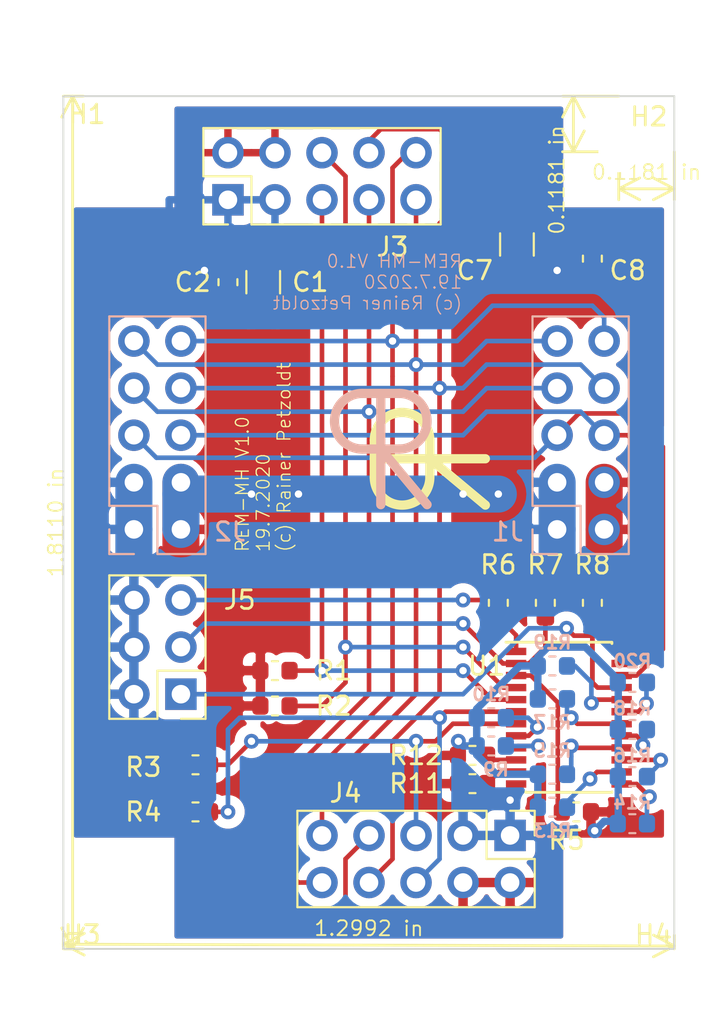
<source format=kicad_pcb>
(kicad_pcb (version 20171130) (host pcbnew "(5.1.5)-3")

  (general
    (thickness 1.6)
    (drawings 10)
    (tracks 311)
    (zones 0)
    (modules 36)
    (nets 29)
  )

  (page A4)
  (title_block
    (title REM-MH)
    (date 2020-07-19)
    (rev V1.0)
    (company Petzoldt)
  )

  (layers
    (0 F.Cu signal)
    (31 B.Cu signal)
    (32 B.Adhes user)
    (33 F.Adhes user)
    (34 B.Paste user)
    (35 F.Paste user)
    (36 B.SilkS user)
    (37 F.SilkS user)
    (38 B.Mask user)
    (39 F.Mask user)
    (40 Dwgs.User user)
    (41 Cmts.User user)
    (42 Eco1.User user)
    (43 Eco2.User user)
    (44 Edge.Cuts user)
    (45 Margin user)
    (46 B.CrtYd user)
    (47 F.CrtYd user)
    (48 B.Fab user)
    (49 F.Fab user)
  )

  (setup
    (last_trace_width 0.25)
    (trace_clearance 0.2)
    (zone_clearance 0.508)
    (zone_45_only no)
    (trace_min 0.2)
    (via_size 0.8)
    (via_drill 0.4)
    (via_min_size 0.4)
    (via_min_drill 0.3)
    (uvia_size 0.3)
    (uvia_drill 0.1)
    (uvias_allowed no)
    (uvia_min_size 0.2)
    (uvia_min_drill 0.1)
    (edge_width 0.1)
    (segment_width 0.2)
    (pcb_text_width 0.3)
    (pcb_text_size 1.5 1.5)
    (mod_edge_width 0.15)
    (mod_text_size 1 1)
    (mod_text_width 0.15)
    (pad_size 1.524 1.524)
    (pad_drill 0.762)
    (pad_to_mask_clearance 0)
    (aux_axis_origin 60 63)
    (grid_origin 60 105)
    (visible_elements 7FFFFFFF)
    (pcbplotparams
      (layerselection 0x010fc_ffffffff)
      (usegerberextensions false)
      (usegerberattributes false)
      (usegerberadvancedattributes false)
      (creategerberjobfile false)
      (excludeedgelayer true)
      (linewidth 0.100000)
      (plotframeref false)
      (viasonmask false)
      (mode 1)
      (useauxorigin false)
      (hpglpennumber 1)
      (hpglpenspeed 20)
      (hpglpendiameter 15.000000)
      (psnegative false)
      (psa4output false)
      (plotreference true)
      (plotvalue true)
      (plotinvisibletext false)
      (padsonsilk false)
      (subtractmaskfromsilk false)
      (outputformat 1)
      (mirror false)
      (drillshape 1)
      (scaleselection 1)
      (outputdirectory ""))
  )

  (net 0 "")
  (net 1 GNDD)
  (net 2 +3V3)
  (net 3 /VP3)
  (net 4 /VP2)
  (net 5 /VP1)
  (net 6 /SDA)
  (net 7 /SCL)
  (net 8 /SDA0)
  (net 9 /SCL0)
  (net 10 /SDA1)
  (net 11 /SCL1)
  (net 12 "Net-(R5-Pad2)")
  (net 13 /A2)
  (net 14 /A1)
  (net 15 /A0)
  (net 16 GNDA)
  (net 17 /SCL2)
  (net 18 /SDA2)
  (net 19 /SCL3)
  (net 20 /SDA3)
  (net 21 /SCL4)
  (net 22 /SDA4)
  (net 23 /SCL5)
  (net 24 /SDA5)
  (net 25 /SCL6)
  (net 26 /SDA6)
  (net 27 /SCL7)
  (net 28 /SDA7)

  (net_class Default "Dies ist die voreingestellte Netzklasse."
    (clearance 0.2)
    (trace_width 0.25)
    (via_dia 0.8)
    (via_drill 0.4)
    (uvia_dia 0.3)
    (uvia_drill 0.1)
    (add_net /A0)
    (add_net /A1)
    (add_net /A2)
    (add_net /SCL)
    (add_net /SCL0)
    (add_net /SCL1)
    (add_net /SCL2)
    (add_net /SCL3)
    (add_net /SCL4)
    (add_net /SCL5)
    (add_net /SCL6)
    (add_net /SCL7)
    (add_net /SDA)
    (add_net /SDA0)
    (add_net /SDA1)
    (add_net /SDA2)
    (add_net /SDA3)
    (add_net /SDA4)
    (add_net /SDA5)
    (add_net /SDA6)
    (add_net /SDA7)
    (add_net /VP1)
    (add_net /VP2)
    (add_net /VP3)
    (add_net GNDA)
    (add_net "Net-(R5-Pad2)")
  )

  (net_class Power ""
    (clearance 0.2)
    (trace_width 0.4)
    (via_dia 0.8)
    (via_drill 0.4)
    (uvia_dia 0.3)
    (uvia_drill 0.1)
    (add_net +3V3)
    (add_net GNDD)
  )

  (module Resistor_SMD:R_0603_1608Metric (layer B.Cu) (tedit 5B301BBD) (tstamp 5EF0D438)
    (at 90.734 89.125)
    (descr "Resistor SMD 0603 (1608 Metric), square (rectangular) end terminal, IPC_7351 nominal, (Body size source: http://www.tortai-tech.com/upload/download/2011102023233369053.pdf), generated with kicad-footprint-generator")
    (tags resistor)
    (path /5EF4E98E)
    (attr smd)
    (fp_text reference R20 (at 0 -1.143) (layer B.SilkS)
      (effects (font (size 0.7 0.7) (thickness 0.15)) (justify mirror))
    )
    (fp_text value 10k (at 0 -1.43) (layer B.Fab)
      (effects (font (size 1 1) (thickness 0.15)) (justify mirror))
    )
    (fp_text user %R (at 0 0) (layer B.Fab)
      (effects (font (size 0.4 0.4) (thickness 0.06)) (justify mirror))
    )
    (fp_line (start 1.48 -0.73) (end -1.48 -0.73) (layer B.CrtYd) (width 0.05))
    (fp_line (start 1.48 0.73) (end 1.48 -0.73) (layer B.CrtYd) (width 0.05))
    (fp_line (start -1.48 0.73) (end 1.48 0.73) (layer B.CrtYd) (width 0.05))
    (fp_line (start -1.48 -0.73) (end -1.48 0.73) (layer B.CrtYd) (width 0.05))
    (fp_line (start -0.162779 -0.51) (end 0.162779 -0.51) (layer B.SilkS) (width 0.12))
    (fp_line (start -0.162779 0.51) (end 0.162779 0.51) (layer B.SilkS) (width 0.12))
    (fp_line (start 0.8 -0.4) (end -0.8 -0.4) (layer B.Fab) (width 0.1))
    (fp_line (start 0.8 0.4) (end 0.8 -0.4) (layer B.Fab) (width 0.1))
    (fp_line (start -0.8 0.4) (end 0.8 0.4) (layer B.Fab) (width 0.1))
    (fp_line (start -0.8 -0.4) (end -0.8 0.4) (layer B.Fab) (width 0.1))
    (pad 2 smd roundrect (at 0.7875 0) (size 0.875 0.95) (layers B.Cu B.Paste B.Mask) (roundrect_rratio 0.25)
      (net 28 /SDA7))
    (pad 1 smd roundrect (at -0.7875 0) (size 0.875 0.95) (layers B.Cu B.Paste B.Mask) (roundrect_rratio 0.25)
      (net 2 +3V3))
    (model ${KISYS3DMOD}/Resistor_SMD.3dshapes/R_0603_1608Metric.wrl
      (at (xyz 0 0 0))
      (scale (xyz 1 1 1))
      (rotate (xyz 0 0 0))
    )
  )

  (module Resistor_SMD:R_0603_1608Metric (layer B.Cu) (tedit 5B301BBD) (tstamp 5EF0D427)
    (at 86.416 88.236)
    (descr "Resistor SMD 0603 (1608 Metric), square (rectangular) end terminal, IPC_7351 nominal, (Body size source: http://www.tortai-tech.com/upload/download/2011102023233369053.pdf), generated with kicad-footprint-generator")
    (tags resistor)
    (path /5EF4E976)
    (attr smd)
    (fp_text reference R19 (at 0 -1.27) (layer B.SilkS)
      (effects (font (size 0.7 0.7) (thickness 0.15)) (justify mirror))
    )
    (fp_text value 10k (at 0 -1.43) (layer B.Fab)
      (effects (font (size 1 1) (thickness 0.15)) (justify mirror))
    )
    (fp_text user %R (at 0 0) (layer B.Fab)
      (effects (font (size 0.4 0.4) (thickness 0.06)) (justify mirror))
    )
    (fp_line (start 1.48 -0.73) (end -1.48 -0.73) (layer B.CrtYd) (width 0.05))
    (fp_line (start 1.48 0.73) (end 1.48 -0.73) (layer B.CrtYd) (width 0.05))
    (fp_line (start -1.48 0.73) (end 1.48 0.73) (layer B.CrtYd) (width 0.05))
    (fp_line (start -1.48 -0.73) (end -1.48 0.73) (layer B.CrtYd) (width 0.05))
    (fp_line (start -0.162779 -0.51) (end 0.162779 -0.51) (layer B.SilkS) (width 0.12))
    (fp_line (start -0.162779 0.51) (end 0.162779 0.51) (layer B.SilkS) (width 0.12))
    (fp_line (start 0.8 -0.4) (end -0.8 -0.4) (layer B.Fab) (width 0.1))
    (fp_line (start 0.8 0.4) (end 0.8 -0.4) (layer B.Fab) (width 0.1))
    (fp_line (start -0.8 0.4) (end 0.8 0.4) (layer B.Fab) (width 0.1))
    (fp_line (start -0.8 -0.4) (end -0.8 0.4) (layer B.Fab) (width 0.1))
    (pad 2 smd roundrect (at 0.7875 0) (size 0.875 0.95) (layers B.Cu B.Paste B.Mask) (roundrect_rratio 0.25)
      (net 27 /SCL7))
    (pad 1 smd roundrect (at -0.7875 0) (size 0.875 0.95) (layers B.Cu B.Paste B.Mask) (roundrect_rratio 0.25)
      (net 2 +3V3))
    (model ${KISYS3DMOD}/Resistor_SMD.3dshapes/R_0603_1608Metric.wrl
      (at (xyz 0 0 0))
      (scale (xyz 1 1 1))
      (rotate (xyz 0 0 0))
    )
  )

  (module Resistor_SMD:R_0603_1608Metric (layer B.Cu) (tedit 5B301BBD) (tstamp 5EF0D416)
    (at 90.734 91.665)
    (descr "Resistor SMD 0603 (1608 Metric), square (rectangular) end terminal, IPC_7351 nominal, (Body size source: http://www.tortai-tech.com/upload/download/2011102023233369053.pdf), generated with kicad-footprint-generator")
    (tags resistor)
    (path /5EF4E95E)
    (attr smd)
    (fp_text reference R18 (at 0 -1.143 180) (layer B.SilkS)
      (effects (font (size 0.7 0.7) (thickness 0.15)) (justify mirror))
    )
    (fp_text value 10k (at 0 -1.43) (layer B.Fab)
      (effects (font (size 1 1) (thickness 0.15)) (justify mirror))
    )
    (fp_text user %R (at 0 0) (layer B.Fab)
      (effects (font (size 0.4 0.4) (thickness 0.06)) (justify mirror))
    )
    (fp_line (start 1.48 -0.73) (end -1.48 -0.73) (layer B.CrtYd) (width 0.05))
    (fp_line (start 1.48 0.73) (end 1.48 -0.73) (layer B.CrtYd) (width 0.05))
    (fp_line (start -1.48 0.73) (end 1.48 0.73) (layer B.CrtYd) (width 0.05))
    (fp_line (start -1.48 -0.73) (end -1.48 0.73) (layer B.CrtYd) (width 0.05))
    (fp_line (start -0.162779 -0.51) (end 0.162779 -0.51) (layer B.SilkS) (width 0.12))
    (fp_line (start -0.162779 0.51) (end 0.162779 0.51) (layer B.SilkS) (width 0.12))
    (fp_line (start 0.8 -0.4) (end -0.8 -0.4) (layer B.Fab) (width 0.1))
    (fp_line (start 0.8 0.4) (end 0.8 -0.4) (layer B.Fab) (width 0.1))
    (fp_line (start -0.8 0.4) (end 0.8 0.4) (layer B.Fab) (width 0.1))
    (fp_line (start -0.8 -0.4) (end -0.8 0.4) (layer B.Fab) (width 0.1))
    (pad 2 smd roundrect (at 0.7875 0) (size 0.875 0.95) (layers B.Cu B.Paste B.Mask) (roundrect_rratio 0.25)
      (net 26 /SDA6))
    (pad 1 smd roundrect (at -0.7875 0) (size 0.875 0.95) (layers B.Cu B.Paste B.Mask) (roundrect_rratio 0.25)
      (net 2 +3V3))
    (model ${KISYS3DMOD}/Resistor_SMD.3dshapes/R_0603_1608Metric.wrl
      (at (xyz 0 0 0))
      (scale (xyz 1 1 1))
      (rotate (xyz 0 0 0))
    )
  )

  (module Resistor_SMD:R_0603_1608Metric (layer B.Cu) (tedit 5B301BBD) (tstamp 5EF0D405)
    (at 86.416 90.014)
    (descr "Resistor SMD 0603 (1608 Metric), square (rectangular) end terminal, IPC_7351 nominal, (Body size source: http://www.tortai-tech.com/upload/download/2011102023233369053.pdf), generated with kicad-footprint-generator")
    (tags resistor)
    (path /5EF4E946)
    (attr smd)
    (fp_text reference R17 (at 0 1.27) (layer B.SilkS)
      (effects (font (size 0.7 0.7) (thickness 0.15)) (justify mirror))
    )
    (fp_text value 10k (at 0 -1.43) (layer B.Fab)
      (effects (font (size 1 1) (thickness 0.15)) (justify mirror))
    )
    (fp_text user %R (at 0 0) (layer B.Fab)
      (effects (font (size 0.4 0.4) (thickness 0.06)) (justify mirror))
    )
    (fp_line (start 1.48 -0.73) (end -1.48 -0.73) (layer B.CrtYd) (width 0.05))
    (fp_line (start 1.48 0.73) (end 1.48 -0.73) (layer B.CrtYd) (width 0.05))
    (fp_line (start -1.48 0.73) (end 1.48 0.73) (layer B.CrtYd) (width 0.05))
    (fp_line (start -1.48 -0.73) (end -1.48 0.73) (layer B.CrtYd) (width 0.05))
    (fp_line (start -0.162779 -0.51) (end 0.162779 -0.51) (layer B.SilkS) (width 0.12))
    (fp_line (start -0.162779 0.51) (end 0.162779 0.51) (layer B.SilkS) (width 0.12))
    (fp_line (start 0.8 -0.4) (end -0.8 -0.4) (layer B.Fab) (width 0.1))
    (fp_line (start 0.8 0.4) (end 0.8 -0.4) (layer B.Fab) (width 0.1))
    (fp_line (start -0.8 0.4) (end 0.8 0.4) (layer B.Fab) (width 0.1))
    (fp_line (start -0.8 -0.4) (end -0.8 0.4) (layer B.Fab) (width 0.1))
    (pad 2 smd roundrect (at 0.7875 0) (size 0.875 0.95) (layers B.Cu B.Paste B.Mask) (roundrect_rratio 0.25)
      (net 25 /SCL6))
    (pad 1 smd roundrect (at -0.7875 0) (size 0.875 0.95) (layers B.Cu B.Paste B.Mask) (roundrect_rratio 0.25)
      (net 2 +3V3))
    (model ${KISYS3DMOD}/Resistor_SMD.3dshapes/R_0603_1608Metric.wrl
      (at (xyz 0 0 0))
      (scale (xyz 1 1 1))
      (rotate (xyz 0 0 0))
    )
  )

  (module Resistor_SMD:R_0603_1608Metric (layer B.Cu) (tedit 5B301BBD) (tstamp 5EF10834)
    (at 90.734 94.205)
    (descr "Resistor SMD 0603 (1608 Metric), square (rectangular) end terminal, IPC_7351 nominal, (Body size source: http://www.tortai-tech.com/upload/download/2011102023233369053.pdf), generated with kicad-footprint-generator")
    (tags resistor)
    (path /5EF3DAED)
    (attr smd)
    (fp_text reference R16 (at 0 -1.143 180) (layer B.SilkS)
      (effects (font (size 0.7 0.7) (thickness 0.15)) (justify mirror))
    )
    (fp_text value 10k (at 0 -1.43) (layer B.Fab)
      (effects (font (size 1 1) (thickness 0.15)) (justify mirror))
    )
    (fp_text user %R (at 0 0) (layer B.Fab)
      (effects (font (size 0.4 0.4) (thickness 0.06)) (justify mirror))
    )
    (fp_line (start 1.48 -0.73) (end -1.48 -0.73) (layer B.CrtYd) (width 0.05))
    (fp_line (start 1.48 0.73) (end 1.48 -0.73) (layer B.CrtYd) (width 0.05))
    (fp_line (start -1.48 0.73) (end 1.48 0.73) (layer B.CrtYd) (width 0.05))
    (fp_line (start -1.48 -0.73) (end -1.48 0.73) (layer B.CrtYd) (width 0.05))
    (fp_line (start -0.162779 -0.51) (end 0.162779 -0.51) (layer B.SilkS) (width 0.12))
    (fp_line (start -0.162779 0.51) (end 0.162779 0.51) (layer B.SilkS) (width 0.12))
    (fp_line (start 0.8 -0.4) (end -0.8 -0.4) (layer B.Fab) (width 0.1))
    (fp_line (start 0.8 0.4) (end 0.8 -0.4) (layer B.Fab) (width 0.1))
    (fp_line (start -0.8 0.4) (end 0.8 0.4) (layer B.Fab) (width 0.1))
    (fp_line (start -0.8 -0.4) (end -0.8 0.4) (layer B.Fab) (width 0.1))
    (pad 2 smd roundrect (at 0.7875 0) (size 0.875 0.95) (layers B.Cu B.Paste B.Mask) (roundrect_rratio 0.25)
      (net 24 /SDA5))
    (pad 1 smd roundrect (at -0.7875 0) (size 0.875 0.95) (layers B.Cu B.Paste B.Mask) (roundrect_rratio 0.25)
      (net 2 +3V3))
    (model ${KISYS3DMOD}/Resistor_SMD.3dshapes/R_0603_1608Metric.wrl
      (at (xyz 0 0 0))
      (scale (xyz 1 1 1))
      (rotate (xyz 0 0 0))
    )
  )

  (module Resistor_SMD:R_0603_1608Metric (layer B.Cu) (tedit 5B301BBD) (tstamp 5EF0D3E3)
    (at 86.416 94.078)
    (descr "Resistor SMD 0603 (1608 Metric), square (rectangular) end terminal, IPC_7351 nominal, (Body size source: http://www.tortai-tech.com/upload/download/2011102023233369053.pdf), generated with kicad-footprint-generator")
    (tags resistor)
    (path /5EF3DAD5)
    (attr smd)
    (fp_text reference R15 (at 0 -1.27) (layer B.SilkS)
      (effects (font (size 0.7 0.7) (thickness 0.15)) (justify mirror))
    )
    (fp_text value 10k (at 0 -1.43) (layer B.Fab)
      (effects (font (size 1 1) (thickness 0.15)) (justify mirror))
    )
    (fp_text user %R (at 0 0) (layer B.Fab)
      (effects (font (size 0.4 0.4) (thickness 0.06)) (justify mirror))
    )
    (fp_line (start 1.48 -0.73) (end -1.48 -0.73) (layer B.CrtYd) (width 0.05))
    (fp_line (start 1.48 0.73) (end 1.48 -0.73) (layer B.CrtYd) (width 0.05))
    (fp_line (start -1.48 0.73) (end 1.48 0.73) (layer B.CrtYd) (width 0.05))
    (fp_line (start -1.48 -0.73) (end -1.48 0.73) (layer B.CrtYd) (width 0.05))
    (fp_line (start -0.162779 -0.51) (end 0.162779 -0.51) (layer B.SilkS) (width 0.12))
    (fp_line (start -0.162779 0.51) (end 0.162779 0.51) (layer B.SilkS) (width 0.12))
    (fp_line (start 0.8 -0.4) (end -0.8 -0.4) (layer B.Fab) (width 0.1))
    (fp_line (start 0.8 0.4) (end 0.8 -0.4) (layer B.Fab) (width 0.1))
    (fp_line (start -0.8 0.4) (end 0.8 0.4) (layer B.Fab) (width 0.1))
    (fp_line (start -0.8 -0.4) (end -0.8 0.4) (layer B.Fab) (width 0.1))
    (pad 2 smd roundrect (at 0.7875 0) (size 0.875 0.95) (layers B.Cu B.Paste B.Mask) (roundrect_rratio 0.25)
      (net 23 /SCL5))
    (pad 1 smd roundrect (at -0.7875 0) (size 0.875 0.95) (layers B.Cu B.Paste B.Mask) (roundrect_rratio 0.25)
      (net 2 +3V3))
    (model ${KISYS3DMOD}/Resistor_SMD.3dshapes/R_0603_1608Metric.wrl
      (at (xyz 0 0 0))
      (scale (xyz 1 1 1))
      (rotate (xyz 0 0 0))
    )
  )

  (module Resistor_SMD:R_0603_1608Metric (layer B.Cu) (tedit 5B301BBD) (tstamp 5EF0D3D2)
    (at 90.734 96.745)
    (descr "Resistor SMD 0603 (1608 Metric), square (rectangular) end terminal, IPC_7351 nominal, (Body size source: http://www.tortai-tech.com/upload/download/2011102023233369053.pdf), generated with kicad-footprint-generator")
    (tags resistor)
    (path /5EF3DABD)
    (attr smd)
    (fp_text reference R14 (at 0 -1.143) (layer B.SilkS)
      (effects (font (size 0.7 0.7) (thickness 0.15)) (justify mirror))
    )
    (fp_text value 10k (at 0 -1.43) (layer B.Fab)
      (effects (font (size 1 1) (thickness 0.15)) (justify mirror))
    )
    (fp_text user %R (at 0 0) (layer B.Fab)
      (effects (font (size 0.4 0.4) (thickness 0.06)) (justify mirror))
    )
    (fp_line (start 1.48 -0.73) (end -1.48 -0.73) (layer B.CrtYd) (width 0.05))
    (fp_line (start 1.48 0.73) (end 1.48 -0.73) (layer B.CrtYd) (width 0.05))
    (fp_line (start -1.48 0.73) (end 1.48 0.73) (layer B.CrtYd) (width 0.05))
    (fp_line (start -1.48 -0.73) (end -1.48 0.73) (layer B.CrtYd) (width 0.05))
    (fp_line (start -0.162779 -0.51) (end 0.162779 -0.51) (layer B.SilkS) (width 0.12))
    (fp_line (start -0.162779 0.51) (end 0.162779 0.51) (layer B.SilkS) (width 0.12))
    (fp_line (start 0.8 -0.4) (end -0.8 -0.4) (layer B.Fab) (width 0.1))
    (fp_line (start 0.8 0.4) (end 0.8 -0.4) (layer B.Fab) (width 0.1))
    (fp_line (start -0.8 0.4) (end 0.8 0.4) (layer B.Fab) (width 0.1))
    (fp_line (start -0.8 -0.4) (end -0.8 0.4) (layer B.Fab) (width 0.1))
    (pad 2 smd roundrect (at 0.7875 0) (size 0.875 0.95) (layers B.Cu B.Paste B.Mask) (roundrect_rratio 0.25)
      (net 22 /SDA4))
    (pad 1 smd roundrect (at -0.7875 0) (size 0.875 0.95) (layers B.Cu B.Paste B.Mask) (roundrect_rratio 0.25)
      (net 2 +3V3))
    (model ${KISYS3DMOD}/Resistor_SMD.3dshapes/R_0603_1608Metric.wrl
      (at (xyz 0 0 0))
      (scale (xyz 1 1 1))
      (rotate (xyz 0 0 0))
    )
  )

  (module Resistor_SMD:R_0603_1608Metric (layer B.Cu) (tedit 5B301BBD) (tstamp 5EF0D3C1)
    (at 86.416 95.856)
    (descr "Resistor SMD 0603 (1608 Metric), square (rectangular) end terminal, IPC_7351 nominal, (Body size source: http://www.tortai-tech.com/upload/download/2011102023233369053.pdf), generated with kicad-footprint-generator")
    (tags resistor)
    (path /5EF3DAA5)
    (attr smd)
    (fp_text reference R13 (at 0 1.27) (layer B.SilkS)
      (effects (font (size 0.7 0.7) (thickness 0.15)) (justify mirror))
    )
    (fp_text value 10k (at 0 -1.43) (layer B.Fab)
      (effects (font (size 1 1) (thickness 0.15)) (justify mirror))
    )
    (fp_text user %R (at 0 0) (layer B.Fab)
      (effects (font (size 0.4 0.4) (thickness 0.06)) (justify mirror))
    )
    (fp_line (start 1.48 -0.73) (end -1.48 -0.73) (layer B.CrtYd) (width 0.05))
    (fp_line (start 1.48 0.73) (end 1.48 -0.73) (layer B.CrtYd) (width 0.05))
    (fp_line (start -1.48 0.73) (end 1.48 0.73) (layer B.CrtYd) (width 0.05))
    (fp_line (start -1.48 -0.73) (end -1.48 0.73) (layer B.CrtYd) (width 0.05))
    (fp_line (start -0.162779 -0.51) (end 0.162779 -0.51) (layer B.SilkS) (width 0.12))
    (fp_line (start -0.162779 0.51) (end 0.162779 0.51) (layer B.SilkS) (width 0.12))
    (fp_line (start 0.8 -0.4) (end -0.8 -0.4) (layer B.Fab) (width 0.1))
    (fp_line (start 0.8 0.4) (end 0.8 -0.4) (layer B.Fab) (width 0.1))
    (fp_line (start -0.8 0.4) (end 0.8 0.4) (layer B.Fab) (width 0.1))
    (fp_line (start -0.8 -0.4) (end -0.8 0.4) (layer B.Fab) (width 0.1))
    (pad 2 smd roundrect (at 0.7875 0) (size 0.875 0.95) (layers B.Cu B.Paste B.Mask) (roundrect_rratio 0.25)
      (net 21 /SCL4))
    (pad 1 smd roundrect (at -0.7875 0) (size 0.875 0.95) (layers B.Cu B.Paste B.Mask) (roundrect_rratio 0.25)
      (net 2 +3V3))
    (model ${KISYS3DMOD}/Resistor_SMD.3dshapes/R_0603_1608Metric.wrl
      (at (xyz 0 0 0))
      (scale (xyz 1 1 1))
      (rotate (xyz 0 0 0))
    )
  )

  (module Resistor_SMD:R_0603_1608Metric (layer F.Cu) (tedit 5B301BBD) (tstamp 5EF0C4C6)
    (at 82.098 93.062)
    (descr "Resistor SMD 0603 (1608 Metric), square (rectangular) end terminal, IPC_7351 nominal, (Body size source: http://www.tortai-tech.com/upload/download/2011102023233369053.pdf), generated with kicad-footprint-generator")
    (tags resistor)
    (path /5EF2E4FA)
    (attr smd)
    (fp_text reference R12 (at -3.048 0) (layer F.SilkS)
      (effects (font (size 1 1) (thickness 0.15)))
    )
    (fp_text value 10k (at 0 1.43) (layer F.Fab)
      (effects (font (size 1 1) (thickness 0.15)))
    )
    (fp_text user %R (at 0 0) (layer F.Fab)
      (effects (font (size 0.4 0.4) (thickness 0.06)))
    )
    (fp_line (start 1.48 0.73) (end -1.48 0.73) (layer F.CrtYd) (width 0.05))
    (fp_line (start 1.48 -0.73) (end 1.48 0.73) (layer F.CrtYd) (width 0.05))
    (fp_line (start -1.48 -0.73) (end 1.48 -0.73) (layer F.CrtYd) (width 0.05))
    (fp_line (start -1.48 0.73) (end -1.48 -0.73) (layer F.CrtYd) (width 0.05))
    (fp_line (start -0.162779 0.51) (end 0.162779 0.51) (layer F.SilkS) (width 0.12))
    (fp_line (start -0.162779 -0.51) (end 0.162779 -0.51) (layer F.SilkS) (width 0.12))
    (fp_line (start 0.8 0.4) (end -0.8 0.4) (layer F.Fab) (width 0.1))
    (fp_line (start 0.8 -0.4) (end 0.8 0.4) (layer F.Fab) (width 0.1))
    (fp_line (start -0.8 -0.4) (end 0.8 -0.4) (layer F.Fab) (width 0.1))
    (fp_line (start -0.8 0.4) (end -0.8 -0.4) (layer F.Fab) (width 0.1))
    (pad 2 smd roundrect (at 0.7875 0) (size 0.875 0.95) (layers F.Cu F.Paste F.Mask) (roundrect_rratio 0.25)
      (net 20 /SDA3))
    (pad 1 smd roundrect (at -0.7875 0) (size 0.875 0.95) (layers F.Cu F.Paste F.Mask) (roundrect_rratio 0.25)
      (net 2 +3V3))
    (model ${KISYS3DMOD}/Resistor_SMD.3dshapes/R_0603_1608Metric.wrl
      (at (xyz 0 0 0))
      (scale (xyz 1 1 1))
      (rotate (xyz 0 0 0))
    )
  )

  (module Resistor_SMD:R_0603_1608Metric (layer F.Cu) (tedit 5B301BBD) (tstamp 5EF0C4B5)
    (at 82.098 94.586)
    (descr "Resistor SMD 0603 (1608 Metric), square (rectangular) end terminal, IPC_7351 nominal, (Body size source: http://www.tortai-tech.com/upload/download/2011102023233369053.pdf), generated with kicad-footprint-generator")
    (tags resistor)
    (path /5EF2E4E2)
    (attr smd)
    (fp_text reference R11 (at -3.048 0 180) (layer F.SilkS)
      (effects (font (size 1 1) (thickness 0.15)))
    )
    (fp_text value 10k (at 0 1.43 180) (layer F.Fab)
      (effects (font (size 1 1) (thickness 0.15)))
    )
    (fp_text user %R (at 0 0 180) (layer F.Fab)
      (effects (font (size 0.4 0.4) (thickness 0.06)))
    )
    (fp_line (start 1.48 0.73) (end -1.48 0.73) (layer F.CrtYd) (width 0.05))
    (fp_line (start 1.48 -0.73) (end 1.48 0.73) (layer F.CrtYd) (width 0.05))
    (fp_line (start -1.48 -0.73) (end 1.48 -0.73) (layer F.CrtYd) (width 0.05))
    (fp_line (start -1.48 0.73) (end -1.48 -0.73) (layer F.CrtYd) (width 0.05))
    (fp_line (start -0.162779 0.51) (end 0.162779 0.51) (layer F.SilkS) (width 0.12))
    (fp_line (start -0.162779 -0.51) (end 0.162779 -0.51) (layer F.SilkS) (width 0.12))
    (fp_line (start 0.8 0.4) (end -0.8 0.4) (layer F.Fab) (width 0.1))
    (fp_line (start 0.8 -0.4) (end 0.8 0.4) (layer F.Fab) (width 0.1))
    (fp_line (start -0.8 -0.4) (end 0.8 -0.4) (layer F.Fab) (width 0.1))
    (fp_line (start -0.8 0.4) (end -0.8 -0.4) (layer F.Fab) (width 0.1))
    (pad 2 smd roundrect (at 0.7875 0) (size 0.875 0.95) (layers F.Cu F.Paste F.Mask) (roundrect_rratio 0.25)
      (net 19 /SCL3))
    (pad 1 smd roundrect (at -0.7875 0) (size 0.875 0.95) (layers F.Cu F.Paste F.Mask) (roundrect_rratio 0.25)
      (net 2 +3V3))
    (model ${KISYS3DMOD}/Resistor_SMD.3dshapes/R_0603_1608Metric.wrl
      (at (xyz 0 0 0))
      (scale (xyz 1 1 1))
      (rotate (xyz 0 0 0))
    )
  )

  (module Resistor_SMD:R_0603_1608Metric (layer B.Cu) (tedit 5B301BBD) (tstamp 5EF0B83F)
    (at 83.114 91.03)
    (descr "Resistor SMD 0603 (1608 Metric), square (rectangular) end terminal, IPC_7351 nominal, (Body size source: http://www.tortai-tech.com/upload/download/2011102023233369053.pdf), generated with kicad-footprint-generator")
    (tags resistor)
    (path /5EF230F7)
    (attr smd)
    (fp_text reference R10 (at 0 -1.27) (layer B.SilkS)
      (effects (font (size 0.7 0.7) (thickness 0.15)) (justify mirror))
    )
    (fp_text value 10k (at 0 -1.43) (layer B.Fab)
      (effects (font (size 1 1) (thickness 0.15)) (justify mirror))
    )
    (fp_text user %R (at 0 0) (layer B.Fab)
      (effects (font (size 0.4 0.4) (thickness 0.06)) (justify mirror))
    )
    (fp_line (start 1.48 -0.73) (end -1.48 -0.73) (layer B.CrtYd) (width 0.05))
    (fp_line (start 1.48 0.73) (end 1.48 -0.73) (layer B.CrtYd) (width 0.05))
    (fp_line (start -1.48 0.73) (end 1.48 0.73) (layer B.CrtYd) (width 0.05))
    (fp_line (start -1.48 -0.73) (end -1.48 0.73) (layer B.CrtYd) (width 0.05))
    (fp_line (start -0.162779 -0.51) (end 0.162779 -0.51) (layer B.SilkS) (width 0.12))
    (fp_line (start -0.162779 0.51) (end 0.162779 0.51) (layer B.SilkS) (width 0.12))
    (fp_line (start 0.8 -0.4) (end -0.8 -0.4) (layer B.Fab) (width 0.1))
    (fp_line (start 0.8 0.4) (end 0.8 -0.4) (layer B.Fab) (width 0.1))
    (fp_line (start -0.8 0.4) (end 0.8 0.4) (layer B.Fab) (width 0.1))
    (fp_line (start -0.8 -0.4) (end -0.8 0.4) (layer B.Fab) (width 0.1))
    (pad 2 smd roundrect (at 0.7875 0) (size 0.875 0.95) (layers B.Cu B.Paste B.Mask) (roundrect_rratio 0.25)
      (net 18 /SDA2))
    (pad 1 smd roundrect (at -0.7875 0) (size 0.875 0.95) (layers B.Cu B.Paste B.Mask) (roundrect_rratio 0.25)
      (net 2 +3V3))
    (model ${KISYS3DMOD}/Resistor_SMD.3dshapes/R_0603_1608Metric.wrl
      (at (xyz 0 0 0))
      (scale (xyz 1 1 1))
      (rotate (xyz 0 0 0))
    )
  )

  (module Resistor_SMD:R_0603_1608Metric (layer B.Cu) (tedit 5B301BBD) (tstamp 5EF0BA88)
    (at 83.114 92.554)
    (descr "Resistor SMD 0603 (1608 Metric), square (rectangular) end terminal, IPC_7351 nominal, (Body size source: http://www.tortai-tech.com/upload/download/2011102023233369053.pdf), generated with kicad-footprint-generator")
    (tags resistor)
    (path /5EF151B1)
    (attr smd)
    (fp_text reference R9 (at 0.254 1.27) (layer B.SilkS)
      (effects (font (size 0.7 0.7) (thickness 0.15)) (justify mirror))
    )
    (fp_text value 10k (at 0 -1.43) (layer B.Fab)
      (effects (font (size 1 1) (thickness 0.15)) (justify mirror))
    )
    (fp_text user %R (at 0 0) (layer B.Fab)
      (effects (font (size 0.4 0.4) (thickness 0.06)) (justify mirror))
    )
    (fp_line (start 1.48 -0.73) (end -1.48 -0.73) (layer B.CrtYd) (width 0.05))
    (fp_line (start 1.48 0.73) (end 1.48 -0.73) (layer B.CrtYd) (width 0.05))
    (fp_line (start -1.48 0.73) (end 1.48 0.73) (layer B.CrtYd) (width 0.05))
    (fp_line (start -1.48 -0.73) (end -1.48 0.73) (layer B.CrtYd) (width 0.05))
    (fp_line (start -0.162779 -0.51) (end 0.162779 -0.51) (layer B.SilkS) (width 0.12))
    (fp_line (start -0.162779 0.51) (end 0.162779 0.51) (layer B.SilkS) (width 0.12))
    (fp_line (start 0.8 -0.4) (end -0.8 -0.4) (layer B.Fab) (width 0.1))
    (fp_line (start 0.8 0.4) (end 0.8 -0.4) (layer B.Fab) (width 0.1))
    (fp_line (start -0.8 0.4) (end 0.8 0.4) (layer B.Fab) (width 0.1))
    (fp_line (start -0.8 -0.4) (end -0.8 0.4) (layer B.Fab) (width 0.1))
    (pad 2 smd roundrect (at 0.7875 0) (size 0.875 0.95) (layers B.Cu B.Paste B.Mask) (roundrect_rratio 0.25)
      (net 17 /SCL2))
    (pad 1 smd roundrect (at -0.7875 0) (size 0.875 0.95) (layers B.Cu B.Paste B.Mask) (roundrect_rratio 0.25)
      (net 2 +3V3))
    (model ${KISYS3DMOD}/Resistor_SMD.3dshapes/R_0603_1608Metric.wrl
      (at (xyz 0 0 0))
      (scale (xyz 1 1 1))
      (rotate (xyz 0 0 0))
    )
  )

  (module REM:PinHeader_2x05_P2.54mm_Vertical_mit_Stecker (layer F.Cu) (tedit 5EF5B168) (tstamp 5EDFBB41)
    (at 84.13 97.38 270)
    (descr "Through hole straight pin header, 2x05, 2.54mm pitch, double rows")
    (tags "Through hole pin header THT 2x05 2.54mm double row")
    (path /5EE2D75E)
    (fp_text reference J4 (at -2.286 8.89 180) (layer F.SilkS)
      (effects (font (size 1 1) (thickness 0.15)))
    )
    (fp_text value Conn_02x05_Odd_Even (at 9.35 8.13 180) (layer F.Fab)
      (effects (font (size 1 1) (thickness 0.15)))
    )
    (fp_text user %R (at 1.35 9.13) (layer F.Fab)
      (effects (font (size 1 1) (thickness 0.15)))
    )
    (fp_line (start 4.35 -1.8) (end -1.8 -1.8) (layer F.CrtYd) (width 0.05))
    (fp_line (start 4.35 11.95) (end 4.35 -1.8) (layer F.CrtYd) (width 0.05))
    (fp_line (start -1.8 11.95) (end 4.35 11.95) (layer F.CrtYd) (width 0.05))
    (fp_line (start -1.8 -1.8) (end -1.8 11.95) (layer F.CrtYd) (width 0.05))
    (fp_line (start -1.33 -1.33) (end 0 -1.33) (layer F.SilkS) (width 0.12))
    (fp_line (start -1.33 0) (end -1.33 -1.33) (layer F.SilkS) (width 0.12))
    (fp_line (start 1.27 -1.33) (end 3.87 -1.33) (layer F.SilkS) (width 0.12))
    (fp_line (start 1.27 1.27) (end 1.27 -1.33) (layer F.SilkS) (width 0.12))
    (fp_line (start -1.33 1.27) (end 1.27 1.27) (layer F.SilkS) (width 0.12))
    (fp_line (start 3.87 -1.33) (end 3.87 11.49) (layer F.SilkS) (width 0.12))
    (fp_line (start -1.33 1.27) (end -1.33 11.49) (layer F.SilkS) (width 0.12))
    (fp_line (start -1.33 11.49) (end 3.87 11.49) (layer F.SilkS) (width 0.12))
    (fp_line (start -1.27 0) (end 0 -1.27) (layer F.Fab) (width 0.1))
    (fp_line (start -1.27 11.43) (end -1.27 0) (layer F.Fab) (width 0.1))
    (fp_line (start 3.81 11.43) (end -1.27 11.43) (layer F.Fab) (width 0.1))
    (fp_line (start 3.81 -1.27) (end 3.81 11.43) (layer F.Fab) (width 0.1))
    (fp_line (start 0 -1.27) (end 3.81 -1.27) (layer F.Fab) (width 0.1))
    (pad 10 thru_hole oval (at 2.54 10.16 270) (size 1.7 1.7) (drill 1) (layers *.Cu *.Mask)
      (net 16 GNDA))
    (pad 9 thru_hole oval (at 0 10.16 270) (size 1.7 1.7) (drill 1) (layers *.Cu *.Mask)
      (net 3 /VP3))
    (pad 8 thru_hole oval (at 2.54 7.62 270) (size 1.7 1.7) (drill 1) (layers *.Cu *.Mask)
      (net 4 /VP2))
    (pad 7 thru_hole oval (at 0 7.62 270) (size 1.7 1.7) (drill 1) (layers *.Cu *.Mask)
      (net 5 /VP1))
    (pad 6 thru_hole oval (at 2.54 5.08 270) (size 1.7 1.7) (drill 1) (layers *.Cu *.Mask)
      (net 10 /SDA1))
    (pad 5 thru_hole oval (at 0 5.08 270) (size 1.7 1.7) (drill 1) (layers *.Cu *.Mask)
      (net 11 /SCL1))
    (pad 4 thru_hole oval (at 2.54 2.54 270) (size 1.7 1.7) (drill 1) (layers *.Cu *.Mask)
      (net 2 +3V3))
    (pad 3 thru_hole oval (at 0 2.54 270) (size 1.7 1.7) (drill 1) (layers *.Cu *.Mask)
      (net 1 GNDD))
    (pad 2 thru_hole oval (at 2.54 0 270) (size 1.7 1.7) (drill 1) (layers *.Cu *.Mask)
      (net 2 +3V3))
    (pad 1 thru_hole rect (at 0 0 270) (size 1.7 1.7) (drill 1) (layers *.Cu *.Mask)
      (net 1 GNDD))
    (model ${KIPRJMOD}/modules/3dpackages/PinHeader_2x05_P2.54mm_Vertical_mit_Stecker.step
      (at (xyz 0 0 0))
      (scale (xyz 1 1 1))
      (rotate (xyz 0 0 0))
    )
  )

  (module REM:PinHeader_2x05_P2.54mm_Vertical_mit_Stecker (layer F.Cu) (tedit 5EF5B168) (tstamp 5EE2396E)
    (at 68.89 63.09 90)
    (descr "Through hole straight pin header, 2x05, 2.54mm pitch, double rows")
    (tags "Through hole pin header THT 2x05 2.54mm double row")
    (path /5EE1CDFB)
    (fp_text reference J3 (at -2.54 8.89 180) (layer F.SilkS)
      (effects (font (size 1 1) (thickness 0.15)))
    )
    (fp_text value Conn_02x05_Odd_Even (at 9.93 7.11 180) (layer F.Fab)
      (effects (font (size 1 1) (thickness 0.15)))
    )
    (fp_text user %R (at 1.27 5.08) (layer F.Fab)
      (effects (font (size 1 1) (thickness 0.15)))
    )
    (fp_line (start 4.35 -1.8) (end -1.8 -1.8) (layer F.CrtYd) (width 0.05))
    (fp_line (start 4.35 11.95) (end 4.35 -1.8) (layer F.CrtYd) (width 0.05))
    (fp_line (start -1.8 11.95) (end 4.35 11.95) (layer F.CrtYd) (width 0.05))
    (fp_line (start -1.8 -1.8) (end -1.8 11.95) (layer F.CrtYd) (width 0.05))
    (fp_line (start -1.33 -1.33) (end 0 -1.33) (layer F.SilkS) (width 0.12))
    (fp_line (start -1.33 0) (end -1.33 -1.33) (layer F.SilkS) (width 0.12))
    (fp_line (start 1.27 -1.33) (end 3.87 -1.33) (layer F.SilkS) (width 0.12))
    (fp_line (start 1.27 1.27) (end 1.27 -1.33) (layer F.SilkS) (width 0.12))
    (fp_line (start -1.33 1.27) (end 1.27 1.27) (layer F.SilkS) (width 0.12))
    (fp_line (start 3.87 -1.33) (end 3.87 11.49) (layer F.SilkS) (width 0.12))
    (fp_line (start -1.33 1.27) (end -1.33 11.49) (layer F.SilkS) (width 0.12))
    (fp_line (start -1.33 11.49) (end 3.87 11.49) (layer F.SilkS) (width 0.12))
    (fp_line (start -1.27 0) (end 0 -1.27) (layer F.Fab) (width 0.1))
    (fp_line (start -1.27 11.43) (end -1.27 0) (layer F.Fab) (width 0.1))
    (fp_line (start 3.81 11.43) (end -1.27 11.43) (layer F.Fab) (width 0.1))
    (fp_line (start 3.81 -1.27) (end 3.81 11.43) (layer F.Fab) (width 0.1))
    (fp_line (start 0 -1.27) (end 3.81 -1.27) (layer F.Fab) (width 0.1))
    (pad 10 thru_hole oval (at 2.54 10.16 90) (size 1.7 1.7) (drill 1) (layers *.Cu *.Mask)
      (net 16 GNDA))
    (pad 9 thru_hole oval (at 0 10.16 90) (size 1.7 1.7) (drill 1) (layers *.Cu *.Mask)
      (net 3 /VP3))
    (pad 8 thru_hole oval (at 2.54 7.62 90) (size 1.7 1.7) (drill 1) (layers *.Cu *.Mask)
      (net 4 /VP2))
    (pad 7 thru_hole oval (at 0 7.62 90) (size 1.7 1.7) (drill 1) (layers *.Cu *.Mask)
      (net 5 /VP1))
    (pad 6 thru_hole oval (at 2.54 5.08 90) (size 1.7 1.7) (drill 1) (layers *.Cu *.Mask)
      (net 8 /SDA0))
    (pad 5 thru_hole oval (at 0 5.08 90) (size 1.7 1.7) (drill 1) (layers *.Cu *.Mask)
      (net 9 /SCL0))
    (pad 4 thru_hole oval (at 2.54 2.54 90) (size 1.7 1.7) (drill 1) (layers *.Cu *.Mask)
      (net 2 +3V3))
    (pad 3 thru_hole oval (at 0 2.54 90) (size 1.7 1.7) (drill 1) (layers *.Cu *.Mask)
      (net 1 GNDD))
    (pad 2 thru_hole oval (at 2.54 0 90) (size 1.7 1.7) (drill 1) (layers *.Cu *.Mask)
      (net 2 +3V3))
    (pad 1 thru_hole rect (at 0 0 90) (size 1.7 1.7) (drill 1) (layers *.Cu *.Mask)
      (net 1 GNDD))
    (model ${KIPRJMOD}/modules/3dpackages/PinHeader_2x05_P2.54mm_Vertical_mit_Stecker.step
      (at (xyz 0 0 0))
      (scale (xyz 1 1 1))
      (rotate (xyz 0 0 0))
    )
  )

  (module REM:PinHeader_2x05_P2.54mm_Vertical_mit_Stecker (layer B.Cu) (tedit 5EF5B168) (tstamp 5EDFC265)
    (at 63.81 80.87)
    (descr "Through hole straight pin header, 2x05, 2.54mm pitch, double rows")
    (tags "Through hole pin header THT 2x05 2.54mm double row")
    (path /5EE648A4)
    (fp_text reference J2 (at 5.19 0.13) (layer B.SilkS)
      (effects (font (size 1 1) (thickness 0.15)) (justify mirror))
    )
    (fp_text value Conn_02x05_Odd_Even (at -5.81 -3.87 90) (layer B.Fab)
      (effects (font (size 1 1) (thickness 0.15)) (justify mirror))
    )
    (fp_text user %R (at 1.27 -5.08 -90) (layer B.Fab)
      (effects (font (size 1 1) (thickness 0.15)) (justify mirror))
    )
    (fp_line (start 4.35 1.8) (end -1.8 1.8) (layer B.CrtYd) (width 0.05))
    (fp_line (start 4.35 -11.95) (end 4.35 1.8) (layer B.CrtYd) (width 0.05))
    (fp_line (start -1.8 -11.95) (end 4.35 -11.95) (layer B.CrtYd) (width 0.05))
    (fp_line (start -1.8 1.8) (end -1.8 -11.95) (layer B.CrtYd) (width 0.05))
    (fp_line (start -1.33 1.33) (end 0 1.33) (layer B.SilkS) (width 0.12))
    (fp_line (start -1.33 0) (end -1.33 1.33) (layer B.SilkS) (width 0.12))
    (fp_line (start 1.27 1.33) (end 3.87 1.33) (layer B.SilkS) (width 0.12))
    (fp_line (start 1.27 -1.27) (end 1.27 1.33) (layer B.SilkS) (width 0.12))
    (fp_line (start -1.33 -1.27) (end 1.27 -1.27) (layer B.SilkS) (width 0.12))
    (fp_line (start 3.87 1.33) (end 3.87 -11.49) (layer B.SilkS) (width 0.12))
    (fp_line (start -1.33 -1.27) (end -1.33 -11.49) (layer B.SilkS) (width 0.12))
    (fp_line (start -1.33 -11.49) (end 3.87 -11.49) (layer B.SilkS) (width 0.12))
    (fp_line (start -1.27 0) (end 0 1.27) (layer B.Fab) (width 0.1))
    (fp_line (start -1.27 -11.43) (end -1.27 0) (layer B.Fab) (width 0.1))
    (fp_line (start 3.81 -11.43) (end -1.27 -11.43) (layer B.Fab) (width 0.1))
    (fp_line (start 3.81 1.27) (end 3.81 -11.43) (layer B.Fab) (width 0.1))
    (fp_line (start 0 1.27) (end 3.81 1.27) (layer B.Fab) (width 0.1))
    (pad 10 thru_hole oval (at 2.54 -10.16) (size 1.7 1.7) (drill 1) (layers *.Cu *.Mask)
      (net 16 GNDA))
    (pad 9 thru_hole oval (at 0 -10.16) (size 1.7 1.7) (drill 1) (layers *.Cu *.Mask)
      (net 3 /VP3))
    (pad 8 thru_hole oval (at 2.54 -7.62) (size 1.7 1.7) (drill 1) (layers *.Cu *.Mask)
      (net 4 /VP2))
    (pad 7 thru_hole oval (at 0 -7.62) (size 1.7 1.7) (drill 1) (layers *.Cu *.Mask)
      (net 5 /VP1))
    (pad 6 thru_hole oval (at 2.54 -5.08) (size 1.7 1.7) (drill 1) (layers *.Cu *.Mask)
      (net 6 /SDA))
    (pad 5 thru_hole oval (at 0 -5.08) (size 1.7 1.7) (drill 1) (layers *.Cu *.Mask)
      (net 7 /SCL))
    (pad 4 thru_hole oval (at 2.54 -2.54) (size 1.7 1.7) (drill 1) (layers *.Cu *.Mask)
      (net 2 +3V3))
    (pad 3 thru_hole oval (at 0 -2.54) (size 1.7 1.7) (drill 1) (layers *.Cu *.Mask)
      (net 1 GNDD))
    (pad 2 thru_hole oval (at 2.54 0) (size 1.7 1.7) (drill 1) (layers *.Cu *.Mask)
      (net 2 +3V3))
    (pad 1 thru_hole rect (at 0 0) (size 1.7 1.7) (drill 1) (layers *.Cu *.Mask)
      (net 1 GNDD))
    (model ${KIPRJMOD}/modules/3dpackages/PinHeader_2x05_P2.54mm_Vertical_mit_Stecker.step
      (at (xyz 0 0 0))
      (scale (xyz 1 1 1))
      (rotate (xyz 0 0 0))
    )
  )

  (module REM:PinHeader_2x05_P2.54mm_Vertical_mit_Stecker (layer B.Cu) (tedit 5EF5B168) (tstamp 5EE0A7D9)
    (at 86.67 80.87)
    (descr "Through hole straight pin header, 2x05, 2.54mm pitch, double rows")
    (tags "Through hole pin header THT 2x05 2.54mm double row")
    (path /5EE64869)
    (fp_text reference J1 (at -2.67 0.13) (layer B.SilkS)
      (effects (font (size 1 1) (thickness 0.15)) (justify mirror))
    )
    (fp_text value Conn_02x05_Odd_Even (at 8.33 -4.87 90) (layer B.Fab)
      (effects (font (size 1 1) (thickness 0.15)) (justify mirror))
    )
    (fp_text user %R (at 1.27 -5.08 -90) (layer B.Fab)
      (effects (font (size 1 1) (thickness 0.15)) (justify mirror))
    )
    (fp_line (start 4.35 1.8) (end -1.8 1.8) (layer B.CrtYd) (width 0.05))
    (fp_line (start 4.35 -11.95) (end 4.35 1.8) (layer B.CrtYd) (width 0.05))
    (fp_line (start -1.8 -11.95) (end 4.35 -11.95) (layer B.CrtYd) (width 0.05))
    (fp_line (start -1.8 1.8) (end -1.8 -11.95) (layer B.CrtYd) (width 0.05))
    (fp_line (start -1.33 1.33) (end 0 1.33) (layer B.SilkS) (width 0.12))
    (fp_line (start -1.33 0) (end -1.33 1.33) (layer B.SilkS) (width 0.12))
    (fp_line (start 1.27 1.33) (end 3.87 1.33) (layer B.SilkS) (width 0.12))
    (fp_line (start 1.27 -1.27) (end 1.27 1.33) (layer B.SilkS) (width 0.12))
    (fp_line (start -1.33 -1.27) (end 1.27 -1.27) (layer B.SilkS) (width 0.12))
    (fp_line (start 3.87 1.33) (end 3.87 -11.49) (layer B.SilkS) (width 0.12))
    (fp_line (start -1.33 -1.27) (end -1.33 -11.49) (layer B.SilkS) (width 0.12))
    (fp_line (start -1.33 -11.49) (end 3.87 -11.49) (layer B.SilkS) (width 0.12))
    (fp_line (start -1.27 0) (end 0 1.27) (layer B.Fab) (width 0.1))
    (fp_line (start -1.27 -11.43) (end -1.27 0) (layer B.Fab) (width 0.1))
    (fp_line (start 3.81 -11.43) (end -1.27 -11.43) (layer B.Fab) (width 0.1))
    (fp_line (start 3.81 1.27) (end 3.81 -11.43) (layer B.Fab) (width 0.1))
    (fp_line (start 0 1.27) (end 3.81 1.27) (layer B.Fab) (width 0.1))
    (pad 10 thru_hole oval (at 2.54 -10.16) (size 1.7 1.7) (drill 1) (layers *.Cu *.Mask)
      (net 16 GNDA))
    (pad 9 thru_hole oval (at 0 -10.16) (size 1.7 1.7) (drill 1) (layers *.Cu *.Mask)
      (net 3 /VP3))
    (pad 8 thru_hole oval (at 2.54 -7.62) (size 1.7 1.7) (drill 1) (layers *.Cu *.Mask)
      (net 4 /VP2))
    (pad 7 thru_hole oval (at 0 -7.62) (size 1.7 1.7) (drill 1) (layers *.Cu *.Mask)
      (net 5 /VP1))
    (pad 6 thru_hole oval (at 2.54 -5.08) (size 1.7 1.7) (drill 1) (layers *.Cu *.Mask)
      (net 6 /SDA))
    (pad 5 thru_hole oval (at 0 -5.08) (size 1.7 1.7) (drill 1) (layers *.Cu *.Mask)
      (net 7 /SCL))
    (pad 4 thru_hole oval (at 2.54 -2.54) (size 1.7 1.7) (drill 1) (layers *.Cu *.Mask)
      (net 2 +3V3))
    (pad 3 thru_hole oval (at 0 -2.54) (size 1.7 1.7) (drill 1) (layers *.Cu *.Mask)
      (net 1 GNDD))
    (pad 2 thru_hole oval (at 2.54 0) (size 1.7 1.7) (drill 1) (layers *.Cu *.Mask)
      (net 2 +3V3))
    (pad 1 thru_hole rect (at 0 0) (size 1.7 1.7) (drill 1) (layers *.Cu *.Mask)
      (net 1 GNDD))
    (model ${KIPRJMOD}/modules/3dpackages/PinHeader_2x05_P2.54mm_Vertical_mit_Stecker.step
      (at (xyz 0 0 0))
      (scale (xyz 1 1 1))
      (rotate (xyz 0 0 0))
    )
  )

  (module REM:LogoRP_6mm (layer B.Cu) (tedit 5EE20902) (tstamp 5EE2739B)
    (at 77.145 67.535 180)
    (path /5EE61B86)
    (fp_text reference L2 (at 3.5 -11.5) (layer B.SilkS) hide
      (effects (font (size 1 1) (thickness 0.15)) (justify mirror))
    )
    (fp_text value Logo (at -0.5 -4 180) (layer B.Fab)
      (effects (font (size 1 1) (thickness 0.15)) (justify mirror))
    )
    (fp_line (start 0 -9) (end -2.5 -12) (layer B.SilkS) (width 0.5))
    (fp_line (start -1 -9) (end 1 -9) (layer B.SilkS) (width 0.5))
    (fp_line (start -1 -6) (end 1 -6) (layer B.SilkS) (width 0.5))
    (fp_arc (start -1 -7.5) (end -1 -6) (angle 180) (layer B.SilkS) (width 0.5))
    (fp_line (start 0 -6) (end 0 -12) (layer B.SilkS) (width 0.5))
    (fp_arc (start 1 -7.5) (end 1 -9) (angle 180) (layer B.SilkS) (width 0.5))
  )

  (module REM:LogoRP_6mm (layer F.Cu) (tedit 5EE20902) (tstamp 5EE27391)
    (at 70.795 77.06 90)
    (path /5EE612B0)
    (fp_text reference L1 (at 3.5 11.5 90) (layer F.SilkS) hide
      (effects (font (size 1 1) (thickness 0.15)))
    )
    (fp_text value Logo (at -1 4 90) (layer F.Fab)
      (effects (font (size 1 1) (thickness 0.15)))
    )
    (fp_line (start 0 9) (end -2.5 12) (layer F.SilkS) (width 0.5))
    (fp_line (start -1 9) (end 1 9) (layer F.SilkS) (width 0.5))
    (fp_line (start -1 6) (end 1 6) (layer F.SilkS) (width 0.5))
    (fp_arc (start -1 7.5) (end -1 6) (angle -180) (layer F.SilkS) (width 0.5))
    (fp_line (start 0 6) (end 0 12) (layer F.SilkS) (width 0.5))
    (fp_arc (start 1 7.5) (end 1 9) (angle -180) (layer F.SilkS) (width 0.5))
  )

  (module Connector_PinHeader_2.54mm:PinHeader_2x03_P2.54mm_Vertical (layer F.Cu) (tedit 59FED5CC) (tstamp 5ECC0491)
    (at 66.35 89.76 180)
    (descr "Through hole straight pin header, 2x03, 2.54mm pitch, double rows")
    (tags "Through hole pin header THT 2x03 2.54mm double row")
    (path /5ED0AE64)
    (fp_text reference J5 (at -3.175 5.08) (layer F.SilkS)
      (effects (font (size 1 1) (thickness 0.15)))
    )
    (fp_text value Conn_02x03_Odd_Even (at 7.747 -1.651 90) (layer F.Fab)
      (effects (font (size 1 1) (thickness 0.15)))
    )
    (fp_text user %R (at 1.27 2.54 90) (layer F.Fab)
      (effects (font (size 1 1) (thickness 0.15)))
    )
    (fp_line (start 4.35 -1.8) (end -1.8 -1.8) (layer F.CrtYd) (width 0.05))
    (fp_line (start 4.35 6.85) (end 4.35 -1.8) (layer F.CrtYd) (width 0.05))
    (fp_line (start -1.8 6.85) (end 4.35 6.85) (layer F.CrtYd) (width 0.05))
    (fp_line (start -1.8 -1.8) (end -1.8 6.85) (layer F.CrtYd) (width 0.05))
    (fp_line (start -1.33 -1.33) (end 0 -1.33) (layer F.SilkS) (width 0.12))
    (fp_line (start -1.33 0) (end -1.33 -1.33) (layer F.SilkS) (width 0.12))
    (fp_line (start 1.27 -1.33) (end 3.87 -1.33) (layer F.SilkS) (width 0.12))
    (fp_line (start 1.27 1.27) (end 1.27 -1.33) (layer F.SilkS) (width 0.12))
    (fp_line (start -1.33 1.27) (end 1.27 1.27) (layer F.SilkS) (width 0.12))
    (fp_line (start 3.87 -1.33) (end 3.87 6.41) (layer F.SilkS) (width 0.12))
    (fp_line (start -1.33 1.27) (end -1.33 6.41) (layer F.SilkS) (width 0.12))
    (fp_line (start -1.33 6.41) (end 3.87 6.41) (layer F.SilkS) (width 0.12))
    (fp_line (start -1.27 0) (end 0 -1.27) (layer F.Fab) (width 0.1))
    (fp_line (start -1.27 6.35) (end -1.27 0) (layer F.Fab) (width 0.1))
    (fp_line (start 3.81 6.35) (end -1.27 6.35) (layer F.Fab) (width 0.1))
    (fp_line (start 3.81 -1.27) (end 3.81 6.35) (layer F.Fab) (width 0.1))
    (fp_line (start 0 -1.27) (end 3.81 -1.27) (layer F.Fab) (width 0.1))
    (pad 6 thru_hole oval (at 2.54 5.08 180) (size 1.7 1.7) (drill 1) (layers *.Cu *.Mask)
      (net 1 GNDD))
    (pad 5 thru_hole oval (at 0 5.08 180) (size 1.7 1.7) (drill 1) (layers *.Cu *.Mask)
      (net 15 /A0))
    (pad 4 thru_hole oval (at 2.54 2.54 180) (size 1.7 1.7) (drill 1) (layers *.Cu *.Mask)
      (net 1 GNDD))
    (pad 3 thru_hole oval (at 0 2.54 180) (size 1.7 1.7) (drill 1) (layers *.Cu *.Mask)
      (net 14 /A1))
    (pad 2 thru_hole oval (at 2.54 0 180) (size 1.7 1.7) (drill 1) (layers *.Cu *.Mask)
      (net 1 GNDD))
    (pad 1 thru_hole rect (at 0 0 180) (size 1.7 1.7) (drill 1) (layers *.Cu *.Mask)
      (net 13 /A2))
    (model ${KISYS3DMOD}/Connector_PinHeader_2.54mm.3dshapes/PinHeader_2x03_P2.54mm_Vertical.wrl
      (at (xyz 0 0 0))
      (scale (xyz 1 1 1))
      (rotate (xyz 0 0 0))
    )
  )

  (module Capacitor_SMD:C_0603_1608Metric (layer F.Cu) (tedit 5B301BBE) (tstamp 5EDFE4FF)
    (at 68.89 67.535 90)
    (descr "Capacitor SMD 0603 (1608 Metric), square (rectangular) end terminal, IPC_7351 nominal, (Body size source: http://www.tortai-tech.com/upload/download/2011102023233369053.pdf), generated with kicad-footprint-generator")
    (tags capacitor)
    (path /5ED1F9C5)
    (attr smd)
    (fp_text reference C2 (at 0 -1.905 180) (layer F.SilkS)
      (effects (font (size 1 1) (thickness 0.15)))
    )
    (fp_text value 220n (at -3.81 0 90) (layer F.Fab)
      (effects (font (size 1 1) (thickness 0.15)))
    )
    (fp_text user %R (at 0 0 90) (layer F.Fab)
      (effects (font (size 0.4 0.4) (thickness 0.06)))
    )
    (fp_line (start 1.48 0.73) (end -1.48 0.73) (layer F.CrtYd) (width 0.05))
    (fp_line (start 1.48 -0.73) (end 1.48 0.73) (layer F.CrtYd) (width 0.05))
    (fp_line (start -1.48 -0.73) (end 1.48 -0.73) (layer F.CrtYd) (width 0.05))
    (fp_line (start -1.48 0.73) (end -1.48 -0.73) (layer F.CrtYd) (width 0.05))
    (fp_line (start -0.162779 0.51) (end 0.162779 0.51) (layer F.SilkS) (width 0.12))
    (fp_line (start -0.162779 -0.51) (end 0.162779 -0.51) (layer F.SilkS) (width 0.12))
    (fp_line (start 0.8 0.4) (end -0.8 0.4) (layer F.Fab) (width 0.1))
    (fp_line (start 0.8 -0.4) (end 0.8 0.4) (layer F.Fab) (width 0.1))
    (fp_line (start -0.8 -0.4) (end 0.8 -0.4) (layer F.Fab) (width 0.1))
    (fp_line (start -0.8 0.4) (end -0.8 -0.4) (layer F.Fab) (width 0.1))
    (pad 2 smd roundrect (at 0.7875 0 90) (size 0.875 0.95) (layers F.Cu F.Paste F.Mask) (roundrect_rratio 0.25)
      (net 1 GNDD))
    (pad 1 smd roundrect (at -0.7875 0 90) (size 0.875 0.95) (layers F.Cu F.Paste F.Mask) (roundrect_rratio 0.25)
      (net 2 +3V3))
    (model ${KISYS3DMOD}/Capacitor_SMD.3dshapes/C_0603_1608Metric.wrl
      (at (xyz 0 0 0))
      (scale (xyz 1 1 1))
      (rotate (xyz 0 0 0))
    )
  )

  (module Capacitor_SMD:C_1206_3216Metric (layer F.Cu) (tedit 5B301BBE) (tstamp 5ECC030C)
    (at 70.795 67.535 90)
    (descr "Capacitor SMD 1206 (3216 Metric), square (rectangular) end terminal, IPC_7351 nominal, (Body size source: http://www.tortai-tech.com/upload/download/2011102023233369053.pdf), generated with kicad-footprint-generator")
    (tags capacitor)
    (path /5ED1F9A4)
    (attr smd)
    (fp_text reference C1 (at 0 2.54 180) (layer F.SilkS)
      (effects (font (size 1 1) (thickness 0.15)))
    )
    (fp_text value 10u (at -3.81 0 90) (layer F.Fab)
      (effects (font (size 1 1) (thickness 0.15)))
    )
    (fp_text user %R (at 0 0 90) (layer F.Fab)
      (effects (font (size 0.8 0.8) (thickness 0.12)))
    )
    (fp_line (start 2.28 1.12) (end -2.28 1.12) (layer F.CrtYd) (width 0.05))
    (fp_line (start 2.28 -1.12) (end 2.28 1.12) (layer F.CrtYd) (width 0.05))
    (fp_line (start -2.28 -1.12) (end 2.28 -1.12) (layer F.CrtYd) (width 0.05))
    (fp_line (start -2.28 1.12) (end -2.28 -1.12) (layer F.CrtYd) (width 0.05))
    (fp_line (start -0.602064 0.91) (end 0.602064 0.91) (layer F.SilkS) (width 0.12))
    (fp_line (start -0.602064 -0.91) (end 0.602064 -0.91) (layer F.SilkS) (width 0.12))
    (fp_line (start 1.6 0.8) (end -1.6 0.8) (layer F.Fab) (width 0.1))
    (fp_line (start 1.6 -0.8) (end 1.6 0.8) (layer F.Fab) (width 0.1))
    (fp_line (start -1.6 -0.8) (end 1.6 -0.8) (layer F.Fab) (width 0.1))
    (fp_line (start -1.6 0.8) (end -1.6 -0.8) (layer F.Fab) (width 0.1))
    (pad 2 smd roundrect (at 1.4 0 90) (size 1.25 1.75) (layers F.Cu F.Paste F.Mask) (roundrect_rratio 0.2)
      (net 1 GNDD))
    (pad 1 smd roundrect (at -1.4 0 90) (size 1.25 1.75) (layers F.Cu F.Paste F.Mask) (roundrect_rratio 0.2)
      (net 2 +3V3))
    (model ${KISYS3DMOD}/Capacitor_SMD.3dshapes/C_1206_3216Metric.wrl
      (at (xyz 0 0 0))
      (scale (xyz 1 1 1))
      (rotate (xyz 0 0 0))
    )
  )

  (module Resistor_SMD:R_0603_1608Metric (layer F.Cu) (tedit 5B301BBD) (tstamp 5ECBFF60)
    (at 67.1375 96.11)
    (descr "Resistor SMD 0603 (1608 Metric), square (rectangular) end terminal, IPC_7351 nominal, (Body size source: http://www.tortai-tech.com/upload/download/2011102023233369053.pdf), generated with kicad-footprint-generator")
    (tags resistor)
    (path /5ECF57E3)
    (attr smd)
    (fp_text reference R4 (at -2.8195 0) (layer F.SilkS)
      (effects (font (size 1 1) (thickness 0.15)))
    )
    (fp_text value 10k (at 0 1.43) (layer F.Fab)
      (effects (font (size 1 1) (thickness 0.15)))
    )
    (fp_text user %R (at 0 0) (layer F.Fab)
      (effects (font (size 0.4 0.4) (thickness 0.06)))
    )
    (fp_line (start 1.48 0.73) (end -1.48 0.73) (layer F.CrtYd) (width 0.05))
    (fp_line (start 1.48 -0.73) (end 1.48 0.73) (layer F.CrtYd) (width 0.05))
    (fp_line (start -1.48 -0.73) (end 1.48 -0.73) (layer F.CrtYd) (width 0.05))
    (fp_line (start -1.48 0.73) (end -1.48 -0.73) (layer F.CrtYd) (width 0.05))
    (fp_line (start -0.162779 0.51) (end 0.162779 0.51) (layer F.SilkS) (width 0.12))
    (fp_line (start -0.162779 -0.51) (end 0.162779 -0.51) (layer F.SilkS) (width 0.12))
    (fp_line (start 0.8 0.4) (end -0.8 0.4) (layer F.Fab) (width 0.1))
    (fp_line (start 0.8 -0.4) (end 0.8 0.4) (layer F.Fab) (width 0.1))
    (fp_line (start -0.8 -0.4) (end 0.8 -0.4) (layer F.Fab) (width 0.1))
    (fp_line (start -0.8 0.4) (end -0.8 -0.4) (layer F.Fab) (width 0.1))
    (pad 2 smd roundrect (at 0.7875 0) (size 0.875 0.95) (layers F.Cu F.Paste F.Mask) (roundrect_rratio 0.25)
      (net 10 /SDA1))
    (pad 1 smd roundrect (at -0.7875 0) (size 0.875 0.95) (layers F.Cu F.Paste F.Mask) (roundrect_rratio 0.25)
      (net 2 +3V3))
    (model ${KISYS3DMOD}/Resistor_SMD.3dshapes/R_0603_1608Metric.wrl
      (at (xyz 0 0 0))
      (scale (xyz 1 1 1))
      (rotate (xyz 0 0 0))
    )
  )

  (module Resistor_SMD:R_0603_1608Metric (layer F.Cu) (tedit 5B301BBD) (tstamp 5ECBFF4F)
    (at 67.1375 93.57)
    (descr "Resistor SMD 0603 (1608 Metric), square (rectangular) end terminal, IPC_7351 nominal, (Body size source: http://www.tortai-tech.com/upload/download/2011102023233369053.pdf), generated with kicad-footprint-generator")
    (tags resistor)
    (path /5ECF57D9)
    (attr smd)
    (fp_text reference R3 (at -2.8195 0.127) (layer F.SilkS)
      (effects (font (size 1 1) (thickness 0.15)))
    )
    (fp_text value 10k (at 0 1.43) (layer F.Fab)
      (effects (font (size 1 1) (thickness 0.15)))
    )
    (fp_text user %R (at 0 0) (layer F.Fab)
      (effects (font (size 0.4 0.4) (thickness 0.06)))
    )
    (fp_line (start 1.48 0.73) (end -1.48 0.73) (layer F.CrtYd) (width 0.05))
    (fp_line (start 1.48 -0.73) (end 1.48 0.73) (layer F.CrtYd) (width 0.05))
    (fp_line (start -1.48 -0.73) (end 1.48 -0.73) (layer F.CrtYd) (width 0.05))
    (fp_line (start -1.48 0.73) (end -1.48 -0.73) (layer F.CrtYd) (width 0.05))
    (fp_line (start -0.162779 0.51) (end 0.162779 0.51) (layer F.SilkS) (width 0.12))
    (fp_line (start -0.162779 -0.51) (end 0.162779 -0.51) (layer F.SilkS) (width 0.12))
    (fp_line (start 0.8 0.4) (end -0.8 0.4) (layer F.Fab) (width 0.1))
    (fp_line (start 0.8 -0.4) (end 0.8 0.4) (layer F.Fab) (width 0.1))
    (fp_line (start -0.8 -0.4) (end 0.8 -0.4) (layer F.Fab) (width 0.1))
    (fp_line (start -0.8 0.4) (end -0.8 -0.4) (layer F.Fab) (width 0.1))
    (pad 2 smd roundrect (at 0.7875 0) (size 0.875 0.95) (layers F.Cu F.Paste F.Mask) (roundrect_rratio 0.25)
      (net 11 /SCL1))
    (pad 1 smd roundrect (at -0.7875 0) (size 0.875 0.95) (layers F.Cu F.Paste F.Mask) (roundrect_rratio 0.25)
      (net 2 +3V3))
    (model ${KISYS3DMOD}/Resistor_SMD.3dshapes/R_0603_1608Metric.wrl
      (at (xyz 0 0 0))
      (scale (xyz 1 1 1))
      (rotate (xyz 0 0 0))
    )
  )

  (module Resistor_SMD:R_0603_1608Metric (layer F.Cu) (tedit 5B301BBD) (tstamp 5EE0A857)
    (at 83.495 84.8325 270)
    (descr "Resistor SMD 0603 (1608 Metric), square (rectangular) end terminal, IPC_7351 nominal, (Body size source: http://www.tortai-tech.com/upload/download/2011102023233369053.pdf), generated with kicad-footprint-generator")
    (tags resistor)
    (path /5ECFC0CD)
    (attr smd)
    (fp_text reference R6 (at -2.0575 0 180) (layer F.SilkS)
      (effects (font (size 1 1) (thickness 0.15)))
    )
    (fp_text value 10k (at 0 1.43 90) (layer F.Fab)
      (effects (font (size 1 1) (thickness 0.15)))
    )
    (fp_text user %R (at 0 0 90) (layer F.Fab)
      (effects (font (size 0.4 0.4) (thickness 0.06)))
    )
    (fp_line (start 1.48 0.73) (end -1.48 0.73) (layer F.CrtYd) (width 0.05))
    (fp_line (start 1.48 -0.73) (end 1.48 0.73) (layer F.CrtYd) (width 0.05))
    (fp_line (start -1.48 -0.73) (end 1.48 -0.73) (layer F.CrtYd) (width 0.05))
    (fp_line (start -1.48 0.73) (end -1.48 -0.73) (layer F.CrtYd) (width 0.05))
    (fp_line (start -0.162779 0.51) (end 0.162779 0.51) (layer F.SilkS) (width 0.12))
    (fp_line (start -0.162779 -0.51) (end 0.162779 -0.51) (layer F.SilkS) (width 0.12))
    (fp_line (start 0.8 0.4) (end -0.8 0.4) (layer F.Fab) (width 0.1))
    (fp_line (start 0.8 -0.4) (end 0.8 0.4) (layer F.Fab) (width 0.1))
    (fp_line (start -0.8 -0.4) (end 0.8 -0.4) (layer F.Fab) (width 0.1))
    (fp_line (start -0.8 0.4) (end -0.8 -0.4) (layer F.Fab) (width 0.1))
    (pad 2 smd roundrect (at 0.7875 0 270) (size 0.875 0.95) (layers F.Cu F.Paste F.Mask) (roundrect_rratio 0.25)
      (net 15 /A0))
    (pad 1 smd roundrect (at -0.7875 0 270) (size 0.875 0.95) (layers F.Cu F.Paste F.Mask) (roundrect_rratio 0.25)
      (net 2 +3V3))
    (model ${KISYS3DMOD}/Resistor_SMD.3dshapes/R_0603_1608Metric.wrl
      (at (xyz 0 0 0))
      (scale (xyz 1 1 1))
      (rotate (xyz 0 0 0))
    )
  )

  (module Resistor_SMD:R_0603_1608Metric (layer F.Cu) (tedit 5B301BBD) (tstamp 5ECC10BD)
    (at 87.7115 96.11 180)
    (descr "Resistor SMD 0603 (1608 Metric), square (rectangular) end terminal, IPC_7351 nominal, (Body size source: http://www.tortai-tech.com/upload/download/2011102023233369053.pdf), generated with kicad-footprint-generator")
    (tags resistor)
    (path /5ECFD486)
    (attr smd)
    (fp_text reference R5 (at 0.5335 -1.524) (layer F.SilkS)
      (effects (font (size 1 1) (thickness 0.15)))
    )
    (fp_text value 10k (at 0 1.43) (layer F.Fab)
      (effects (font (size 1 1) (thickness 0.15)))
    )
    (fp_text user %R (at 0 0) (layer F.Fab)
      (effects (font (size 0.4 0.4) (thickness 0.06)))
    )
    (fp_line (start 1.48 0.73) (end -1.48 0.73) (layer F.CrtYd) (width 0.05))
    (fp_line (start 1.48 -0.73) (end 1.48 0.73) (layer F.CrtYd) (width 0.05))
    (fp_line (start -1.48 -0.73) (end 1.48 -0.73) (layer F.CrtYd) (width 0.05))
    (fp_line (start -1.48 0.73) (end -1.48 -0.73) (layer F.CrtYd) (width 0.05))
    (fp_line (start -0.162779 0.51) (end 0.162779 0.51) (layer F.SilkS) (width 0.12))
    (fp_line (start -0.162779 -0.51) (end 0.162779 -0.51) (layer F.SilkS) (width 0.12))
    (fp_line (start 0.8 0.4) (end -0.8 0.4) (layer F.Fab) (width 0.1))
    (fp_line (start 0.8 -0.4) (end 0.8 0.4) (layer F.Fab) (width 0.1))
    (fp_line (start -0.8 -0.4) (end 0.8 -0.4) (layer F.Fab) (width 0.1))
    (fp_line (start -0.8 0.4) (end -0.8 -0.4) (layer F.Fab) (width 0.1))
    (pad 2 smd roundrect (at 0.7875 0 180) (size 0.875 0.95) (layers F.Cu F.Paste F.Mask) (roundrect_rratio 0.25)
      (net 12 "Net-(R5-Pad2)"))
    (pad 1 smd roundrect (at -0.7875 0 180) (size 0.875 0.95) (layers F.Cu F.Paste F.Mask) (roundrect_rratio 0.25)
      (net 2 +3V3))
    (model ${KISYS3DMOD}/Resistor_SMD.3dshapes/R_0603_1608Metric.wrl
      (at (xyz 0 0 0))
      (scale (xyz 1 1 1))
      (rotate (xyz 0 0 0))
    )
  )

  (module Resistor_SMD:R_0603_1608Metric (layer F.Cu) (tedit 5B301BBD) (tstamp 5EE0A887)
    (at 86.035 84.8325 270)
    (descr "Resistor SMD 0603 (1608 Metric), square (rectangular) end terminal, IPC_7351 nominal, (Body size source: http://www.tortai-tech.com/upload/download/2011102023233369053.pdf), generated with kicad-footprint-generator")
    (tags resistor)
    (path /5ECFCE79)
    (attr smd)
    (fp_text reference R7 (at -2.0575 0 180) (layer F.SilkS)
      (effects (font (size 1 1) (thickness 0.15)))
    )
    (fp_text value 10k (at 0 1.43 90) (layer F.Fab)
      (effects (font (size 1 1) (thickness 0.15)))
    )
    (fp_text user %R (at 0 0 90) (layer F.Fab)
      (effects (font (size 0.4 0.4) (thickness 0.06)))
    )
    (fp_line (start 1.48 0.73) (end -1.48 0.73) (layer F.CrtYd) (width 0.05))
    (fp_line (start 1.48 -0.73) (end 1.48 0.73) (layer F.CrtYd) (width 0.05))
    (fp_line (start -1.48 -0.73) (end 1.48 -0.73) (layer F.CrtYd) (width 0.05))
    (fp_line (start -1.48 0.73) (end -1.48 -0.73) (layer F.CrtYd) (width 0.05))
    (fp_line (start -0.162779 0.51) (end 0.162779 0.51) (layer F.SilkS) (width 0.12))
    (fp_line (start -0.162779 -0.51) (end 0.162779 -0.51) (layer F.SilkS) (width 0.12))
    (fp_line (start 0.8 0.4) (end -0.8 0.4) (layer F.Fab) (width 0.1))
    (fp_line (start 0.8 -0.4) (end 0.8 0.4) (layer F.Fab) (width 0.1))
    (fp_line (start -0.8 -0.4) (end 0.8 -0.4) (layer F.Fab) (width 0.1))
    (fp_line (start -0.8 0.4) (end -0.8 -0.4) (layer F.Fab) (width 0.1))
    (pad 2 smd roundrect (at 0.7875 0 270) (size 0.875 0.95) (layers F.Cu F.Paste F.Mask) (roundrect_rratio 0.25)
      (net 14 /A1))
    (pad 1 smd roundrect (at -0.7875 0 270) (size 0.875 0.95) (layers F.Cu F.Paste F.Mask) (roundrect_rratio 0.25)
      (net 2 +3V3))
    (model ${KISYS3DMOD}/Resistor_SMD.3dshapes/R_0603_1608Metric.wrl
      (at (xyz 0 0 0))
      (scale (xyz 1 1 1))
      (rotate (xyz 0 0 0))
    )
  )

  (module Resistor_SMD:R_0603_1608Metric (layer F.Cu) (tedit 5B301BBD) (tstamp 5EE0A827)
    (at 88.575 84.8325 270)
    (descr "Resistor SMD 0603 (1608 Metric), square (rectangular) end terminal, IPC_7351 nominal, (Body size source: http://www.tortai-tech.com/upload/download/2011102023233369053.pdf), generated with kicad-footprint-generator")
    (tags resistor)
    (path /5ECFD2FB)
    (attr smd)
    (fp_text reference R8 (at -2.0575 0 180) (layer F.SilkS)
      (effects (font (size 1 1) (thickness 0.15)))
    )
    (fp_text value 10k (at 0 1.43 90) (layer F.Fab)
      (effects (font (size 1 1) (thickness 0.15)))
    )
    (fp_text user %R (at 0 0 90) (layer F.Fab)
      (effects (font (size 0.4 0.4) (thickness 0.06)))
    )
    (fp_line (start 1.48 0.73) (end -1.48 0.73) (layer F.CrtYd) (width 0.05))
    (fp_line (start 1.48 -0.73) (end 1.48 0.73) (layer F.CrtYd) (width 0.05))
    (fp_line (start -1.48 -0.73) (end 1.48 -0.73) (layer F.CrtYd) (width 0.05))
    (fp_line (start -1.48 0.73) (end -1.48 -0.73) (layer F.CrtYd) (width 0.05))
    (fp_line (start -0.162779 0.51) (end 0.162779 0.51) (layer F.SilkS) (width 0.12))
    (fp_line (start -0.162779 -0.51) (end 0.162779 -0.51) (layer F.SilkS) (width 0.12))
    (fp_line (start 0.8 0.4) (end -0.8 0.4) (layer F.Fab) (width 0.1))
    (fp_line (start 0.8 -0.4) (end 0.8 0.4) (layer F.Fab) (width 0.1))
    (fp_line (start -0.8 -0.4) (end 0.8 -0.4) (layer F.Fab) (width 0.1))
    (fp_line (start -0.8 0.4) (end -0.8 -0.4) (layer F.Fab) (width 0.1))
    (pad 2 smd roundrect (at 0.7875 0 270) (size 0.875 0.95) (layers F.Cu F.Paste F.Mask) (roundrect_rratio 0.25)
      (net 13 /A2))
    (pad 1 smd roundrect (at -0.7875 0 270) (size 0.875 0.95) (layers F.Cu F.Paste F.Mask) (roundrect_rratio 0.25)
      (net 2 +3V3))
    (model ${KISYS3DMOD}/Resistor_SMD.3dshapes/R_0603_1608Metric.wrl
      (at (xyz 0 0 0))
      (scale (xyz 1 1 1))
      (rotate (xyz 0 0 0))
    )
  )

  (module Resistor_SMD:R_0603_1608Metric (layer F.Cu) (tedit 5B301BBD) (tstamp 5ECBF977)
    (at 71.43 90.395)
    (descr "Resistor SMD 0603 (1608 Metric), square (rectangular) end terminal, IPC_7351 nominal, (Body size source: http://www.tortai-tech.com/upload/download/2011102023233369053.pdf), generated with kicad-footprint-generator")
    (tags resistor)
    (path /5ECEC7C8)
    (attr smd)
    (fp_text reference R2 (at 3.175 0) (layer F.SilkS)
      (effects (font (size 1 1) (thickness 0.15)))
    )
    (fp_text value 10k (at 0 1.905) (layer F.Fab)
      (effects (font (size 1 1) (thickness 0.15)))
    )
    (fp_text user %R (at 0 0) (layer F.Fab)
      (effects (font (size 0.4 0.4) (thickness 0.06)))
    )
    (fp_line (start 1.48 0.73) (end -1.48 0.73) (layer F.CrtYd) (width 0.05))
    (fp_line (start 1.48 -0.73) (end 1.48 0.73) (layer F.CrtYd) (width 0.05))
    (fp_line (start -1.48 -0.73) (end 1.48 -0.73) (layer F.CrtYd) (width 0.05))
    (fp_line (start -1.48 0.73) (end -1.48 -0.73) (layer F.CrtYd) (width 0.05))
    (fp_line (start -0.162779 0.51) (end 0.162779 0.51) (layer F.SilkS) (width 0.12))
    (fp_line (start -0.162779 -0.51) (end 0.162779 -0.51) (layer F.SilkS) (width 0.12))
    (fp_line (start 0.8 0.4) (end -0.8 0.4) (layer F.Fab) (width 0.1))
    (fp_line (start 0.8 -0.4) (end 0.8 0.4) (layer F.Fab) (width 0.1))
    (fp_line (start -0.8 -0.4) (end 0.8 -0.4) (layer F.Fab) (width 0.1))
    (fp_line (start -0.8 0.4) (end -0.8 -0.4) (layer F.Fab) (width 0.1))
    (pad 2 smd roundrect (at 0.7875 0) (size 0.875 0.95) (layers F.Cu F.Paste F.Mask) (roundrect_rratio 0.25)
      (net 8 /SDA0))
    (pad 1 smd roundrect (at -0.7875 0) (size 0.875 0.95) (layers F.Cu F.Paste F.Mask) (roundrect_rratio 0.25)
      (net 2 +3V3))
    (model ${KISYS3DMOD}/Resistor_SMD.3dshapes/R_0603_1608Metric.wrl
      (at (xyz 0 0 0))
      (scale (xyz 1 1 1))
      (rotate (xyz 0 0 0))
    )
  )

  (module Resistor_SMD:R_0603_1608Metric (layer F.Cu) (tedit 5B301BBD) (tstamp 5ECBF966)
    (at 71.43 88.49)
    (descr "Resistor SMD 0603 (1608 Metric), square (rectangular) end terminal, IPC_7351 nominal, (Body size source: http://www.tortai-tech.com/upload/download/2011102023233369053.pdf), generated with kicad-footprint-generator")
    (tags resistor)
    (path /5ECEBC0D)
    (attr smd)
    (fp_text reference R1 (at 3.175 0) (layer F.SilkS)
      (effects (font (size 1 1) (thickness 0.15)))
    )
    (fp_text value 10k (at 0 -1.905) (layer F.Fab)
      (effects (font (size 1 1) (thickness 0.15)))
    )
    (fp_text user %R (at 0 0) (layer F.Fab)
      (effects (font (size 0.4 0.4) (thickness 0.06)))
    )
    (fp_line (start 1.48 0.73) (end -1.48 0.73) (layer F.CrtYd) (width 0.05))
    (fp_line (start 1.48 -0.73) (end 1.48 0.73) (layer F.CrtYd) (width 0.05))
    (fp_line (start -1.48 -0.73) (end 1.48 -0.73) (layer F.CrtYd) (width 0.05))
    (fp_line (start -1.48 0.73) (end -1.48 -0.73) (layer F.CrtYd) (width 0.05))
    (fp_line (start -0.162779 0.51) (end 0.162779 0.51) (layer F.SilkS) (width 0.12))
    (fp_line (start -0.162779 -0.51) (end 0.162779 -0.51) (layer F.SilkS) (width 0.12))
    (fp_line (start 0.8 0.4) (end -0.8 0.4) (layer F.Fab) (width 0.1))
    (fp_line (start 0.8 -0.4) (end 0.8 0.4) (layer F.Fab) (width 0.1))
    (fp_line (start -0.8 -0.4) (end 0.8 -0.4) (layer F.Fab) (width 0.1))
    (fp_line (start -0.8 0.4) (end -0.8 -0.4) (layer F.Fab) (width 0.1))
    (pad 2 smd roundrect (at 0.7875 0) (size 0.875 0.95) (layers F.Cu F.Paste F.Mask) (roundrect_rratio 0.25)
      (net 9 /SCL0))
    (pad 1 smd roundrect (at -0.7875 0) (size 0.875 0.95) (layers F.Cu F.Paste F.Mask) (roundrect_rratio 0.25)
      (net 2 +3V3))
    (model ${KISYS3DMOD}/Resistor_SMD.3dshapes/R_0603_1608Metric.wrl
      (at (xyz 0 0 0))
      (scale (xyz 1 1 1))
      (rotate (xyz 0 0 0))
    )
  )

  (module Package_SO:TSSOP-24_4.4x7.8mm_P0.65mm (layer F.Cu) (tedit 5A02F25C) (tstamp 5EF0DB91)
    (at 87.305 91.03)
    (descr "TSSOP24: plastic thin shrink small outline package; 24 leads; body width 4.4 mm; (see NXP SSOP-TSSOP-VSO-REFLOW.pdf and sot355-1_po.pdf)")
    (tags "SSOP 0.65")
    (path /5ECD89EC)
    (attr smd)
    (fp_text reference U1 (at -4.445 -2.794) (layer F.SilkS)
      (effects (font (size 1 1) (thickness 0.15)))
    )
    (fp_text value TCA9548APWR (at -9.144 1.27) (layer F.Fab)
      (effects (font (size 1 1) (thickness 0.15)))
    )
    (fp_text user %R (at 0 0) (layer F.Fab)
      (effects (font (size 0.8 0.8) (thickness 0.15)))
    )
    (fp_line (start -2.325 4.025) (end 2.325 4.025) (layer F.SilkS) (width 0.15))
    (fp_line (start -3.4 -4.075) (end 2.325 -4.075) (layer F.SilkS) (width 0.15))
    (fp_line (start -2.325 4.025) (end -2.325 4) (layer F.SilkS) (width 0.15))
    (fp_line (start 2.325 4.025) (end 2.325 4) (layer F.SilkS) (width 0.15))
    (fp_line (start 2.325 -4.025) (end 2.325 -4) (layer F.SilkS) (width 0.15))
    (fp_line (start -3.65 4.2) (end 3.65 4.2) (layer F.CrtYd) (width 0.05))
    (fp_line (start -3.65 -4.2) (end 3.65 -4.2) (layer F.CrtYd) (width 0.05))
    (fp_line (start 3.65 -4.2) (end 3.65 4.2) (layer F.CrtYd) (width 0.05))
    (fp_line (start -3.65 -4.2) (end -3.65 4.2) (layer F.CrtYd) (width 0.05))
    (fp_line (start -2.2 -2.9) (end -1.2 -3.9) (layer F.Fab) (width 0.15))
    (fp_line (start -2.2 3.9) (end -2.2 -2.9) (layer F.Fab) (width 0.15))
    (fp_line (start 2.2 3.9) (end -2.2 3.9) (layer F.Fab) (width 0.15))
    (fp_line (start 2.2 -3.9) (end 2.2 3.9) (layer F.Fab) (width 0.15))
    (fp_line (start -1.2 -3.9) (end 2.2 -3.9) (layer F.Fab) (width 0.15))
    (pad 24 smd rect (at 2.85 -3.575) (size 1.1 0.4) (layers F.Cu F.Paste F.Mask)
      (net 2 +3V3))
    (pad 23 smd rect (at 2.85 -2.925) (size 1.1 0.4) (layers F.Cu F.Paste F.Mask)
      (net 6 /SDA))
    (pad 22 smd rect (at 2.85 -2.275) (size 1.1 0.4) (layers F.Cu F.Paste F.Mask)
      (net 7 /SCL))
    (pad 21 smd rect (at 2.85 -1.625) (size 1.1 0.4) (layers F.Cu F.Paste F.Mask)
      (net 13 /A2))
    (pad 20 smd rect (at 2.85 -0.975) (size 1.1 0.4) (layers F.Cu F.Paste F.Mask)
      (net 27 /SCL7))
    (pad 19 smd rect (at 2.85 -0.325) (size 1.1 0.4) (layers F.Cu F.Paste F.Mask)
      (net 28 /SDA7))
    (pad 18 smd rect (at 2.85 0.325) (size 1.1 0.4) (layers F.Cu F.Paste F.Mask)
      (net 25 /SCL6))
    (pad 17 smd rect (at 2.85 0.975) (size 1.1 0.4) (layers F.Cu F.Paste F.Mask)
      (net 26 /SDA6))
    (pad 16 smd rect (at 2.85 1.625) (size 1.1 0.4) (layers F.Cu F.Paste F.Mask)
      (net 23 /SCL5))
    (pad 15 smd rect (at 2.85 2.275) (size 1.1 0.4) (layers F.Cu F.Paste F.Mask)
      (net 24 /SDA5))
    (pad 14 smd rect (at 2.85 2.925) (size 1.1 0.4) (layers F.Cu F.Paste F.Mask)
      (net 21 /SCL4))
    (pad 13 smd rect (at 2.85 3.575) (size 1.1 0.4) (layers F.Cu F.Paste F.Mask)
      (net 22 /SDA4))
    (pad 12 smd rect (at -2.85 3.575) (size 1.1 0.4) (layers F.Cu F.Paste F.Mask)
      (net 1 GNDD))
    (pad 11 smd rect (at -2.85 2.925) (size 1.1 0.4) (layers F.Cu F.Paste F.Mask)
      (net 19 /SCL3))
    (pad 10 smd rect (at -2.85 2.275) (size 1.1 0.4) (layers F.Cu F.Paste F.Mask)
      (net 20 /SDA3))
    (pad 9 smd rect (at -2.85 1.625) (size 1.1 0.4) (layers F.Cu F.Paste F.Mask)
      (net 17 /SCL2))
    (pad 8 smd rect (at -2.85 0.975) (size 1.1 0.4) (layers F.Cu F.Paste F.Mask)
      (net 18 /SDA2))
    (pad 7 smd rect (at -2.85 0.325) (size 1.1 0.4) (layers F.Cu F.Paste F.Mask)
      (net 11 /SCL1))
    (pad 6 smd rect (at -2.85 -0.325) (size 1.1 0.4) (layers F.Cu F.Paste F.Mask)
      (net 10 /SDA1))
    (pad 5 smd rect (at -2.85 -0.975) (size 1.1 0.4) (layers F.Cu F.Paste F.Mask)
      (net 9 /SCL0))
    (pad 4 smd rect (at -2.85 -1.625) (size 1.1 0.4) (layers F.Cu F.Paste F.Mask)
      (net 8 /SDA0))
    (pad 3 smd rect (at -2.85 -2.275) (size 1.1 0.4) (layers F.Cu F.Paste F.Mask)
      (net 12 "Net-(R5-Pad2)"))
    (pad 2 smd rect (at -2.85 -2.925) (size 1.1 0.4) (layers F.Cu F.Paste F.Mask)
      (net 14 /A1))
    (pad 1 smd rect (at -2.85 -3.575) (size 1.1 0.4) (layers F.Cu F.Paste F.Mask)
      (net 15 /A0))
    (model ${KISYS3DMOD}/Package_SO.3dshapes/TSSOP-24_4.4x7.8mm_P0.65mm.wrl
      (at (xyz 0 0 0))
      (scale (xyz 1 1 1))
      (rotate (xyz 0 0 0))
    )
  )

  (module kicad:MountingHole_2.2mm_M2 (layer F.Cu) (tedit 56D1B4CB) (tstamp 5ECBDF2A)
    (at 90 100.5)
    (descr "Mounting Hole 2.2mm, no annular, M2")
    (tags "mounting hole 2.2mm no annular m2")
    (path /5ECD198E)
    (attr virtual)
    (fp_text reference H4 (at 1.877 2.238) (layer F.SilkS)
      (effects (font (size 1 1) (thickness 0.15)))
    )
    (fp_text value MountingHole (at -1.679 4.143) (layer F.Fab)
      (effects (font (size 1 1) (thickness 0.15)))
    )
    (fp_circle (center 0 0) (end 2.45 0) (layer F.CrtYd) (width 0.05))
    (fp_circle (center 0 0) (end 2.2 0) (layer Cmts.User) (width 0.15))
    (fp_text user %R (at 0.3 0) (layer F.Fab)
      (effects (font (size 1 1) (thickness 0.15)))
    )
    (pad 1 np_thru_hole circle (at 0 0) (size 2.2 2.2) (drill 2.2) (layers *.Cu *.Mask))
  )

  (module kicad:MountingHole_2.2mm_M2 (layer F.Cu) (tedit 56D1B4CB) (tstamp 5ECBDF22)
    (at 63 100.5)
    (descr "Mounting Hole 2.2mm, no annular, M2")
    (tags "mounting hole 2.2mm no annular m2")
    (path /5ECD1983)
    (attr virtual)
    (fp_text reference H3 (at -1.984 2.238) (layer F.SilkS)
      (effects (font (size 1 1) (thickness 0.15)))
    )
    (fp_text value MountingHole (at 1.572 4.27) (layer F.Fab)
      (effects (font (size 1 1) (thickness 0.15)))
    )
    (fp_circle (center 0 0) (end 2.45 0) (layer F.CrtYd) (width 0.05))
    (fp_circle (center 0 0) (end 2.2 0) (layer Cmts.User) (width 0.15))
    (fp_text user %R (at 0.3 0) (layer F.Fab)
      (effects (font (size 1 1) (thickness 0.15)))
    )
    (pad 1 np_thru_hole circle (at 0 0) (size 2.2 2.2) (drill 2.2) (layers *.Cu *.Mask))
  )

  (module kicad:MountingHole_2.2mm_M2 (layer F.Cu) (tedit 56D1B4CB) (tstamp 5EE23941)
    (at 90 60.5)
    (descr "Mounting Hole 2.2mm, no annular, M2")
    (tags "mounting hole 2.2mm no annular m2")
    (path /5ED3E008)
    (attr virtual)
    (fp_text reference H2 (at 1.623 -1.896) (layer F.SilkS)
      (effects (font (size 1 1) (thickness 0.15)))
    )
    (fp_text value MountingHole (at -1.806 -5.071) (layer F.Fab)
      (effects (font (size 1 1) (thickness 0.15)))
    )
    (fp_circle (center 0 0) (end 2.45 0) (layer F.CrtYd) (width 0.05))
    (fp_circle (center 0 0) (end 2.2 0) (layer Cmts.User) (width 0.15))
    (fp_text user %R (at 0.3 0) (layer F.Fab)
      (effects (font (size 1 1) (thickness 0.15)))
    )
    (pad 1 np_thru_hole circle (at 0 0) (size 2.2 2.2) (drill 2.2) (layers *.Cu *.Mask))
  )

  (module kicad:MountingHole_2.2mm_M2 (layer F.Cu) (tedit 56D1B4CB) (tstamp 5EE2392C)
    (at 63 60.5)
    (descr "Mounting Hole 2.2mm, no annular, M2")
    (tags "mounting hole 2.2mm no annular m2")
    (path /5ED3DC15)
    (attr virtual)
    (fp_text reference H1 (at -1.73 -2.023) (layer F.SilkS)
      (effects (font (size 1 1) (thickness 0.15)))
    )
    (fp_text value MountingHole (at 1.953 -4.436) (layer F.Fab)
      (effects (font (size 1 1) (thickness 0.15)))
    )
    (fp_circle (center 0 0) (end 2.45 0) (layer F.CrtYd) (width 0.05))
    (fp_circle (center 0 0) (end 2.2 0) (layer Cmts.User) (width 0.15))
    (fp_text user %R (at 0.3 0) (layer F.Fab)
      (effects (font (size 1 1) (thickness 0.15)))
    )
    (pad 1 np_thru_hole circle (at 0 0) (size 2.2 2.2) (drill 2.2) (layers *.Cu *.Mask))
  )

  (module Capacitor_SMD:C_0603_1608Metric (layer F.Cu) (tedit 5B301BBE) (tstamp 5EE0C749)
    (at 88.575 66.265 270)
    (descr "Capacitor SMD 0603 (1608 Metric), square (rectangular) end terminal, IPC_7351 nominal, (Body size source: http://www.tortai-tech.com/upload/download/2011102023233369053.pdf), generated with kicad-footprint-generator")
    (tags capacitor)
    (path /5EE59042)
    (attr smd)
    (fp_text reference C8 (at 0.635 -1.905 180) (layer F.SilkS)
      (effects (font (size 1 1) (thickness 0.15)))
    )
    (fp_text value 220n (at -2.54 -1.905 90) (layer F.Fab)
      (effects (font (size 1 1) (thickness 0.15)))
    )
    (fp_text user %R (at 0 0 90) (layer F.Fab)
      (effects (font (size 0.4 0.4) (thickness 0.06)))
    )
    (fp_line (start 1.48 0.73) (end -1.48 0.73) (layer F.CrtYd) (width 0.05))
    (fp_line (start 1.48 -0.73) (end 1.48 0.73) (layer F.CrtYd) (width 0.05))
    (fp_line (start -1.48 -0.73) (end 1.48 -0.73) (layer F.CrtYd) (width 0.05))
    (fp_line (start -1.48 0.73) (end -1.48 -0.73) (layer F.CrtYd) (width 0.05))
    (fp_line (start -0.162779 0.51) (end 0.162779 0.51) (layer F.SilkS) (width 0.12))
    (fp_line (start -0.162779 -0.51) (end 0.162779 -0.51) (layer F.SilkS) (width 0.12))
    (fp_line (start 0.8 0.4) (end -0.8 0.4) (layer F.Fab) (width 0.1))
    (fp_line (start 0.8 -0.4) (end 0.8 0.4) (layer F.Fab) (width 0.1))
    (fp_line (start -0.8 -0.4) (end 0.8 -0.4) (layer F.Fab) (width 0.1))
    (fp_line (start -0.8 0.4) (end -0.8 -0.4) (layer F.Fab) (width 0.1))
    (pad 2 smd roundrect (at 0.7875 0 270) (size 0.875 0.95) (layers F.Cu F.Paste F.Mask) (roundrect_rratio 0.25)
      (net 1 GNDD))
    (pad 1 smd roundrect (at -0.7875 0 270) (size 0.875 0.95) (layers F.Cu F.Paste F.Mask) (roundrect_rratio 0.25)
      (net 2 +3V3))
    (model ${KISYS3DMOD}/Capacitor_SMD.3dshapes/C_0603_1608Metric.wrl
      (at (xyz 0 0 0))
      (scale (xyz 1 1 1))
      (rotate (xyz 0 0 0))
    )
  )

  (module Capacitor_SMD:C_1206_3216Metric (layer F.Cu) (tedit 5B301BBE) (tstamp 5EE0C779)
    (at 84.5 65.5 270)
    (descr "Capacitor SMD 1206 (3216 Metric), square (rectangular) end terminal, IPC_7351 nominal, (Body size source: http://www.tortai-tech.com/upload/download/2011102023233369053.pdf), generated with kicad-footprint-generator")
    (tags capacitor)
    (path /5EE4BA20)
    (attr smd)
    (fp_text reference C7 (at 1.4 2.275 180) (layer F.SilkS)
      (effects (font (size 1 1) (thickness 0.15)))
    )
    (fp_text value 10u (at -4.262 0 90) (layer F.Fab)
      (effects (font (size 1 1) (thickness 0.15)))
    )
    (fp_text user %R (at 0 0 90) (layer F.Fab)
      (effects (font (size 0.8 0.8) (thickness 0.12)))
    )
    (fp_line (start 2.28 1.12) (end -2.28 1.12) (layer F.CrtYd) (width 0.05))
    (fp_line (start 2.28 -1.12) (end 2.28 1.12) (layer F.CrtYd) (width 0.05))
    (fp_line (start -2.28 -1.12) (end 2.28 -1.12) (layer F.CrtYd) (width 0.05))
    (fp_line (start -2.28 1.12) (end -2.28 -1.12) (layer F.CrtYd) (width 0.05))
    (fp_line (start -0.602064 0.91) (end 0.602064 0.91) (layer F.SilkS) (width 0.12))
    (fp_line (start -0.602064 -0.91) (end 0.602064 -0.91) (layer F.SilkS) (width 0.12))
    (fp_line (start 1.6 0.8) (end -1.6 0.8) (layer F.Fab) (width 0.1))
    (fp_line (start 1.6 -0.8) (end 1.6 0.8) (layer F.Fab) (width 0.1))
    (fp_line (start -1.6 -0.8) (end 1.6 -0.8) (layer F.Fab) (width 0.1))
    (fp_line (start -1.6 0.8) (end -1.6 -0.8) (layer F.Fab) (width 0.1))
    (pad 2 smd roundrect (at 1.4 0 270) (size 1.25 1.75) (layers F.Cu F.Paste F.Mask) (roundrect_rratio 0.2)
      (net 1 GNDD))
    (pad 1 smd roundrect (at -1.4 0 270) (size 1.25 1.75) (layers F.Cu F.Paste F.Mask) (roundrect_rratio 0.2)
      (net 2 +3V3))
    (model ${KISYS3DMOD}/Capacitor_SMD.3dshapes/C_1206_3216Metric.wrl
      (at (xyz 0 0 0))
      (scale (xyz 1 1 1))
      (rotate (xyz 0 0 0))
    )
  )

  (dimension 3 (width 0.15) (layer F.SilkS) (tstamp 5EF3E9D6)
    (gr_text "3,0 mm" (at 86.25 58 90) (layer F.SilkS) (tstamp 5EF3E9D6)
      (effects (font (size 0.8 0.8) (thickness 0.1)) (justify right))
    )
    (feature1 (pts (xy 90 57.5) (xy 86.963579 57.5)))
    (feature2 (pts (xy 90 60.5) (xy 86.963579 60.5)))
    (crossbar (pts (xy 87.55 60.5) (xy 87.55 57.5)))
    (arrow1a (pts (xy 87.55 57.5) (xy 88.136421 58.626504)))
    (arrow1b (pts (xy 87.55 57.5) (xy 86.963579 58.626504)))
    (arrow2a (pts (xy 87.55 60.5) (xy 88.136421 59.373496)))
    (arrow2b (pts (xy 87.55 60.5) (xy 86.963579 59.373496)))
  )
  (dimension 3 (width 0.15) (layer F.SilkS)
    (gr_text "3,0 mm" (at 90.5 63.8) (layer F.SilkS)
      (effects (font (size 0.8 0.8) (thickness 0.1)))
    )
    (feature1 (pts (xy 90 60.5) (xy 90 63.086421)))
    (feature2 (pts (xy 93 60.5) (xy 93 63.086421)))
    (crossbar (pts (xy 93 62.5) (xy 90 62.5)))
    (arrow1a (pts (xy 90 62.5) (xy 91.126504 61.913579)))
    (arrow1b (pts (xy 90 62.5) (xy 91.126504 63.086421)))
    (arrow2a (pts (xy 93 62.5) (xy 91.873496 61.913579)))
    (arrow2b (pts (xy 93 62.5) (xy 91.873496 63.086421)))
  )
  (dimension 33.000152 (width 0.15) (layer F.SilkS)
    (gr_text "33,0 mm" (at 76.50365 102.245464 359.8) (layer F.SilkS)
      (effects (font (size 0.8 0.8) (thickness 0.1)))
    )
    (feature1 (pts (xy 93 103.5) (xy 93.002245 102.759041)))
    (feature2 (pts (xy 60 103.4) (xy 60.002245 102.659041)))
    (crossbar (pts (xy 60.000468 103.245459) (xy 93.000468 103.345459)))
    (arrow1a (pts (xy 93.000468 103.345459) (xy 91.872192 103.928463)))
    (arrow1b (pts (xy 93.000468 103.345459) (xy 91.875746 102.755627)))
    (arrow2a (pts (xy 60.000468 103.245459) (xy 61.12519 103.835291)))
    (arrow2b (pts (xy 60.000468 103.245459) (xy 61.128744 102.662455)))
  )
  (dimension 46 (width 0.15) (layer F.SilkS)
    (gr_text "46,0 mm" (at 61.8 80.5 90) (layer F.SilkS)
      (effects (font (size 0.8 0.8) (thickness 0.1)))
    )
    (feature1 (pts (xy 60 57.5) (xy 61.086421 57.5)))
    (feature2 (pts (xy 60 103.5) (xy 61.086421 103.5)))
    (crossbar (pts (xy 60.5 103.5) (xy 60.5 57.5)))
    (arrow1a (pts (xy 60.5 57.5) (xy 61.086421 58.626504)))
    (arrow1b (pts (xy 60.5 57.5) (xy 59.913579 58.626504)))
    (arrow2a (pts (xy 60.5 103.5) (xy 61.086421 102.373496)))
    (arrow2b (pts (xy 60.5 103.5) (xy 59.913579 102.373496)))
  )
  (gr_text "REM-MH V1.0\n19.7.2020\n(c) Rainer Petzoldt" (at 81.59 67.535) (layer B.SilkS) (tstamp 5EE1386E)
    (effects (font (size 0.7 0.7) (thickness 0.07)) (justify left mirror))
  )
  (gr_text "REM-MH V1.0\n19.7.2020\n(c) Rainer Petzoldt" (at 70.795 82.14 90) (layer F.SilkS)
    (effects (font (size 0.7 0.7) (thickness 0.07)) (justify left))
  )
  (gr_line (start 60 103.5) (end 60 57.5) (layer Edge.Cuts) (width 0.1) (tstamp 5EE23923))
  (gr_line (start 60 103.5) (end 93 103.5) (layer Edge.Cuts) (width 0.1) (tstamp 5ECBD97D))
  (gr_line (start 93 103.5) (end 93 57.5) (layer Edge.Cuts) (width 0.1) (tstamp 5EE2391D))
  (gr_line (start 60 57.5) (end 93 57.5) (layer Edge.Cuts) (width 0.1) (tstamp 5EE23920))

  (segment (start 63.81 84.68) (end 63.81 87.22) (width 0.25) (layer B.Cu) (net 1))
  (segment (start 63.81 87.22) (end 63.81 89.76) (width 0.25) (layer B.Cu) (net 1))
  (segment (start 68.89 63.09) (end 71.43 63.09) (width 0.4) (layer B.Cu) (net 1) (tstamp 5EE239FB))
  (segment (start 71.43 63.09) (end 71.43 65.63) (width 0.4) (layer B.Cu) (net 1) (tstamp 5EE239FE))
  (segment (start 68.89 63.09) (end 65.715 63.09) (width 0.4) (layer B.Cu) (net 1) (tstamp 5EE239F8))
  (segment (start 65.715 63.09) (end 65.715 65.63) (width 0.4) (layer B.Cu) (net 1) (tstamp 5EE23A01))
  (segment (start 68.89 63.09) (end 68.89 65.63) (width 0.4) (layer B.Cu) (net 1) (tstamp 5EE239F5))
  (segment (start 71.43 65.63) (end 68.89 65.63) (width 0.4) (layer B.Cu) (net 1))
  (segment (start 68.89 65.63) (end 65.715 65.63) (width 0.4) (layer B.Cu) (net 1))
  (segment (start 63.81 80.87) (end 63.81 84.68) (width 0.4) (layer B.Cu) (net 1))
  (segment (start 86.67 78.33) (end 86.67 80.87) (width 2) (layer B.Cu) (net 1))
  (segment (start 63.81 78.33) (end 63.81 80.87) (width 2) (layer B.Cu) (net 1))
  (segment (start 86.67 80.87) (end 86.67 82.14) (width 2) (layer B.Cu) (net 1))
  (segment (start 63.81 80.87) (end 63.81 82.14) (width 2) (layer B.Cu) (net 1))
  (segment (start 88.4225 66.9) (end 88.575 67.0525) (width 0.4) (layer F.Cu) (net 1))
  (via (at 86.67 66.9) (size 0.8) (drill 0.4) (layers F.Cu B.Cu) (net 1))
  (segment (start 86.67 66.9) (end 88.4225 66.9) (width 0.4) (layer F.Cu) (net 1))
  (segment (start 84.5 66.9) (end 86.67 66.9) (width 0.4) (layer F.Cu) (net 1))
  (segment (start 69.5025 66.135) (end 68.89 66.7475) (width 0.4) (layer F.Cu) (net 1))
  (segment (start 70.795 66.135) (end 69.5025 66.135) (width 0.4) (layer F.Cu) (net 1))
  (via (at 67.62 66.9) (size 0.8) (drill 0.4) (layers F.Cu B.Cu) (net 1))
  (segment (start 68.89 66.7475) (end 67.7725 66.7475) (width 0.4) (layer F.Cu) (net 1))
  (segment (start 67.7725 66.7475) (end 67.62 66.9) (width 0.4) (layer F.Cu) (net 1))
  (via (at 84.130006 95.475) (size 0.8) (drill 0.4) (layers F.Cu B.Cu) (net 1))
  (segment (start 84.455 95.150006) (end 84.130006 95.475) (width 0.25) (layer F.Cu) (net 1))
  (segment (start 84.455 94.605) (end 84.455 95.150006) (width 0.25) (layer F.Cu) (net 1))
  (segment (start 83.495 84.045) (end 86.035 84.045) (width 0.25) (layer F.Cu) (net 2) (tstamp 5EE0A8AE))
  (segment (start 88.885 84.355) (end 88.575 84.045) (width 0.25) (layer F.Cu) (net 2) (tstamp 5EE0A8AB))
  (segment (start 86.035 84.045) (end 88.575 84.045) (width 0.25) (layer F.Cu) (net 2) (tstamp 5EE0A8A8))
  (segment (start 66.35 93.57) (end 66.35 96.11) (width 0.4) (layer F.Cu) (net 2))
  (segment (start 70.160001 79.599999) (end 70.160003 79.599997) (width 0.4) (layer B.Cu) (net 2))
  (segment (start 88.575 84.045) (end 89.21 84.045) (width 0.25) (layer F.Cu) (net 2) (tstamp 5EE0A8C3))
  (segment (start 89.845 87.145) (end 90.155 87.455) (width 0.25) (layer F.Cu) (net 2))
  (segment (start 89.21 84.045) (end 89.845 84.68) (width 0.25) (layer F.Cu) (net 2))
  (segment (start 89.845 84.68) (end 89.845 87.145) (width 0.25) (layer F.Cu) (net 2))
  (segment (start 71.43 58.645) (end 68.89 58.645) (width 0.4) (layer F.Cu) (net 2) (tstamp 5EE239E9))
  (segment (start 68.89 58.645) (end 66.985 58.645) (width 0.4) (layer F.Cu) (net 2) (tstamp 5EE239E6))
  (segment (start 66.985 58.645) (end 66.985 60.55) (width 0.4) (layer F.Cu) (net 2) (tstamp 5EE239EC))
  (segment (start 68.89 60.55) (end 66.985 60.55) (width 0.4) (layer F.Cu) (net 2) (tstamp 5EE239F2))
  (segment (start 68.89 60.55) (end 70.16 60.55) (width 0.4) (layer F.Cu) (net 2) (tstamp 5EE239EF))
  (segment (start 71.43 60.55) (end 70.16 60.55) (width 0.4) (layer F.Cu) (net 2) (tstamp 5EE239CB))
  (segment (start 68.89 58.645) (end 68.89 60.55) (width 0.4) (layer F.Cu) (net 2) (tstamp 5EE239D4))
  (segment (start 71.43 60.55) (end 71.43 58.645) (width 0.4) (layer F.Cu) (net 2) (tstamp 5EE239DD))
  (via (at 72.7 78.965) (size 0.8) (drill 0.4) (layers F.Cu B.Cu) (net 2))
  (segment (start 72.7 78.965) (end 81.59 78.965) (width 2) (layer B.Cu) (net 2))
  (via (at 81.59 78.965) (size 0.8) (drill 0.4) (layers F.Cu B.Cu) (net 2))
  (segment (start 66.35 78.33) (end 66.35 78.965) (width 2) (layer B.Cu) (net 2))
  (segment (start 66.35 78.965) (end 66.35 80.87) (width 2) (layer B.Cu) (net 2))
  (segment (start 72.7 78.965) (end 70.16 78.965) (width 2) (layer B.Cu) (net 2))
  (segment (start 66.35 78.965) (end 70.16009 78.965) (width 2) (layer B.Cu) (net 2))
  (via (at 70.16009 78.965) (size 0.8) (drill 0.4) (layers F.Cu B.Cu) (net 2))
  (segment (start 70.16 78.965) (end 70.16009 78.965) (width 2) (layer B.Cu) (net 2))
  (segment (start 81.59 78.965) (end 83.495 78.965) (width 2) (layer B.Cu) (net 2))
  (segment (start 83.659998 78.965) (end 83.495 78.965) (width 0.4) (layer F.Cu) (net 2))
  (via (at 83.495 78.965) (size 0.8) (drill 0.4) (layers F.Cu B.Cu) (net 2))
  (segment (start 89.21 78.33) (end 89.21 80.87) (width 2) (layer F.Cu) (net 2))
  (segment (start 89.21 80.87) (end 89.21 82.14) (width 2) (layer F.Cu) (net 2))
  (segment (start 66.35 78.33) (end 66.35 80.87) (width 2) (layer F.Cu) (net 2))
  (segment (start 66.35 80.87) (end 66.35 82.14) (width 2) (layer F.Cu) (net 2))
  (segment (start 88.575 82.775) (end 88.575 84.045) (width 0.4) (layer F.Cu) (net 2))
  (segment (start 89.21 82.14) (end 88.575 82.775) (width 0.4) (layer F.Cu) (net 2))
  (segment (start 68.89 102.46) (end 66.35 99.92) (width 0.4) (layer F.Cu) (net 2))
  (segment (start 82.86 102.46) (end 68.89 102.46) (width 0.4) (layer F.Cu) (net 2))
  (segment (start 84.13 99.92) (end 84.13 101.19) (width 0.4) (layer F.Cu) (net 2))
  (segment (start 66.35 99.92) (end 66.35 96.11) (width 0.4) (layer F.Cu) (net 2))
  (segment (start 84.13 101.19) (end 82.86 102.46) (width 0.4) (layer F.Cu) (net 2))
  (segment (start 81.3105 94.586) (end 81.3105 93.062) (width 0.4) (layer F.Cu) (net 2))
  (segment (start 82.3265 91.03) (end 82.3265 92.554) (width 0.4) (layer B.Cu) (net 2))
  (via (at 81.336 92.3) (size 0.8) (drill 0.4) (layers F.Cu B.Cu) (net 2))
  (segment (start 82.3265 92.554) (end 81.59 92.554) (width 0.4) (layer B.Cu) (net 2))
  (segment (start 81.59 92.554) (end 81.336 92.3) (width 0.4) (layer B.Cu) (net 2))
  (segment (start 81.336 93.0365) (end 81.3105 93.062) (width 0.4) (layer F.Cu) (net 2))
  (segment (start 81.336 92.3) (end 81.336 93.0365) (width 0.4) (layer F.Cu) (net 2))
  (segment (start 82.3265 90.555) (end 84.6455 88.236) (width 0.4) (layer B.Cu) (net 2))
  (segment (start 82.3265 91.03) (end 82.3265 90.555) (width 0.4) (layer B.Cu) (net 2))
  (segment (start 84.6455 88.236) (end 85.6285 88.236) (width 0.4) (layer B.Cu) (net 2))
  (segment (start 85.191 94.078) (end 85.6285 94.078) (width 0.4) (layer B.Cu) (net 2))
  (segment (start 83.3755 94.078) (end 85.191 94.078) (width 0.4) (layer B.Cu) (net 2))
  (segment (start 82.3265 93.029) (end 83.3755 94.078) (width 0.4) (layer B.Cu) (net 2))
  (segment (start 82.3265 92.554) (end 82.3265 93.029) (width 0.4) (layer B.Cu) (net 2))
  (segment (start 85.6285 94.078) (end 85.6285 95.856) (width 0.4) (layer B.Cu) (net 2))
  (segment (start 85.6285 88.236) (end 85.6285 90.014) (width 0.4) (layer B.Cu) (net 2))
  (segment (start 88.499 96.11) (end 88.499 96.923) (width 0.4) (layer F.Cu) (net 2))
  (via (at 88.702 97.126) (size 0.8) (drill 0.4) (layers F.Cu B.Cu) (net 2))
  (segment (start 88.499 96.923) (end 88.702 97.126) (width 0.4) (layer F.Cu) (net 2))
  (segment (start 89.21 96.618) (end 88.702 97.126) (width 0.4) (layer B.Cu) (net 2))
  (segment (start 89.972 96.618) (end 89.21 96.618) (width 0.4) (layer B.Cu) (net 2))
  (segment (start 85.6285 87.761) (end 86.1695 87.22) (width 0.4) (layer B.Cu) (net 2))
  (segment (start 85.6285 88.236) (end 85.6285 87.761) (width 0.4) (layer B.Cu) (net 2))
  (segment (start 89.972 88.998) (end 89.972 96.618) (width 0.4) (layer B.Cu) (net 2))
  (segment (start 86.1695 87.22) (end 88.194 87.22) (width 0.4) (layer B.Cu) (net 2))
  (segment (start 88.194 87.22) (end 89.972 88.998) (width 0.4) (layer B.Cu) (net 2))
  (segment (start 63.81 70.71) (end 65.08 71.98) (width 0.25) (layer B.Cu) (net 3))
  (via (at 79.05 71.98) (size 0.8) (drill 0.4) (layers F.Cu B.Cu) (net 3))
  (segment (start 80.32 71.98) (end 79.05 71.98) (width 0.25) (layer B.Cu) (net 3))
  (segment (start 65.08 71.98) (end 80.32 71.98) (width 0.25) (layer B.Cu) (net 3))
  (segment (start 82.86 70.71) (end 86.67 70.71) (width 0.25) (layer B.Cu) (net 3))
  (segment (start 80.32 71.98) (end 81.59 71.98) (width 0.25) (layer B.Cu) (net 3))
  (segment (start 81.59 71.98) (end 82.86 70.71) (width 0.25) (layer B.Cu) (net 3))
  (segment (start 79.05 63.09) (end 79.05 71.98) (width 0.25) (layer F.Cu) (net 3))
  (segment (start 79.05 89.76) (end 79.05 71.98) (width 0.25) (layer F.Cu) (net 3))
  (segment (start 73.97 97.38) (end 73.97 94.84) (width 0.25) (layer F.Cu) (net 3))
  (segment (start 73.97 94.84) (end 79.05 89.76) (width 0.25) (layer F.Cu) (net 3))
  (segment (start 80.32 83.606998) (end 80.32 82.14) (width 0.25) (layer F.Cu) (net 4))
  (segment (start 80.32 82.14) (end 80.32 79.6) (width 0.25) (layer F.Cu) (net 4))
  (segment (start 80.32 83.606998) (end 80.32 77.06) (width 0.25) (layer F.Cu) (net 4))
  (via (at 80.32 73.25) (size 0.8) (drill 0.4) (layers F.Cu B.Cu) (net 4))
  (segment (start 66.35 73.25) (end 80.32 73.25) (width 0.25) (layer B.Cu) (net 4))
  (segment (start 87.94 71.98) (end 89.21 73.25) (width 0.25) (layer B.Cu) (net 4))
  (segment (start 82.86 71.98) (end 87.94 71.98) (width 0.25) (layer B.Cu) (net 4))
  (segment (start 80.32 73.25) (end 81.59 73.25) (width 0.25) (layer B.Cu) (net 4))
  (segment (start 81.59 73.25) (end 82.86 71.98) (width 0.25) (layer B.Cu) (net 4))
  (segment (start 80.32 73.25) (end 80.32 77.06) (width 0.25) (layer F.Cu) (net 4))
  (segment (start 76.51 59.915) (end 76.51 60.55) (width 0.25) (layer F.Cu) (net 4))
  (segment (start 80.32 64.36) (end 80.955 63.725) (width 0.25) (layer F.Cu) (net 4))
  (segment (start 80.955 63.725) (end 80.955 59.915) (width 0.25) (layer F.Cu) (net 4))
  (segment (start 80.32 59.28) (end 77.145 59.28) (width 0.25) (layer F.Cu) (net 4))
  (segment (start 77.145 59.28) (end 76.51 59.915) (width 0.25) (layer F.Cu) (net 4))
  (segment (start 80.32 73.25) (end 80.32 64.36) (width 0.25) (layer F.Cu) (net 4))
  (segment (start 80.955 59.915) (end 80.32 59.28) (width 0.25) (layer F.Cu) (net 4))
  (segment (start 77.359999 99.070001) (end 76.51 99.92) (width 0.25) (layer F.Cu) (net 4))
  (segment (start 77.78 98.65) (end 77.359999 99.070001) (width 0.25) (layer F.Cu) (net 4))
  (segment (start 77.78 92.303293) (end 77.78 98.65) (width 0.25) (layer F.Cu) (net 4))
  (segment (start 80.32 83.606998) (end 80.32 89.763293) (width 0.25) (layer F.Cu) (net 4))
  (segment (start 80.32 89.763293) (end 77.78 92.303293) (width 0.25) (layer F.Cu) (net 4))
  (segment (start 63.81 73.25) (end 65.08 74.52) (width 0.25) (layer B.Cu) (net 5))
  (via (at 76.51 74.52) (size 0.8) (drill 0.4) (layers F.Cu B.Cu) (net 5))
  (segment (start 65.08 74.52) (end 76.51 74.52) (width 0.25) (layer B.Cu) (net 5))
  (segment (start 82.86 73.25) (end 86.67 73.25) (width 0.25) (layer B.Cu) (net 5))
  (segment (start 76.51 74.52) (end 81.59 74.52) (width 0.25) (layer B.Cu) (net 5))
  (segment (start 81.59 74.52) (end 82.86 73.25) (width 0.25) (layer B.Cu) (net 5))
  (segment (start 71.43 100.73999) (end 72.51501 101.825) (width 0.25) (layer F.Cu) (net 5))
  (segment (start 72.51501 101.825) (end 74.605 101.825) (width 0.25) (layer F.Cu) (net 5))
  (segment (start 71.43 94.84) (end 71.43 100.73999) (width 0.25) (layer F.Cu) (net 5))
  (segment (start 76.51 63.09) (end 76.51 89.76) (width 0.25) (layer F.Cu) (net 5))
  (segment (start 76.51 89.76) (end 71.43 94.84) (width 0.25) (layer F.Cu) (net 5))
  (segment (start 74.605 101.825) (end 75.24 101.19) (width 0.25) (layer F.Cu) (net 5))
  (segment (start 75.24 101.19) (end 75.24 98.65) (width 0.25) (layer F.Cu) (net 5))
  (segment (start 75.24 98.65) (end 76.51 97.38) (width 0.25) (layer F.Cu) (net 5))
  (segment (start 89.845 75.79) (end 89.21 75.79) (width 0.25) (layer F.Cu) (net 6))
  (segment (start 91.75 77.06) (end 90.48 75.79) (width 0.25) (layer F.Cu) (net 6))
  (segment (start 90.48 75.79) (end 89.21 75.79) (width 0.25) (layer F.Cu) (net 6))
  (segment (start 90.155 88.105) (end 90.955 88.105) (width 0.25) (layer F.Cu) (net 6))
  (segment (start 91.75 87.31) (end 91.75 77.06) (width 0.25) (layer F.Cu) (net 6))
  (segment (start 90.955 88.105) (end 91.75 87.31) (width 0.25) (layer F.Cu) (net 6))
  (segment (start 88.360001 74.940001) (end 89.21 75.79) (width 0.25) (layer B.Cu) (net 6))
  (segment (start 82.86 74.52) (end 87.94 74.52) (width 0.25) (layer B.Cu) (net 6))
  (segment (start 87.94 74.52) (end 88.360001 74.940001) (width 0.25) (layer B.Cu) (net 6))
  (segment (start 66.35 75.79) (end 81.59 75.79) (width 0.25) (layer B.Cu) (net 6))
  (segment (start 81.59 75.79) (end 82.86 74.52) (width 0.25) (layer B.Cu) (net 6))
  (segment (start 87.519999 74.940001) (end 86.67 75.79) (width 0.25) (layer F.Cu) (net 7))
  (segment (start 87.845001 74.614999) (end 87.519999 74.940001) (width 0.25) (layer F.Cu) (net 7))
  (segment (start 90.955 88.755) (end 92.385 87.325) (width 0.25) (layer F.Cu) (net 7))
  (segment (start 92.385 87.325) (end 92.385 76.425) (width 0.25) (layer F.Cu) (net 7))
  (segment (start 90.155 88.755) (end 90.955 88.755) (width 0.25) (layer F.Cu) (net 7))
  (segment (start 92.385 76.425) (end 90.574999 74.614999) (width 0.25) (layer F.Cu) (net 7))
  (segment (start 90.574999 74.614999) (end 87.845001 74.614999) (width 0.25) (layer F.Cu) (net 7))
  (segment (start 85.820001 76.639999) (end 86.67 75.79) (width 0.25) (layer B.Cu) (net 7))
  (segment (start 63.81 75.79) (end 65.024989 77.004989) (width 0.25) (layer B.Cu) (net 7))
  (segment (start 65.024989 77.004989) (end 85.455011 77.004989) (width 0.25) (layer B.Cu) (net 7))
  (segment (start 85.455011 77.004989) (end 85.820001 76.639999) (width 0.25) (layer B.Cu) (net 7))
  (via (at 75.24 87.22) (size 0.8) (drill 0.4) (layers F.Cu B.Cu) (net 8))
  (via (at 81.59 87.22) (size 0.8) (drill 0.4) (layers F.Cu B.Cu) (net 8))
  (segment (start 75.24 87.22) (end 81.59 87.22) (width 0.25) (layer B.Cu) (net 8))
  (segment (start 83.775 89.405) (end 81.59 87.22) (width 0.25) (layer F.Cu) (net 8))
  (segment (start 84.455 89.405) (end 83.775 89.405) (width 0.25) (layer F.Cu) (net 8))
  (segment (start 75.24 80.87) (end 75.24 87.22) (width 0.25) (layer F.Cu) (net 8))
  (segment (start 73.97 60.55) (end 75.24 61.82) (width 0.25) (layer F.Cu) (net 8))
  (segment (start 75.24 61.82) (end 75.24 80.87) (width 0.25) (layer F.Cu) (net 8))
  (segment (start 75.24 87.22) (end 75.24 89.125) (width 0.25) (layer F.Cu) (net 8))
  (segment (start 75.24 89.125) (end 73.97 90.395) (width 0.25) (layer F.Cu) (net 8))
  (segment (start 73.97 90.395) (end 72.2175 90.395) (width 0.25) (layer F.Cu) (net 8))
  (via (at 73.97 88.49) (size 0.8) (drill 0.4) (layers F.Cu B.Cu) (net 9))
  (via (at 81.59 88.49) (size 0.8) (drill 0.4) (layers F.Cu B.Cu) (net 9))
  (segment (start 73.97 88.49) (end 81.59 88.49) (width 0.25) (layer B.Cu) (net 9))
  (segment (start 84.455 90.055) (end 83.224315 90.055) (width 0.25) (layer F.Cu) (net 9))
  (segment (start 83.155 90.055) (end 81.59 88.49) (width 0.25) (layer F.Cu) (net 9))
  (segment (start 83.224315 90.055) (end 83.155 90.055) (width 0.25) (layer F.Cu) (net 9))
  (segment (start 73.97 63.09) (end 73.97 88.49) (width 0.25) (layer F.Cu) (net 9))
  (segment (start 73.97 88.49) (end 72.2175 88.49) (width 0.25) (layer F.Cu) (net 9))
  (via (at 68.89 96.11) (size 0.8) (drill 0.4) (layers F.Cu B.Cu) (net 10))
  (segment (start 67.925 96.11) (end 68.89 96.11) (width 0.25) (layer F.Cu) (net 10))
  (segment (start 84.455 90.705) (end 80.645 90.705) (width 0.25) (layer F.Cu) (net 10))
  (segment (start 69.525 91.03) (end 79.754315 91.03) (width 0.25) (layer B.Cu) (net 10))
  (segment (start 79.754315 91.03) (end 80.32 91.03) (width 0.25) (layer B.Cu) (net 10))
  (segment (start 79.05 99.92) (end 80.32 98.65) (width 0.25) (layer B.Cu) (net 10))
  (via (at 80.32 91.03) (size 0.8) (drill 0.4) (layers F.Cu B.Cu) (net 10))
  (segment (start 80.32 98.65) (end 80.32 91.03) (width 0.25) (layer B.Cu) (net 10))
  (segment (start 80.645 90.705) (end 80.32 91.03) (width 0.25) (layer F.Cu) (net 10))
  (segment (start 68.89 91.665) (end 69.525 91.03) (width 0.25) (layer B.Cu) (net 10))
  (segment (start 68.89 96.11) (end 68.89 91.665) (width 0.25) (layer B.Cu) (net 10))
  (segment (start 67.925 93.57) (end 68.89 93.57) (width 0.25) (layer F.Cu) (net 11))
  (segment (start 79.05 97.38) (end 79.05 92.3) (width 0.25) (layer B.Cu) (net 11))
  (segment (start 68.89 93.57) (end 69.760001 92.699999) (width 0.25) (layer F.Cu) (net 11))
  (via (at 70.16 92.3) (size 0.8) (drill 0.4) (layers F.Cu B.Cu) (net 11))
  (segment (start 79.05 92.3) (end 70.16 92.3) (width 0.25) (layer B.Cu) (net 11))
  (segment (start 69.760001 92.699999) (end 70.16 92.3) (width 0.25) (layer F.Cu) (net 11))
  (segment (start 68.89 93.570026) (end 68.89 93.57) (width 0.25) (layer F.Cu) (net 11))
  (via (at 79.05003 92.3) (size 0.8) (drill 0.4) (layers F.Cu B.Cu) (net 11))
  (segment (start 79.05 92.3) (end 79.05003 92.3) (width 0.25) (layer B.Cu) (net 11))
  (segment (start 81.045001 91.355) (end 80.100001 92.3) (width 0.25) (layer F.Cu) (net 11))
  (segment (start 84.455 91.355) (end 81.045001 91.355) (width 0.25) (layer F.Cu) (net 11))
  (segment (start 80.100001 92.3) (end 79.615715 92.3) (width 0.25) (layer F.Cu) (net 11))
  (segment (start 79.615715 92.3) (end 79.05003 92.3) (width 0.25) (layer F.Cu) (net 11))
  (segment (start 86.706999 95.892999) (end 86.924 96.11) (width 0.25) (layer F.Cu) (net 12))
  (segment (start 86.706999 90.206999) (end 86.706999 95.892999) (width 0.25) (layer F.Cu) (net 12))
  (segment (start 84.455 88.755) (end 85.255 88.755) (width 0.25) (layer F.Cu) (net 12))
  (segment (start 85.255 88.755) (end 86.706999 90.206999) (width 0.25) (layer F.Cu) (net 12))
  (segment (start 88.855 89.405) (end 88.575 89.125) (width 0.25) (layer F.Cu) (net 13))
  (segment (start 90.155 89.405) (end 88.855 89.405) (width 0.25) (layer F.Cu) (net 13))
  (segment (start 88.575 85.62) (end 88.575 89.125) (width 0.25) (layer F.Cu) (net 13))
  (via (at 87.177998 86.204) (size 0.8) (drill 0.4) (layers F.Cu B.Cu) (net 13))
  (segment (start 87.577997 86.603999) (end 87.177998 86.204) (width 0.25) (layer F.Cu) (net 13))
  (segment (start 88.575 89.125) (end 88.575 86.603999) (width 0.25) (layer F.Cu) (net 13))
  (segment (start 88.575 86.603999) (end 87.577997 86.603999) (width 0.25) (layer F.Cu) (net 13))
  (segment (start 85.146 86.204) (end 87.177998 86.204) (width 0.25) (layer B.Cu) (net 13))
  (segment (start 66.35 89.76) (end 81.59 89.76) (width 0.25) (layer B.Cu) (net 13))
  (segment (start 81.59 89.76) (end 85.146 86.204) (width 0.25) (layer B.Cu) (net 13))
  (segment (start 67.62 85.95) (end 81.024315 85.95) (width 0.25) (layer B.Cu) (net 14))
  (via (at 81.59 85.95) (size 0.8) (drill 0.4) (layers F.Cu B.Cu) (net 14))
  (segment (start 66.35 87.22) (end 67.62 85.95) (width 0.25) (layer B.Cu) (net 14))
  (segment (start 81.024315 85.95) (end 81.59 85.95) (width 0.25) (layer B.Cu) (net 14))
  (segment (start 81.989999 86.349999) (end 81.59 85.95) (width 0.25) (layer F.Cu) (net 14))
  (segment (start 84.455 88.105) (end 83.745 88.105) (width 0.25) (layer F.Cu) (net 14))
  (segment (start 83.745 88.105) (end 81.989999 86.349999) (width 0.25) (layer F.Cu) (net 14))
  (segment (start 86.035 87.22) (end 86.035 85.62) (width 0.25) (layer F.Cu) (net 14))
  (segment (start 84.455 88.105) (end 85.15 88.105) (width 0.25) (layer F.Cu) (net 14))
  (segment (start 85.15 88.105) (end 86.035 87.22) (width 0.25) (layer F.Cu) (net 14))
  (segment (start 81.024315 84.68) (end 81.59 84.68) (width 0.25) (layer B.Cu) (net 15))
  (via (at 81.59 84.68) (size 0.8) (drill 0.4) (layers F.Cu B.Cu) (net 15))
  (segment (start 66.35 84.68) (end 81.024315 84.68) (width 0.25) (layer B.Cu) (net 15))
  (segment (start 83.495 85.62) (end 83.82 85.945) (width 0.25) (layer F.Cu) (net 15) (tstamp 5EE0A8B7))
  (segment (start 83.495 85.62) (end 84.455 86.58) (width 0.25) (layer F.Cu) (net 15) (tstamp 5EE0A8B1))
  (segment (start 82.555 84.68) (end 83.495 85.62) (width 0.25) (layer F.Cu) (net 15))
  (segment (start 81.59 84.68) (end 82.555 84.68) (width 0.25) (layer F.Cu) (net 15))
  (segment (start 84.455 86.58) (end 84.455 87.455) (width 0.25) (layer F.Cu) (net 15))
  (via (at 77.78 70.71) (size 0.8) (drill 0.4) (layers F.Cu B.Cu) (net 16))
  (segment (start 66.35 70.71) (end 77.78 70.71) (width 0.25) (layer B.Cu) (net 16))
  (segment (start 88.575 68.805) (end 89.21 69.44) (width 0.25) (layer B.Cu) (net 16))
  (segment (start 83.1775 68.805) (end 88.575 68.805) (width 0.25) (layer B.Cu) (net 16))
  (segment (start 89.21 69.44) (end 89.21 70.71) (width 0.25) (layer B.Cu) (net 16))
  (segment (start 77.78 70.71) (end 81.2725 70.71) (width 0.25) (layer B.Cu) (net 16))
  (segment (start 81.2725 70.71) (end 83.1775 68.805) (width 0.25) (layer B.Cu) (net 16))
  (segment (start 77.78 61.36999) (end 78.59999 60.55) (width 0.25) (layer F.Cu) (net 16))
  (segment (start 77.78 70.71) (end 77.78 61.36999) (width 0.25) (layer F.Cu) (net 16))
  (segment (start 72.7 99.92) (end 72.065 99.285) (width 0.25) (layer F.Cu) (net 16))
  (segment (start 77.78 72.615) (end 77.78 70.71) (width 0.25) (layer F.Cu) (net 16))
  (segment (start 73.97 99.92) (end 72.7 99.92) (width 0.25) (layer F.Cu) (net 16))
  (segment (start 72.065 95.475) (end 77.78 89.76) (width 0.25) (layer F.Cu) (net 16))
  (segment (start 72.065 99.285) (end 72.065 95.475) (width 0.25) (layer F.Cu) (net 16))
  (segment (start 77.78 89.76) (end 77.78 72.615) (width 0.25) (layer F.Cu) (net 16))
  (via (at 85.654 92.554) (size 0.8) (drill 0.4) (layers F.Cu B.Cu) (net 17))
  (segment (start 83.9015 92.554) (end 85.654 92.554) (width 0.25) (layer B.Cu) (net 17))
  (segment (start 84.556 92.554) (end 84.455 92.655) (width 0.25) (layer F.Cu) (net 17))
  (segment (start 85.654 92.554) (end 84.556 92.554) (width 0.25) (layer F.Cu) (net 17))
  (segment (start 83.9015 91.03) (end 85.097002 91.03) (width 0.25) (layer B.Cu) (net 18))
  (via (at 85.605002 91.538) (size 0.8) (drill 0.4) (layers F.Cu B.Cu) (net 18))
  (segment (start 85.097002 91.03) (end 85.605002 91.538) (width 0.25) (layer B.Cu) (net 18))
  (segment (start 85.138002 92.005) (end 84.455 92.005) (width 0.25) (layer F.Cu) (net 18))
  (segment (start 85.605002 91.538) (end 85.138002 92.005) (width 0.25) (layer F.Cu) (net 18))
  (segment (start 83.5165 93.955) (end 82.8855 94.586) (width 0.25) (layer F.Cu) (net 19))
  (segment (start 84.455 93.955) (end 83.5165 93.955) (width 0.25) (layer F.Cu) (net 19))
  (segment (start 83.1285 93.305) (end 82.8855 93.062) (width 0.25) (layer F.Cu) (net 20))
  (segment (start 84.455 93.305) (end 83.1285 93.305) (width 0.25) (layer F.Cu) (net 20))
  (via (at 88.448 94.332) (size 0.8) (drill 0.4) (layers F.Cu B.Cu) (net 21))
  (segment (start 87.2035 95.856) (end 87.2035 95.5765) (width 0.25) (layer B.Cu) (net 21))
  (segment (start 87.2035 95.5765) (end 88.448 94.332) (width 0.25) (layer B.Cu) (net 21))
  (segment (start 88.825 93.955) (end 90.155 93.955) (width 0.25) (layer F.Cu) (net 21))
  (segment (start 88.448 94.332) (end 88.825 93.955) (width 0.25) (layer F.Cu) (net 21))
  (segment (start 90.155 94.605) (end 90.967428 94.605) (width 0.25) (layer F.Cu) (net 22))
  (via (at 91.65536 95.292932) (size 0.8) (drill 0.4) (layers F.Cu B.Cu) (net 22))
  (segment (start 90.967428 94.605) (end 91.65536 95.292932) (width 0.25) (layer F.Cu) (net 22))
  (segment (start 91.5215 95.426792) (end 91.65536 95.292932) (width 0.25) (layer B.Cu) (net 22))
  (segment (start 91.5215 95.856) (end 91.5215 95.426792) (width 0.25) (layer B.Cu) (net 22))
  (segment (start 91.5215 95.856) (end 91.5215 96.745) (width 0.25) (layer B.Cu) (net 22))
  (segment (start 87.533 92.655) (end 87.432 92.554) (width 0.25) (layer F.Cu) (net 23))
  (segment (start 90.155 92.655) (end 87.533 92.655) (width 0.25) (layer F.Cu) (net 23))
  (via (at 87.432 92.554) (size 0.8) (drill 0.4) (layers F.Cu B.Cu) (net 23))
  (segment (start 87.432 93.119685) (end 87.432 92.554) (width 0.25) (layer B.Cu) (net 23))
  (segment (start 87.178 94.078) (end 87.432 93.824) (width 0.25) (layer B.Cu) (net 23))
  (segment (start 87.432 93.824) (end 87.432 93.119685) (width 0.25) (layer B.Cu) (net 23))
  (segment (start 92.246978 93.305) (end 92.258 93.316022) (width 0.25) (layer F.Cu) (net 24))
  (via (at 92.258 93.316022) (size 0.8) (drill 0.4) (layers F.Cu B.Cu) (net 24))
  (segment (start 90.155 93.305) (end 92.246978 93.305) (width 0.25) (layer F.Cu) (net 24))
  (segment (start 92.258 93.4685) (end 91.5215 94.205) (width 0.25) (layer B.Cu) (net 24))
  (segment (start 92.258 93.316022) (end 92.258 93.4685) (width 0.25) (layer B.Cu) (net 24))
  (segment (start 87.2035 90.014) (end 87.2035 90.8015) (width 0.25) (layer B.Cu) (net 25))
  (segment (start 87.757 91.355) (end 87.432 91.03) (width 0.25) (layer F.Cu) (net 25))
  (via (at 87.432 91.03) (size 0.8) (drill 0.4) (layers F.Cu B.Cu) (net 25))
  (segment (start 90.155 91.355) (end 87.757 91.355) (width 0.25) (layer F.Cu) (net 25))
  (segment (start 87.2035 90.8015) (end 87.432 91.03) (width 0.25) (layer B.Cu) (net 25))
  (segment (start 91.305012 92.048237) (end 91.305012 92.511304) (width 0.25) (layer B.Cu) (net 26))
  (segment (start 91.5215 92.046) (end 91.307249 92.046) (width 0.25) (layer B.Cu) (net 26))
  (via (at 91.305012 92.511304) (size 0.8) (drill 0.4) (layers F.Cu B.Cu) (net 26))
  (segment (start 91.307249 92.046) (end 91.305012 92.048237) (width 0.25) (layer B.Cu) (net 26))
  (segment (start 91.305012 92.355012) (end 91.305012 92.511304) (width 0.25) (layer F.Cu) (net 26))
  (segment (start 90.955 92.005) (end 91.305012 92.355012) (width 0.25) (layer F.Cu) (net 26))
  (segment (start 90.155 92.005) (end 90.955 92.005) (width 0.25) (layer F.Cu) (net 26))
  (segment (start 91.305012 91.881488) (end 91.5215 91.665) (width 0.25) (layer B.Cu) (net 26))
  (segment (start 91.305012 92.511304) (end 91.305012 91.881488) (width 0.25) (layer B.Cu) (net 26))
  (via (at 88.520034 90.237576) (size 0.8) (drill 0.4) (layers F.Cu B.Cu) (net 27))
  (segment (start 88.520034 89.115034) (end 88.520034 90.237576) (width 0.25) (layer B.Cu) (net 27))
  (segment (start 87.2035 88.236) (end 87.641 88.236) (width 0.25) (layer B.Cu) (net 27))
  (segment (start 87.641 88.236) (end 88.520034 89.115034) (width 0.25) (layer B.Cu) (net 27))
  (segment (start 88.70261 90.055) (end 90.155 90.055) (width 0.25) (layer F.Cu) (net 27))
  (segment (start 88.520034 90.237576) (end 88.70261 90.055) (width 0.25) (layer F.Cu) (net 27))
  (via (at 91.496 90.268) (size 0.8) (drill 0.4) (layers F.Cu B.Cu) (net 28))
  (segment (start 90.155 90.705) (end 91.059 90.705) (width 0.25) (layer F.Cu) (net 28))
  (segment (start 91.059 90.705) (end 91.496 90.268) (width 0.25) (layer F.Cu) (net 28))
  (segment (start 91.496 89.1505) (end 91.5215 89.125) (width 0.25) (layer B.Cu) (net 28))
  (segment (start 91.496 90.268) (end 91.496 89.1505) (width 0.25) (layer B.Cu) (net 28))

  (zone (net 1) (net_name GNDD) (layer B.Cu) (tstamp 5EE23A0D) (hatch edge 0.508)
    (connect_pads (clearance 0.508))
    (min_thickness 0.254)
    (fill yes (arc_segments 32) (thermal_gap 0.508) (thermal_bridge_width 0.508))
    (polygon
      (pts
        (xy 93.5 103.5) (xy 60 103.5) (xy 59.5 57.5) (xy 93 57.5)
      )
    )
    (filled_polygon
      (pts
        (xy 86.873 63.5) (xy 86.87544 63.524776) (xy 86.882667 63.548601) (xy 86.894403 63.570557) (xy 86.910197 63.589803)
        (xy 86.929443 63.605597) (xy 86.951399 63.617333) (xy 86.975224 63.62456) (xy 87 63.627) (xy 92.315001 63.627)
        (xy 92.315 88.23735) (xy 92.216275 88.156329) (xy 92.068142 88.07715) (xy 91.907408 88.028392) (xy 91.74025 88.011928)
        (xy 91.30275 88.011928) (xy 91.135592 88.028392) (xy 90.974858 88.07715) (xy 90.826725 88.156329) (xy 90.734 88.232426)
        (xy 90.641275 88.156329) (xy 90.493142 88.07715) (xy 90.332408 88.028392) (xy 90.166966 88.012097) (xy 88.813446 86.658579)
        (xy 88.787291 86.626709) (xy 88.660146 86.522364) (xy 88.515087 86.444828) (xy 88.357689 86.397082) (xy 88.235019 86.385)
        (xy 88.235018 86.385) (xy 88.197997 86.381354) (xy 88.212998 86.305939) (xy 88.212998 86.102061) (xy 88.173224 85.902102)
        (xy 88.095203 85.713744) (xy 87.981935 85.544226) (xy 87.837772 85.400063) (xy 87.668254 85.286795) (xy 87.479896 85.208774)
        (xy 87.279937 85.169) (xy 87.076059 85.169) (xy 86.8761 85.208774) (xy 86.687742 85.286795) (xy 86.518224 85.400063)
        (xy 86.474287 85.444) (xy 85.183322 85.444) (xy 85.145999 85.440324) (xy 85.108676 85.444) (xy 85.108667 85.444)
        (xy 84.997014 85.454997) (xy 84.853753 85.498454) (xy 84.721724 85.569026) (xy 84.721722 85.569027) (xy 84.721723 85.569027)
        (xy 84.634996 85.640201) (xy 84.634992 85.640205) (xy 84.605999 85.663999) (xy 84.582205 85.692992) (xy 82.414379 87.860819)
        (xy 82.41049 87.855) (xy 82.507205 87.710256) (xy 82.585226 87.521898) (xy 82.625 87.321939) (xy 82.625 87.118061)
        (xy 82.585226 86.918102) (xy 82.507205 86.729744) (xy 82.41049 86.585) (xy 82.507205 86.440256) (xy 82.585226 86.251898)
        (xy 82.625 86.051939) (xy 82.625 85.848061) (xy 82.585226 85.648102) (xy 82.507205 85.459744) (xy 82.41049 85.315)
        (xy 82.507205 85.170256) (xy 82.585226 84.981898) (xy 82.625 84.781939) (xy 82.625 84.578061) (xy 82.585226 84.378102)
        (xy 82.507205 84.189744) (xy 82.393937 84.020226) (xy 82.249774 83.876063) (xy 82.080256 83.762795) (xy 81.891898 83.684774)
        (xy 81.691939 83.645) (xy 81.488061 83.645) (xy 81.288102 83.684774) (xy 81.099744 83.762795) (xy 80.930226 83.876063)
        (xy 80.886289 83.92) (xy 67.628178 83.92) (xy 67.503475 83.733368) (xy 67.296632 83.526525) (xy 67.053411 83.36401)
        (xy 66.783158 83.252068) (xy 66.49626 83.195) (xy 66.20374 83.195) (xy 65.916842 83.252068) (xy 65.646589 83.36401)
        (xy 65.403368 83.526525) (xy 65.196525 83.733368) (xy 65.0789 83.909406) (xy 64.907588 83.679731) (xy 64.691355 83.484822)
        (xy 64.441252 83.335843) (xy 64.166891 83.238519) (xy 63.937 83.359186) (xy 63.937 84.553) (xy 63.957 84.553)
        (xy 63.957 84.807) (xy 63.937 84.807) (xy 63.937 87.093) (xy 63.957 87.093) (xy 63.957 87.347)
        (xy 63.937 87.347) (xy 63.937 89.633) (xy 63.957 89.633) (xy 63.957 89.887) (xy 63.937 89.887)
        (xy 63.937 91.080814) (xy 64.166891 91.201481) (xy 64.441252 91.104157) (xy 64.691355 90.955178) (xy 64.887502 90.778374)
        (xy 64.910498 90.85418) (xy 64.969463 90.964494) (xy 65.048815 91.061185) (xy 65.145506 91.140537) (xy 65.25582 91.199502)
        (xy 65.375518 91.235812) (xy 65.5 91.248072) (xy 67.2 91.248072) (xy 67.324482 91.235812) (xy 67.44418 91.199502)
        (xy 67.554494 91.140537) (xy 67.651185 91.061185) (xy 67.730537 90.964494) (xy 67.789502 90.85418) (xy 67.825812 90.734482)
        (xy 67.838072 90.61) (xy 67.838072 90.52) (xy 68.960198 90.52) (xy 68.378998 91.101201) (xy 68.35 91.124999)
        (xy 68.326202 91.153997) (xy 68.326201 91.153998) (xy 68.255026 91.240724) (xy 68.184454 91.372754) (xy 68.159989 91.453408)
        (xy 68.140998 91.516014) (xy 68.136156 91.565177) (xy 68.126324 91.665) (xy 68.130001 91.702332) (xy 68.13 95.406289)
        (xy 68.086063 95.450226) (xy 67.972795 95.619744) (xy 67.894774 95.808102) (xy 67.855 96.008061) (xy 67.855 96.211939)
        (xy 67.894774 96.411898) (xy 67.972795 96.600256) (xy 68.086063 96.769774) (xy 68.230226 96.913937) (xy 68.399744 97.027205)
        (xy 68.588102 97.105226) (xy 68.788061 97.145) (xy 68.991939 97.145) (xy 69.191898 97.105226) (xy 69.380256 97.027205)
        (xy 69.549774 96.913937) (xy 69.693937 96.769774) (xy 69.807205 96.600256) (xy 69.885226 96.411898) (xy 69.925 96.211939)
        (xy 69.925 96.008061) (xy 69.885226 95.808102) (xy 69.807205 95.619744) (xy 69.693937 95.450226) (xy 69.65 95.406289)
        (xy 69.65 93.204013) (xy 69.669744 93.217205) (xy 69.858102 93.295226) (xy 70.058061 93.335) (xy 70.261939 93.335)
        (xy 70.461898 93.295226) (xy 70.650256 93.217205) (xy 70.819774 93.103937) (xy 70.863711 93.06) (xy 78.290001 93.06)
        (xy 78.29 96.101821) (xy 78.103368 96.226525) (xy 77.896525 96.433368) (xy 77.78 96.60776) (xy 77.663475 96.433368)
        (xy 77.456632 96.226525) (xy 77.213411 96.06401) (xy 76.943158 95.952068) (xy 76.65626 95.895) (xy 76.36374 95.895)
        (xy 76.076842 95.952068) (xy 75.806589 96.06401) (xy 75.563368 96.226525) (xy 75.356525 96.433368) (xy 75.24 96.60776)
        (xy 75.123475 96.433368) (xy 74.916632 96.226525) (xy 74.673411 96.06401) (xy 74.403158 95.952068) (xy 74.11626 95.895)
        (xy 73.82374 95.895) (xy 73.536842 95.952068) (xy 73.266589 96.06401) (xy 73.023368 96.226525) (xy 72.816525 96.433368)
        (xy 72.65401 96.676589) (xy 72.542068 96.946842) (xy 72.485 97.23374) (xy 72.485 97.52626) (xy 72.542068 97.813158)
        (xy 72.65401 98.083411) (xy 72.816525 98.326632) (xy 73.023368 98.533475) (xy 73.19776 98.65) (xy 73.023368 98.766525)
        (xy 72.816525 98.973368) (xy 72.65401 99.216589) (xy 72.542068 99.486842) (xy 72.485 99.77374) (xy 72.485 100.06626)
        (xy 72.542068 100.353158) (xy 72.65401 100.623411) (xy 72.816525 100.866632) (xy 73.023368 101.073475) (xy 73.266589 101.23599)
        (xy 73.536842 101.347932) (xy 73.82374 101.405) (xy 74.11626 101.405) (xy 74.403158 101.347932) (xy 74.673411 101.23599)
        (xy 74.916632 101.073475) (xy 75.123475 100.866632) (xy 75.24 100.69224) (xy 75.356525 100.866632) (xy 75.563368 101.073475)
        (xy 75.806589 101.23599) (xy 76.076842 101.347932) (xy 76.36374 101.405) (xy 76.65626 101.405) (xy 76.943158 101.347932)
        (xy 77.213411 101.23599) (xy 77.456632 101.073475) (xy 77.663475 100.866632) (xy 77.78 100.69224) (xy 77.896525 100.866632)
        (xy 78.103368 101.073475) (xy 78.346589 101.23599) (xy 78.616842 101.347932) (xy 78.90374 101.405) (xy 79.19626 101.405)
        (xy 79.483158 101.347932) (xy 79.753411 101.23599) (xy 79.996632 101.073475) (xy 80.203475 100.866632) (xy 80.32 100.69224)
        (xy 80.436525 100.866632) (xy 80.643368 101.073475) (xy 80.886589 101.23599) (xy 81.156842 101.347932) (xy 81.44374 101.405)
        (xy 81.73626 101.405) (xy 82.023158 101.347932) (xy 82.293411 101.23599) (xy 82.536632 101.073475) (xy 82.743475 100.866632)
        (xy 82.86 100.69224) (xy 82.976525 100.866632) (xy 83.183368 101.073475) (xy 83.426589 101.23599) (xy 83.696842 101.347932)
        (xy 83.98374 101.405) (xy 84.27626 101.405) (xy 84.563158 101.347932) (xy 84.833411 101.23599) (xy 85.076632 101.073475)
        (xy 85.283475 100.866632) (xy 85.44599 100.623411) (xy 85.557932 100.353158) (xy 85.615 100.06626) (xy 85.615 99.77374)
        (xy 85.557932 99.486842) (xy 85.44599 99.216589) (xy 85.283475 98.973368) (xy 85.15162 98.841513) (xy 85.22418 98.819502)
        (xy 85.334494 98.760537) (xy 85.431185 98.681185) (xy 85.510537 98.584494) (xy 85.569502 98.47418) (xy 85.605812 98.354482)
        (xy 85.618072 98.23) (xy 85.615 97.66575) (xy 85.45625 97.507) (xy 84.257 97.507) (xy 84.257 97.527)
        (xy 84.003 97.527) (xy 84.003 97.507) (xy 81.717 97.507) (xy 81.717 97.527) (xy 81.463 97.527)
        (xy 81.463 97.507) (xy 81.443 97.507) (xy 81.443 97.253) (xy 81.463 97.253) (xy 81.463 96.059845)
        (xy 81.717 96.059845) (xy 81.717 97.253) (xy 84.003 97.253) (xy 84.003 96.05375) (xy 83.84425 95.895)
        (xy 83.28 95.891928) (xy 83.155518 95.904188) (xy 83.03582 95.940498) (xy 82.925506 95.999463) (xy 82.828815 96.078815)
        (xy 82.749463 96.175506) (xy 82.690498 96.28582) (xy 82.666034 96.366466) (xy 82.590269 96.282412) (xy 82.35692 96.108359)
        (xy 82.094099 95.983175) (xy 81.94689 95.938524) (xy 81.717 96.059845) (xy 81.463 96.059845) (xy 81.23311 95.938524)
        (xy 81.085901 95.983175) (xy 81.08 95.985986) (xy 81.08 93.304356) (xy 81.234061 93.335) (xy 81.288125 93.335)
        (xy 81.426311 93.376918) (xy 81.473534 93.381569) (xy 81.501885 93.416115) (xy 81.631725 93.522671) (xy 81.666871 93.541457)
        (xy 81.73321 93.622291) (xy 81.765074 93.648441) (xy 82.756058 94.639426) (xy 82.782209 94.671291) (xy 82.85269 94.729133)
        (xy 82.909354 94.775636) (xy 83.054413 94.853172) (xy 83.211811 94.900918) (xy 83.375499 94.91704) (xy 83.416518 94.913)
        (xy 84.781632 94.913) (xy 84.7935 94.927461) (xy 84.793501 95.006539) (xy 84.697329 95.123725) (xy 84.61815 95.271858)
        (xy 84.569392 95.432592) (xy 84.552928 95.59975) (xy 84.552928 95.894253) (xy 84.41575 95.895) (xy 84.257 96.05375)
        (xy 84.257 97.253) (xy 85.45625 97.253) (xy 85.615 97.09425) (xy 85.615682 96.969072) (xy 85.84725 96.969072)
        (xy 86.014408 96.952608) (xy 86.175142 96.90385) (xy 86.323275 96.824671) (xy 86.416 96.748574) (xy 86.508725 96.824671)
        (xy 86.656858 96.90385) (xy 86.817592 96.952608) (xy 86.98475 96.969072) (xy 87.42225 96.969072) (xy 87.589408 96.952608)
        (xy 87.687108 96.922971) (xy 87.667 97.024061) (xy 87.667 97.227939) (xy 87.695854 97.373) (xy 87 97.373)
        (xy 86.975224 97.37544) (xy 86.951399 97.382667) (xy 86.929443 97.394403) (xy 86.910197 97.410197) (xy 86.894403 97.429443)
        (xy 86.882667 97.451399) (xy 86.87544 97.475224) (xy 86.873 97.5) (xy 86.873 102.815) (xy 66.127 102.815)
        (xy 66.127 97.5) (xy 66.12456 97.475224) (xy 66.117333 97.451399) (xy 66.105597 97.429443) (xy 66.089803 97.410197)
        (xy 66.070557 97.394403) (xy 66.048601 97.382667) (xy 66.024776 97.37544) (xy 66 97.373) (xy 60.685 97.373)
        (xy 60.685 90.11689) (xy 62.368524 90.11689) (xy 62.413175 90.264099) (xy 62.538359 90.52692) (xy 62.712412 90.760269)
        (xy 62.928645 90.955178) (xy 63.178748 91.104157) (xy 63.453109 91.201481) (xy 63.683 91.080814) (xy 63.683 89.887)
        (xy 62.489845 89.887) (xy 62.368524 90.11689) (xy 60.685 90.11689) (xy 60.685 87.57689) (xy 62.368524 87.57689)
        (xy 62.413175 87.724099) (xy 62.538359 87.98692) (xy 62.712412 88.220269) (xy 62.928645 88.415178) (xy 63.054255 88.49)
        (xy 62.928645 88.564822) (xy 62.712412 88.759731) (xy 62.538359 88.99308) (xy 62.413175 89.255901) (xy 62.368524 89.40311)
        (xy 62.489845 89.633) (xy 63.683 89.633) (xy 63.683 87.347) (xy 62.489845 87.347) (xy 62.368524 87.57689)
        (xy 60.685 87.57689) (xy 60.685 85.03689) (xy 62.368524 85.03689) (xy 62.413175 85.184099) (xy 62.538359 85.44692)
        (xy 62.712412 85.680269) (xy 62.928645 85.875178) (xy 63.054255 85.95) (xy 62.928645 86.024822) (xy 62.712412 86.219731)
        (xy 62.538359 86.45308) (xy 62.413175 86.715901) (xy 62.368524 86.86311) (xy 62.489845 87.093) (xy 63.683 87.093)
        (xy 63.683 84.807) (xy 62.489845 84.807) (xy 62.368524 85.03689) (xy 60.685 85.03689) (xy 60.685 84.32311)
        (xy 62.368524 84.32311) (xy 62.489845 84.553) (xy 63.683 84.553) (xy 63.683 83.359186) (xy 63.453109 83.238519)
        (xy 63.178748 83.335843) (xy 62.928645 83.484822) (xy 62.712412 83.679731) (xy 62.538359 83.91308) (xy 62.413175 84.175901)
        (xy 62.368524 84.32311) (xy 60.685 84.32311) (xy 60.685 81.72) (xy 62.321928 81.72) (xy 62.334188 81.844482)
        (xy 62.370498 81.96418) (xy 62.429463 82.074494) (xy 62.508815 82.171185) (xy 62.605506 82.250537) (xy 62.71582 82.309502)
        (xy 62.835518 82.345812) (xy 62.96 82.358072) (xy 63.52425 82.355) (xy 63.683 82.19625) (xy 63.683 80.997)
        (xy 62.48375 80.997) (xy 62.325 81.15575) (xy 62.321928 81.72) (xy 60.685 81.72) (xy 60.685 80.02)
        (xy 62.321928 80.02) (xy 62.325 80.58425) (xy 62.48375 80.743) (xy 63.683 80.743) (xy 63.683 78.457)
        (xy 62.489845 78.457) (xy 62.368524 78.68689) (xy 62.413175 78.834099) (xy 62.538359 79.09692) (xy 62.712412 79.330269)
        (xy 62.796466 79.406034) (xy 62.71582 79.430498) (xy 62.605506 79.489463) (xy 62.508815 79.568815) (xy 62.429463 79.665506)
        (xy 62.370498 79.77582) (xy 62.334188 79.895518) (xy 62.321928 80.02) (xy 60.685 80.02) (xy 60.685 70.56374)
        (xy 62.325 70.56374) (xy 62.325 70.85626) (xy 62.382068 71.143158) (xy 62.49401 71.413411) (xy 62.656525 71.656632)
        (xy 62.863368 71.863475) (xy 63.03776 71.98) (xy 62.863368 72.096525) (xy 62.656525 72.303368) (xy 62.49401 72.546589)
        (xy 62.382068 72.816842) (xy 62.325 73.10374) (xy 62.325 73.39626) (xy 62.382068 73.683158) (xy 62.49401 73.953411)
        (xy 62.656525 74.196632) (xy 62.863368 74.403475) (xy 63.03776 74.52) (xy 62.863368 74.636525) (xy 62.656525 74.843368)
        (xy 62.49401 75.086589) (xy 62.382068 75.356842) (xy 62.325 75.64374) (xy 62.325 75.93626) (xy 62.382068 76.223158)
        (xy 62.49401 76.493411) (xy 62.656525 76.736632) (xy 62.863368 76.943475) (xy 63.045534 77.065195) (xy 62.928645 77.134822)
        (xy 62.712412 77.329731) (xy 62.538359 77.56308) (xy 62.413175 77.825901) (xy 62.368524 77.97311) (xy 62.489845 78.203)
        (xy 63.683 78.203) (xy 63.683 78.183) (xy 63.937 78.183) (xy 63.937 78.203) (xy 63.957 78.203)
        (xy 63.957 78.457) (xy 63.937 78.457) (xy 63.937 80.743) (xy 63.957 80.743) (xy 63.957 80.997)
        (xy 63.937 80.997) (xy 63.937 82.19625) (xy 64.09575 82.355) (xy 64.66 82.358072) (xy 64.784482 82.345812)
        (xy 64.90418 82.309502) (xy 65.014494 82.250537) (xy 65.111185 82.171185) (xy 65.190537 82.074494) (xy 65.205745 82.046042)
        (xy 65.437249 82.236031) (xy 65.721286 82.387852) (xy 66.029485 82.481343) (xy 66.35 82.512911) (xy 66.670516 82.481343)
        (xy 66.978715 82.387852) (xy 67.262752 82.236031) (xy 67.511714 82.031714) (xy 67.716031 81.782752) (xy 67.749572 81.72)
        (xy 85.181928 81.72) (xy 85.194188 81.844482) (xy 85.230498 81.96418) (xy 85.289463 82.074494) (xy 85.368815 82.171185)
        (xy 85.465506 82.250537) (xy 85.57582 82.309502) (xy 85.695518 82.345812) (xy 85.82 82.358072) (xy 86.38425 82.355)
        (xy 86.543 82.19625) (xy 86.543 80.997) (xy 85.34375 80.997) (xy 85.185 81.15575) (xy 85.181928 81.72)
        (xy 67.749572 81.72) (xy 67.867852 81.498715) (xy 67.961343 81.190516) (xy 67.985 80.950322) (xy 67.985 80.6)
        (xy 83.575322 80.6) (xy 83.815516 80.576343) (xy 84.123715 80.482852) (xy 84.407752 80.331031) (xy 84.656714 80.126714)
        (xy 84.744291 80.02) (xy 85.181928 80.02) (xy 85.185 80.58425) (xy 85.34375 80.743) (xy 86.543 80.743)
        (xy 86.543 78.457) (xy 85.349845 78.457) (xy 85.228524 78.68689) (xy 85.273175 78.834099) (xy 85.398359 79.09692)
        (xy 85.572412 79.330269) (xy 85.656466 79.406034) (xy 85.57582 79.430498) (xy 85.465506 79.489463) (xy 85.368815 79.568815)
        (xy 85.289463 79.665506) (xy 85.230498 79.77582) (xy 85.194188 79.895518) (xy 85.181928 80.02) (xy 84.744291 80.02)
        (xy 84.861031 79.877752) (xy 85.012852 79.593715) (xy 85.106343 79.285516) (xy 85.137911 78.965) (xy 85.106343 78.644484)
        (xy 85.012852 78.336285) (xy 84.861031 78.052248) (xy 84.656714 77.803286) (xy 84.610049 77.764989) (xy 85.302188 77.764989)
        (xy 85.273175 77.825901) (xy 85.228524 77.97311) (xy 85.349845 78.203) (xy 86.543 78.203) (xy 86.543 78.183)
        (xy 86.797 78.183) (xy 86.797 78.203) (xy 86.817 78.203) (xy 86.817 78.457) (xy 86.797 78.457)
        (xy 86.797 80.743) (xy 86.817 80.743) (xy 86.817 80.997) (xy 86.797 80.997) (xy 86.797 82.19625)
        (xy 86.95575 82.355) (xy 87.52 82.358072) (xy 87.644482 82.345812) (xy 87.76418 82.309502) (xy 87.874494 82.250537)
        (xy 87.971185 82.171185) (xy 88.050537 82.074494) (xy 88.109502 81.96418) (xy 88.131513 81.89162) (xy 88.263368 82.023475)
        (xy 88.506589 82.18599) (xy 88.776842 82.297932) (xy 89.06374 82.355) (xy 89.35626 82.355) (xy 89.643158 82.297932)
        (xy 89.913411 82.18599) (xy 90.156632 82.023475) (xy 90.363475 81.816632) (xy 90.52599 81.573411) (xy 90.637932 81.303158)
        (xy 90.695 81.01626) (xy 90.695 80.72374) (xy 90.637932 80.436842) (xy 90.52599 80.166589) (xy 90.363475 79.923368)
        (xy 90.156632 79.716525) (xy 89.98224 79.6) (xy 90.156632 79.483475) (xy 90.363475 79.276632) (xy 90.52599 79.033411)
        (xy 90.637932 78.763158) (xy 90.695 78.47626) (xy 90.695 78.18374) (xy 90.637932 77.896842) (xy 90.52599 77.626589)
        (xy 90.363475 77.383368) (xy 90.156632 77.176525) (xy 89.98224 77.06) (xy 90.156632 76.943475) (xy 90.363475 76.736632)
        (xy 90.52599 76.493411) (xy 90.637932 76.223158) (xy 90.695 75.93626) (xy 90.695 75.64374) (xy 90.637932 75.356842)
        (xy 90.52599 75.086589) (xy 90.363475 74.843368) (xy 90.156632 74.636525) (xy 89.98224 74.52) (xy 90.156632 74.403475)
        (xy 90.363475 74.196632) (xy 90.52599 73.953411) (xy 90.637932 73.683158) (xy 90.695 73.39626) (xy 90.695 73.10374)
        (xy 90.637932 72.816842) (xy 90.52599 72.546589) (xy 90.363475 72.303368) (xy 90.156632 72.096525) (xy 89.98224 71.98)
        (xy 90.156632 71.863475) (xy 90.363475 71.656632) (xy 90.52599 71.413411) (xy 90.637932 71.143158) (xy 90.695 70.85626)
        (xy 90.695 70.56374) (xy 90.637932 70.276842) (xy 90.52599 70.006589) (xy 90.363475 69.763368) (xy 90.156632 69.556525)
        (xy 89.973074 69.433875) (xy 89.959003 69.291014) (xy 89.915546 69.147753) (xy 89.844974 69.015724) (xy 89.773799 68.928997)
        (xy 89.750001 68.899999) (xy 89.721004 68.876202) (xy 89.138803 68.294002) (xy 89.115001 68.264999) (xy 88.999276 68.170026)
        (xy 88.867247 68.099454) (xy 88.723986 68.055997) (xy 88.612333 68.045) (xy 88.612322 68.045) (xy 88.575 68.041324)
        (xy 88.537678 68.045) (xy 83.214823 68.045) (xy 83.1775 68.041324) (xy 83.140177 68.045) (xy 83.140167 68.045)
        (xy 83.028514 68.055997) (xy 82.885253 68.099454) (xy 82.753224 68.170026) (xy 82.637499 68.264999) (xy 82.613701 68.293997)
        (xy 80.957699 69.95) (xy 78.483711 69.95) (xy 78.439774 69.906063) (xy 78.270256 69.792795) (xy 78.081898 69.714774)
        (xy 77.881939 69.675) (xy 77.678061 69.675) (xy 77.478102 69.714774) (xy 77.289744 69.792795) (xy 77.120226 69.906063)
        (xy 77.076289 69.95) (xy 67.628178 69.95) (xy 67.503475 69.763368) (xy 67.296632 69.556525) (xy 67.053411 69.39401)
        (xy 66.783158 69.282068) (xy 66.49626 69.225) (xy 66.20374 69.225) (xy 65.916842 69.282068) (xy 65.646589 69.39401)
        (xy 65.403368 69.556525) (xy 65.196525 69.763368) (xy 65.08 69.93776) (xy 64.963475 69.763368) (xy 64.756632 69.556525)
        (xy 64.513411 69.39401) (xy 64.243158 69.282068) (xy 63.95626 69.225) (xy 63.66374 69.225) (xy 63.376842 69.282068)
        (xy 63.106589 69.39401) (xy 62.863368 69.556525) (xy 62.656525 69.763368) (xy 62.49401 70.006589) (xy 62.382068 70.276842)
        (xy 62.325 70.56374) (xy 60.685 70.56374) (xy 60.685 63.627) (xy 66 63.627) (xy 66.024776 63.62456)
        (xy 66.048601 63.617333) (xy 66.070557 63.605597) (xy 66.089803 63.589803) (xy 66.105597 63.570557) (xy 66.117333 63.548601)
        (xy 66.12456 63.524776) (xy 66.127 63.5) (xy 66.127 62.24) (xy 67.401928 62.24) (xy 67.405 62.80425)
        (xy 67.493 62.89225) (xy 67.493 63.28775) (xy 67.405 63.37575) (xy 67.401928 63.94) (xy 67.414188 64.064482)
        (xy 67.450498 64.18418) (xy 67.493 64.263694) (xy 67.493 64.36) (xy 67.49544 64.384776) (xy 67.502667 64.408601)
        (xy 67.514403 64.430557) (xy 67.530197 64.449803) (xy 67.549443 64.465597) (xy 67.571399 64.477333) (xy 67.595224 64.48456)
        (xy 67.62 64.487) (xy 67.716306 64.487) (xy 67.79582 64.529502) (xy 67.915518 64.565812) (xy 68.04 64.578072)
        (xy 68.60425 64.575) (xy 68.69225 64.487) (xy 69.08775 64.487) (xy 69.17575 64.575) (xy 69.74 64.578072)
        (xy 69.864482 64.565812) (xy 69.98418 64.529502) (xy 70.063694 64.487) (xy 70.926478 64.487) (xy 71.07311 64.531476)
        (xy 71.157387 64.487) (xy 71.702613 64.487) (xy 71.78689 64.531476) (xy 71.933522 64.487) (xy 73.462165 64.487)
        (xy 73.536842 64.517932) (xy 73.82374 64.575) (xy 74.11626 64.575) (xy 74.403158 64.517932) (xy 74.477835 64.487)
        (xy 76.002165 64.487) (xy 76.076842 64.517932) (xy 76.36374 64.575) (xy 76.65626 64.575) (xy 76.943158 64.517932)
        (xy 77.017835 64.487) (xy 78.542165 64.487) (xy 78.616842 64.517932) (xy 78.90374 64.575) (xy 79.19626 64.575)
        (xy 79.483158 64.517932) (xy 79.557835 64.487) (xy 80.32 64.487) (xy 80.344776 64.48456) (xy 80.368601 64.477333)
        (xy 80.390557 64.465597) (xy 80.409803 64.449803) (xy 80.425597 64.430557) (xy 80.437333 64.408601) (xy 80.44456 64.384776)
        (xy 80.447 64.36) (xy 80.447 63.597835) (xy 80.477932 63.523158) (xy 80.535 63.23626) (xy 80.535 62.94374)
        (xy 80.477932 62.656842) (xy 80.447 62.582165) (xy 80.447 61.057835) (xy 80.477932 60.983158) (xy 80.535 60.69626)
        (xy 80.535 60.40374) (xy 80.477932 60.116842) (xy 80.447 60.042165) (xy 80.447 59.28) (xy 80.44456 59.255224)
        (xy 80.437333 59.231399) (xy 80.425597 59.209443) (xy 80.409803 59.190197) (xy 80.390557 59.174403) (xy 80.368601 59.162667)
        (xy 80.344776 59.15544) (xy 80.32 59.153) (xy 79.557835 59.153) (xy 79.483158 59.122068) (xy 79.19626 59.065)
        (xy 78.90374 59.065) (xy 78.616842 59.122068) (xy 78.542165 59.153) (xy 77.017835 59.153) (xy 76.943158 59.122068)
        (xy 76.65626 59.065) (xy 76.36374 59.065) (xy 76.076842 59.122068) (xy 76.002165 59.153) (xy 74.477835 59.153)
        (xy 74.403158 59.122068) (xy 74.11626 59.065) (xy 73.82374 59.065) (xy 73.536842 59.122068) (xy 73.462165 59.153)
        (xy 71.937835 59.153) (xy 71.863158 59.122068) (xy 71.57626 59.065) (xy 71.28374 59.065) (xy 70.996842 59.122068)
        (xy 70.922165 59.153) (xy 69.397835 59.153) (xy 69.323158 59.122068) (xy 69.03626 59.065) (xy 68.74374 59.065)
        (xy 68.456842 59.122068) (xy 68.382165 59.153) (xy 67.62 59.153) (xy 67.595224 59.15544) (xy 67.571399 59.162667)
        (xy 67.549443 59.174403) (xy 67.530197 59.190197) (xy 67.514403 59.209443) (xy 67.502667 59.231399) (xy 67.49544 59.255224)
        (xy 67.493 59.28) (xy 67.493 60.042165) (xy 67.462068 60.116842) (xy 67.405 60.40374) (xy 67.405 60.69626)
        (xy 67.462068 60.983158) (xy 67.493 61.057835) (xy 67.493 61.916306) (xy 67.450498 61.99582) (xy 67.414188 62.115518)
        (xy 67.401928 62.24) (xy 66.127 62.24) (xy 66.127 58.185) (xy 86.873 58.185)
      )
    )
  )
  (zone (net 2) (net_name +3V3) (layer F.Cu) (tstamp 5EE24F7E) (hatch none 0.508)
    (connect_pads (clearance 0.508))
    (min_thickness 0.254)
    (fill yes (arc_segments 32) (thermal_gap 0.508) (thermal_bridge_width 0.508))
    (polygon
      (pts
        (xy 93 103.5) (xy 60 103.5) (xy 60 57.5) (xy 93 57.5)
      )
    )
    (filled_polygon
      (pts
        (xy 86.873 63.5) (xy 86.87544 63.524776) (xy 86.882667 63.548601) (xy 86.894403 63.570557) (xy 86.910197 63.589803)
        (xy 86.929443 63.605597) (xy 86.951399 63.617333) (xy 86.975224 63.62456) (xy 87 63.627) (xy 92.315001 63.627)
        (xy 92.315001 75.280199) (xy 91.138803 74.104002) (xy 91.115 74.074998) (xy 90.999275 73.980025) (xy 90.867246 73.909453)
        (xy 90.723985 73.865996) (xy 90.612332 73.854999) (xy 90.612321 73.854999) (xy 90.574999 73.851323) (xy 90.56799 73.852013)
        (xy 90.637932 73.683158) (xy 90.695 73.39626) (xy 90.695 73.10374) (xy 90.637932 72.816842) (xy 90.52599 72.546589)
        (xy 90.363475 72.303368) (xy 90.156632 72.096525) (xy 89.98224 71.98) (xy 90.156632 71.863475) (xy 90.363475 71.656632)
        (xy 90.52599 71.413411) (xy 90.637932 71.143158) (xy 90.695 70.85626) (xy 90.695 70.56374) (xy 90.637932 70.276842)
        (xy 90.52599 70.006589) (xy 90.363475 69.763368) (xy 90.156632 69.556525) (xy 89.913411 69.39401) (xy 89.643158 69.282068)
        (xy 89.35626 69.225) (xy 89.06374 69.225) (xy 88.776842 69.282068) (xy 88.506589 69.39401) (xy 88.263368 69.556525)
        (xy 88.056525 69.763368) (xy 87.94 69.93776) (xy 87.823475 69.763368) (xy 87.616632 69.556525) (xy 87.373411 69.39401)
        (xy 87.103158 69.282068) (xy 86.81626 69.225) (xy 86.52374 69.225) (xy 86.236842 69.282068) (xy 85.966589 69.39401)
        (xy 85.723368 69.556525) (xy 85.516525 69.763368) (xy 85.35401 70.006589) (xy 85.242068 70.276842) (xy 85.185 70.56374)
        (xy 85.185 70.85626) (xy 85.242068 71.143158) (xy 85.35401 71.413411) (xy 85.516525 71.656632) (xy 85.723368 71.863475)
        (xy 85.89776 71.98) (xy 85.723368 72.096525) (xy 85.516525 72.303368) (xy 85.35401 72.546589) (xy 85.242068 72.816842)
        (xy 85.185 73.10374) (xy 85.185 73.39626) (xy 85.242068 73.683158) (xy 85.35401 73.953411) (xy 85.516525 74.196632)
        (xy 85.723368 74.403475) (xy 85.89776 74.52) (xy 85.723368 74.636525) (xy 85.516525 74.843368) (xy 85.35401 75.086589)
        (xy 85.242068 75.356842) (xy 85.185 75.64374) (xy 85.185 75.93626) (xy 85.242068 76.223158) (xy 85.35401 76.493411)
        (xy 85.516525 76.736632) (xy 85.723368 76.943475) (xy 85.89776 77.06) (xy 85.723368 77.176525) (xy 85.516525 77.383368)
        (xy 85.35401 77.626589) (xy 85.242068 77.896842) (xy 85.185 78.18374) (xy 85.185 78.47626) (xy 85.242068 78.763158)
        (xy 85.35401 79.033411) (xy 85.516525 79.276632) (xy 85.64838 79.408487) (xy 85.57582 79.430498) (xy 85.465506 79.489463)
        (xy 85.368815 79.568815) (xy 85.289463 79.665506) (xy 85.230498 79.77582) (xy 85.194188 79.895518) (xy 85.181928 80.02)
        (xy 85.181928 81.72) (xy 85.194188 81.844482) (xy 85.230498 81.96418) (xy 85.289463 82.074494) (xy 85.368815 82.171185)
        (xy 85.465506 82.250537) (xy 85.57582 82.309502) (xy 85.695518 82.345812) (xy 85.82 82.358072) (xy 87.52 82.358072)
        (xy 87.644482 82.345812) (xy 87.76418 82.309502) (xy 87.874494 82.250537) (xy 87.971185 82.171185) (xy 88.050537 82.074494)
        (xy 88.109502 81.96418) (xy 88.132498 81.888374) (xy 88.328645 82.065178) (xy 88.578748 82.214157) (xy 88.853109 82.311481)
        (xy 89.083 82.190814) (xy 89.083 80.997) (xy 89.337 80.997) (xy 89.337 82.190814) (xy 89.566891 82.311481)
        (xy 89.841252 82.214157) (xy 90.091355 82.065178) (xy 90.307588 81.870269) (xy 90.481641 81.63692) (xy 90.606825 81.374099)
        (xy 90.651476 81.22689) (xy 90.530155 80.997) (xy 89.337 80.997) (xy 89.083 80.997) (xy 89.063 80.997)
        (xy 89.063 80.743) (xy 89.083 80.743) (xy 89.083 78.457) (xy 89.337 78.457) (xy 89.337 80.743)
        (xy 90.530155 80.743) (xy 90.651476 80.51311) (xy 90.606825 80.365901) (xy 90.481641 80.10308) (xy 90.307588 79.869731)
        (xy 90.091355 79.674822) (xy 89.965745 79.6) (xy 90.091355 79.525178) (xy 90.307588 79.330269) (xy 90.481641 79.09692)
        (xy 90.606825 78.834099) (xy 90.651476 78.68689) (xy 90.530155 78.457) (xy 89.337 78.457) (xy 89.083 78.457)
        (xy 89.063 78.457) (xy 89.063 78.203) (xy 89.083 78.203) (xy 89.083 78.183) (xy 89.337 78.183)
        (xy 89.337 78.203) (xy 90.530155 78.203) (xy 90.651476 77.97311) (xy 90.606825 77.825901) (xy 90.481641 77.56308)
        (xy 90.307588 77.329731) (xy 90.091355 77.134822) (xy 89.974466 77.065195) (xy 90.156632 76.943475) (xy 90.357653 76.742454)
        (xy 90.990001 77.374803) (xy 90.99 86.687532) (xy 90.938353 86.661129) (xy 90.818011 86.627016) (xy 90.693325 86.617035)
        (xy 90.44075 86.62) (xy 90.282 86.77875) (xy 90.282 87.266928) (xy 90.028 87.266928) (xy 90.028 86.77875)
        (xy 89.86925 86.62) (xy 89.616675 86.617035) (xy 89.491989 86.627016) (xy 89.371647 86.661129) (xy 89.335 86.679863)
        (xy 89.335 86.641332) (xy 89.338677 86.603999) (xy 89.335 86.566666) (xy 89.335 86.528418) (xy 89.437115 86.444615)
        (xy 89.543671 86.314775) (xy 89.62285 86.166642) (xy 89.671608 86.005908) (xy 89.688072 85.83875) (xy 89.688072 85.40125)
        (xy 89.671608 85.234092) (xy 89.62285 85.073358) (xy 89.543671 84.925225) (xy 89.5259 84.90357) (xy 89.580537 84.836994)
        (xy 89.639502 84.72668) (xy 89.675812 84.606982) (xy 89.688072 84.4825) (xy 89.685 84.33075) (xy 89.52625 84.172)
        (xy 88.702 84.172) (xy 88.702 84.192) (xy 88.448 84.192) (xy 88.448 84.172) (xy 87.62375 84.172)
        (xy 87.465 84.33075) (xy 87.461928 84.4825) (xy 87.474188 84.606982) (xy 87.510498 84.72668) (xy 87.569463 84.836994)
        (xy 87.6241 84.90357) (xy 87.606329 84.925225) (xy 87.52715 85.073358) (xy 87.485383 85.211047) (xy 87.479896 85.208774)
        (xy 87.279937 85.169) (xy 87.111863 85.169) (xy 87.08285 85.073358) (xy 87.003671 84.925225) (xy 86.9859 84.90357)
        (xy 87.040537 84.836994) (xy 87.099502 84.72668) (xy 87.135812 84.606982) (xy 87.148072 84.4825) (xy 87.145 84.33075)
        (xy 86.98625 84.172) (xy 86.162 84.172) (xy 86.162 84.192) (xy 85.908 84.192) (xy 85.908 84.172)
        (xy 85.08375 84.172) (xy 84.925 84.33075) (xy 84.921928 84.4825) (xy 84.934188 84.606982) (xy 84.970498 84.72668)
        (xy 85.029463 84.836994) (xy 85.0841 84.90357) (xy 85.066329 84.925225) (xy 84.98715 85.073358) (xy 84.938392 85.234092)
        (xy 84.921928 85.40125) (xy 84.921928 85.83875) (xy 84.9365 85.986698) (xy 84.608072 85.65827) (xy 84.608072 85.40125)
        (xy 84.591608 85.234092) (xy 84.54285 85.073358) (xy 84.463671 84.925225) (xy 84.4459 84.90357) (xy 84.500537 84.836994)
        (xy 84.559502 84.72668) (xy 84.595812 84.606982) (xy 84.608072 84.4825) (xy 84.605 84.33075) (xy 84.44625 84.172)
        (xy 83.622 84.172) (xy 83.622 84.192) (xy 83.368 84.192) (xy 83.368 84.172) (xy 83.348 84.172)
        (xy 83.348 83.918) (xy 83.368 83.918) (xy 83.368 83.13125) (xy 83.622 83.13125) (xy 83.622 83.918)
        (xy 84.44625 83.918) (xy 84.605 83.75925) (xy 84.608072 83.6075) (xy 84.921928 83.6075) (xy 84.925 83.75925)
        (xy 85.08375 83.918) (xy 85.908 83.918) (xy 85.908 83.13125) (xy 86.162 83.13125) (xy 86.162 83.918)
        (xy 86.98625 83.918) (xy 87.145 83.75925) (xy 87.148072 83.6075) (xy 87.461928 83.6075) (xy 87.465 83.75925)
        (xy 87.62375 83.918) (xy 88.448 83.918) (xy 88.448 83.13125) (xy 88.702 83.13125) (xy 88.702 83.918)
        (xy 89.52625 83.918) (xy 89.685 83.75925) (xy 89.688072 83.6075) (xy 89.675812 83.483018) (xy 89.639502 83.36332)
        (xy 89.580537 83.253006) (xy 89.501185 83.156315) (xy 89.404494 83.076963) (xy 89.29418 83.017998) (xy 89.174482 82.981688)
        (xy 89.05 82.969428) (xy 88.86075 82.9725) (xy 88.702 83.13125) (xy 88.448 83.13125) (xy 88.28925 82.9725)
        (xy 88.1 82.969428) (xy 87.975518 82.981688) (xy 87.85582 83.017998) (xy 87.745506 83.076963) (xy 87.648815 83.156315)
        (xy 87.569463 83.253006) (xy 87.510498 83.36332) (xy 87.474188 83.483018) (xy 87.461928 83.6075) (xy 87.148072 83.6075)
        (xy 87.135812 83.483018) (xy 87.099502 83.36332) (xy 87.040537 83.253006) (xy 86.961185 83.156315) (xy 86.864494 83.076963)
        (xy 86.75418 83.017998) (xy 86.634482 82.981688) (xy 86.51 82.969428) (xy 86.32075 82.9725) (xy 86.162 83.13125)
        (xy 85.908 83.13125) (xy 85.74925 82.9725) (xy 85.56 82.969428) (xy 85.435518 82.981688) (xy 85.31582 83.017998)
        (xy 85.205506 83.076963) (xy 85.108815 83.156315) (xy 85.029463 83.253006) (xy 84.970498 83.36332) (xy 84.934188 83.483018)
        (xy 84.921928 83.6075) (xy 84.608072 83.6075) (xy 84.595812 83.483018) (xy 84.559502 83.36332) (xy 84.500537 83.253006)
        (xy 84.421185 83.156315) (xy 84.324494 83.076963) (xy 84.21418 83.017998) (xy 84.094482 82.981688) (xy 83.97 82.969428)
        (xy 83.78075 82.9725) (xy 83.622 83.13125) (xy 83.368 83.13125) (xy 83.20925 82.9725) (xy 83.02 82.969428)
        (xy 82.895518 82.981688) (xy 82.77582 83.017998) (xy 82.665506 83.076963) (xy 82.568815 83.156315) (xy 82.489463 83.253006)
        (xy 82.430498 83.36332) (xy 82.394188 83.483018) (xy 82.381928 83.6075) (xy 82.385 83.75925) (xy 82.543233 83.917483)
        (xy 82.538004 83.917998) (xy 82.385 83.917998) (xy 82.385 83.92) (xy 82.293711 83.92) (xy 82.249774 83.876063)
        (xy 82.080256 83.762795) (xy 81.891898 83.684774) (xy 81.691939 83.645) (xy 81.488061 83.645) (xy 81.288102 83.684774)
        (xy 81.099744 83.762795) (xy 81.08 83.775987) (xy 81.08 73.953711) (xy 81.123937 73.909774) (xy 81.237205 73.740256)
        (xy 81.315226 73.551898) (xy 81.355 73.351939) (xy 81.355 73.148061) (xy 81.315226 72.948102) (xy 81.237205 72.759744)
        (xy 81.123937 72.590226) (xy 81.08 72.546289) (xy 81.08 66.525) (xy 82.986928 66.525) (xy 82.986928 67.275)
        (xy 83.003992 67.448254) (xy 83.054528 67.61485) (xy 83.136595 67.768386) (xy 83.247038 67.902962) (xy 83.381614 68.013405)
        (xy 83.53515 68.095472) (xy 83.701746 68.146008) (xy 83.875 68.163072) (xy 85.125 68.163072) (xy 85.298254 68.146008)
        (xy 85.46485 68.095472) (xy 85.618386 68.013405) (xy 85.752962 67.902962) (xy 85.863405 67.768386) (xy 85.88125 67.735)
        (xy 86.056715 67.735) (xy 86.179744 67.817205) (xy 86.368102 67.895226) (xy 86.568061 67.935) (xy 86.771939 67.935)
        (xy 86.971898 67.895226) (xy 87.160256 67.817205) (xy 87.283285 67.735) (xy 87.599768 67.735) (xy 87.606329 67.747275)
        (xy 87.712885 67.877115) (xy 87.842725 67.983671) (xy 87.990858 68.06285) (xy 88.151592 68.111608) (xy 88.31875 68.128072)
        (xy 88.83125 68.128072) (xy 88.998408 68.111608) (xy 89.159142 68.06285) (xy 89.307275 67.983671) (xy 89.437115 67.877115)
        (xy 89.543671 67.747275) (xy 89.62285 67.599142) (xy 89.671608 67.438408) (xy 89.688072 67.27125) (xy 89.688072 66.83375)
        (xy 89.671608 66.666592) (xy 89.62285 66.505858) (xy 89.543671 66.357725) (xy 89.5259 66.33607) (xy 89.580537 66.269494)
        (xy 89.639502 66.15918) (xy 89.675812 66.039482) (xy 89.688072 65.915) (xy 89.685 65.76325) (xy 89.52625 65.6045)
        (xy 88.702 65.6045) (xy 88.702 65.6245) (xy 88.448 65.6245) (xy 88.448 65.6045) (xy 87.62375 65.6045)
        (xy 87.465 65.76325) (xy 87.461928 65.915) (xy 87.474188 66.039482) (xy 87.481929 66.065) (xy 87.283285 66.065)
        (xy 87.160256 65.982795) (xy 86.971898 65.904774) (xy 86.771939 65.865) (xy 86.568061 65.865) (xy 86.368102 65.904774)
        (xy 86.179744 65.982795) (xy 86.056715 66.065) (xy 85.88125 66.065) (xy 85.863405 66.031614) (xy 85.752962 65.897038)
        (xy 85.618386 65.786595) (xy 85.46485 65.704528) (xy 85.298254 65.653992) (xy 85.125 65.636928) (xy 83.875 65.636928)
        (xy 83.701746 65.653992) (xy 83.53515 65.704528) (xy 83.381614 65.786595) (xy 83.247038 65.897038) (xy 83.136595 66.031614)
        (xy 83.054528 66.18515) (xy 83.003992 66.351746) (xy 82.986928 66.525) (xy 81.08 66.525) (xy 81.08 64.725)
        (xy 82.986928 64.725) (xy 82.999188 64.849482) (xy 83.035498 64.96918) (xy 83.094463 65.079494) (xy 83.173815 65.176185)
        (xy 83.270506 65.255537) (xy 83.38082 65.314502) (xy 83.500518 65.350812) (xy 83.625 65.363072) (xy 84.21425 65.36)
        (xy 84.373 65.20125) (xy 84.373 64.227) (xy 84.627 64.227) (xy 84.627 65.20125) (xy 84.78575 65.36)
        (xy 85.375 65.363072) (xy 85.499482 65.350812) (xy 85.61918 65.314502) (xy 85.729494 65.255537) (xy 85.826185 65.176185)
        (xy 85.905537 65.079494) (xy 85.926647 65.04) (xy 87.461928 65.04) (xy 87.465 65.19175) (xy 87.62375 65.3505)
        (xy 88.448 65.3505) (xy 88.448 64.56375) (xy 88.702 64.56375) (xy 88.702 65.3505) (xy 89.52625 65.3505)
        (xy 89.685 65.19175) (xy 89.688072 65.04) (xy 89.675812 64.915518) (xy 89.639502 64.79582) (xy 89.580537 64.685506)
        (xy 89.501185 64.588815) (xy 89.404494 64.509463) (xy 89.29418 64.450498) (xy 89.174482 64.414188) (xy 89.05 64.401928)
        (xy 88.86075 64.405) (xy 88.702 64.56375) (xy 88.448 64.56375) (xy 88.28925 64.405) (xy 88.1 64.401928)
        (xy 87.975518 64.414188) (xy 87.85582 64.450498) (xy 87.745506 64.509463) (xy 87.648815 64.588815) (xy 87.569463 64.685506)
        (xy 87.510498 64.79582) (xy 87.474188 64.915518) (xy 87.461928 65.04) (xy 85.926647 65.04) (xy 85.964502 64.96918)
        (xy 86.000812 64.849482) (xy 86.013072 64.725) (xy 86.01 64.38575) (xy 85.85125 64.227) (xy 84.627 64.227)
        (xy 84.373 64.227) (xy 83.14875 64.227) (xy 82.99 64.38575) (xy 82.986928 64.725) (xy 81.08 64.725)
        (xy 81.08 64.674801) (xy 81.466004 64.288798) (xy 81.495001 64.265001) (xy 81.589974 64.149276) (xy 81.660546 64.017247)
        (xy 81.704003 63.873986) (xy 81.715 63.762333) (xy 81.715 63.762332) (xy 81.718677 63.725) (xy 81.715 63.687667)
        (xy 81.715 63.475) (xy 82.986928 63.475) (xy 82.99 63.81425) (xy 83.14875 63.973) (xy 84.373 63.973)
        (xy 84.373 62.99875) (xy 84.627 62.99875) (xy 84.627 63.973) (xy 85.85125 63.973) (xy 86.01 63.81425)
        (xy 86.013072 63.475) (xy 86.000812 63.350518) (xy 85.964502 63.23082) (xy 85.905537 63.120506) (xy 85.826185 63.023815)
        (xy 85.729494 62.944463) (xy 85.61918 62.885498) (xy 85.499482 62.849188) (xy 85.375 62.836928) (xy 84.78575 62.84)
        (xy 84.627 62.99875) (xy 84.373 62.99875) (xy 84.21425 62.84) (xy 83.625 62.836928) (xy 83.500518 62.849188)
        (xy 83.38082 62.885498) (xy 83.270506 62.944463) (xy 83.173815 63.023815) (xy 83.094463 63.120506) (xy 83.035498 63.23082)
        (xy 82.999188 63.350518) (xy 82.986928 63.475) (xy 81.715 63.475) (xy 81.715 59.952333) (xy 81.718677 59.915)
        (xy 81.704003 59.766014) (xy 81.660546 59.622753) (xy 81.589974 59.490724) (xy 81.518799 59.403997) (xy 81.495001 59.374999)
        (xy 81.466002 59.3512) (xy 80.883803 58.769002) (xy 80.860001 58.739999) (xy 80.744276 58.645026) (xy 80.612247 58.574454)
        (xy 80.468986 58.530997) (xy 80.357333 58.52) (xy 80.357322 58.52) (xy 80.32 58.516324) (xy 80.282678 58.52)
        (xy 77.182333 58.52) (xy 77.145 58.516323) (xy 77.107667 58.52) (xy 76.996014 58.530997) (xy 76.852753 58.574454)
        (xy 76.720724 58.645026) (xy 76.604999 58.739999) (xy 76.5812 58.768998) (xy 76.265696 59.084502) (xy 76.076842 59.122068)
        (xy 76.002165 59.153) (xy 74.477835 59.153) (xy 74.403158 59.122068) (xy 74.11626 59.065) (xy 73.82374 59.065)
        (xy 73.536842 59.122068) (xy 73.462165 59.153) (xy 71.933522 59.153) (xy 71.78689 59.108524) (xy 71.702613 59.153)
        (xy 71.157387 59.153) (xy 71.07311 59.108524) (xy 70.926478 59.153) (xy 69.393522 59.153) (xy 69.24689 59.108524)
        (xy 69.162613 59.153) (xy 68.617387 59.153) (xy 68.53311 59.108524) (xy 68.386478 59.153) (xy 67.62 59.153)
        (xy 67.595224 59.15544) (xy 67.571399 59.162667) (xy 67.549443 59.174403) (xy 67.530197 59.190197) (xy 67.514403 59.209443)
        (xy 67.502667 59.231399) (xy 67.49544 59.255224) (xy 67.493 59.28) (xy 67.493 60.067715) (xy 67.448519 60.193109)
        (xy 67.493 60.277853) (xy 67.493 60.822147) (xy 67.448519 60.906891) (xy 67.493 61.032285) (xy 67.493 61.916306)
        (xy 67.450498 61.99582) (xy 67.414188 62.115518) (xy 67.401928 62.24) (xy 67.401928 63.94) (xy 67.414188 64.064482)
        (xy 67.450498 64.18418) (xy 67.493 64.263694) (xy 67.493 64.36) (xy 67.49544 64.384776) (xy 67.502667 64.408601)
        (xy 67.514403 64.430557) (xy 67.530197 64.449803) (xy 67.549443 64.465597) (xy 67.571399 64.477333) (xy 67.595224 64.48456)
        (xy 67.62 64.487) (xy 67.716306 64.487) (xy 67.79582 64.529502) (xy 67.915518 64.565812) (xy 68.04 64.578072)
        (xy 69.74 64.578072) (xy 69.864482 64.565812) (xy 69.98418 64.529502) (xy 70.063694 64.487) (xy 70.922165 64.487)
        (xy 70.996842 64.517932) (xy 71.28374 64.575) (xy 71.57626 64.575) (xy 71.863158 64.517932) (xy 71.937835 64.487)
        (xy 73.21 64.487) (xy 73.210001 87.73) (xy 73.125918 87.73) (xy 73.042115 87.627885) (xy 72.912275 87.521329)
        (xy 72.764142 87.44215) (xy 72.603408 87.393392) (xy 72.43625 87.376928) (xy 71.99875 87.376928) (xy 71.831592 87.393392)
        (xy 71.670858 87.44215) (xy 71.522725 87.521329) (xy 71.50107 87.5391) (xy 71.434494 87.484463) (xy 71.32418 87.425498)
        (xy 71.204482 87.389188) (xy 71.08 87.376928) (xy 70.92825 87.38) (xy 70.7695 87.53875) (xy 70.7695 88.363)
        (xy 70.7895 88.363) (xy 70.7895 88.617) (xy 70.7695 88.617) (xy 70.7695 89.44125) (xy 70.77075 89.4425)
        (xy 70.7695 89.44375) (xy 70.7695 90.268) (xy 70.7895 90.268) (xy 70.7895 90.522) (xy 70.7695 90.522)
        (xy 70.7695 90.542) (xy 70.5155 90.542) (xy 70.5155 90.522) (xy 69.72875 90.522) (xy 69.57 90.68075)
        (xy 69.566928 90.87) (xy 69.579188 90.994482) (xy 69.615498 91.11418) (xy 69.674463 91.224494) (xy 69.753815 91.321185)
        (xy 69.775506 91.338987) (xy 69.669744 91.382795) (xy 69.500226 91.496063) (xy 69.356063 91.640226) (xy 69.242795 91.809744)
        (xy 69.164774 91.998102) (xy 69.125 92.198061) (xy 69.125 92.260198) (xy 68.709904 92.675295) (xy 68.619775 92.601329)
        (xy 68.471642 92.52215) (xy 68.310908 92.473392) (xy 68.14375 92.456928) (xy 67.70625 92.456928) (xy 67.539092 92.473392)
        (xy 67.378358 92.52215) (xy 67.230225 92.601329) (xy 67.20857 92.6191) (xy 67.141994 92.564463) (xy 67.03168 92.505498)
        (xy 66.911982 92.469188) (xy 66.7875 92.456928) (xy 66.63575 92.46) (xy 66.477 92.61875) (xy 66.477 93.443)
        (xy 66.497 93.443) (xy 66.497 93.697) (xy 66.477 93.697) (xy 66.477 94.52125) (xy 66.63575 94.68)
        (xy 66.7875 94.683072) (xy 66.911982 94.670812) (xy 67.03168 94.634502) (xy 67.141994 94.575537) (xy 67.20857 94.5209)
        (xy 67.230225 94.538671) (xy 67.378358 94.61785) (xy 67.539092 94.666608) (xy 67.70625 94.683072) (xy 68.14375 94.683072)
        (xy 68.310908 94.666608) (xy 68.471642 94.61785) (xy 68.619775 94.538671) (xy 68.749615 94.432115) (xy 68.833418 94.33)
        (xy 68.852403 94.33) (xy 68.89 94.333703) (xy 69.038985 94.319029) (xy 69.182246 94.275572) (xy 69.314275 94.205)
        (xy 69.430001 94.110027) (xy 69.453922 94.080879) (xy 70.199802 93.335) (xy 70.261939 93.335) (xy 70.461898 93.295226)
        (xy 70.650256 93.217205) (xy 70.819774 93.103937) (xy 70.963937 92.959774) (xy 71.077205 92.790256) (xy 71.155226 92.601898)
        (xy 71.195 92.401939) (xy 71.195 92.198061) (xy 71.155226 91.998102) (xy 71.077205 91.809744) (xy 70.963937 91.640226)
        (xy 70.819774 91.496063) (xy 70.769502 91.462472) (xy 70.769502 91.346252) (xy 70.92825 91.505) (xy 71.08 91.508072)
        (xy 71.204482 91.495812) (xy 71.32418 91.459502) (xy 71.434494 91.400537) (xy 71.50107 91.3459) (xy 71.522725 91.363671)
        (xy 71.670858 91.44285) (xy 71.831592 91.491608) (xy 71.99875 91.508072) (xy 72.43625 91.508072) (xy 72.603408 91.491608)
        (xy 72.764142 91.44285) (xy 72.912275 91.363671) (xy 73.042115 91.257115) (xy 73.125918 91.155) (xy 73.932678 91.155)
        (xy 73.97 91.158676) (xy 74.007322 91.155) (xy 74.007333 91.155) (xy 74.043789 91.151409) (xy 70.919003 94.276196)
        (xy 70.889999 94.299999) (xy 70.848126 94.351022) (xy 70.795026 94.415724) (xy 70.738621 94.52125) (xy 70.724454 94.547754)
        (xy 70.680997 94.691015) (xy 70.67 94.802668) (xy 70.67 94.802676) (xy 70.666324 94.84) (xy 70.67 94.877323)
        (xy 70.670001 100.702658) (xy 70.666324 100.73999) (xy 70.680998 100.888975) (xy 70.724454 101.032236) (xy 70.795026 101.164266)
        (xy 70.853889 101.23599) (xy 70.89 101.279991) (xy 70.918998 101.303789) (xy 71.951211 102.336003) (xy 71.975009 102.365001)
        (xy 72.090734 102.459974) (xy 72.222763 102.530546) (xy 72.366024 102.574003) (xy 72.477677 102.585) (xy 72.477687 102.585)
        (xy 72.51501 102.588676) (xy 72.552333 102.585) (xy 74.567678 102.585) (xy 74.605 102.588676) (xy 74.642322 102.585)
        (xy 74.642333 102.585) (xy 74.753986 102.574003) (xy 74.897247 102.530546) (xy 75.029276 102.459974) (xy 75.145001 102.365001)
        (xy 75.168803 102.335998) (xy 75.751004 101.753798) (xy 75.780001 101.730001) (xy 75.874974 101.614276) (xy 75.945546 101.482247)
        (xy 75.989003 101.338986) (xy 75.9916 101.312624) (xy 76.076842 101.347932) (xy 76.36374 101.405) (xy 76.65626 101.405)
        (xy 76.943158 101.347932) (xy 77.213411 101.23599) (xy 77.456632 101.073475) (xy 77.663475 100.866632) (xy 77.78 100.69224)
        (xy 77.896525 100.866632) (xy 78.103368 101.073475) (xy 78.346589 101.23599) (xy 78.616842 101.347932) (xy 78.90374 101.405)
        (xy 79.19626 101.405) (xy 79.483158 101.347932) (xy 79.753411 101.23599) (xy 79.996632 101.073475) (xy 80.203475 100.866632)
        (xy 80.325195 100.684466) (xy 80.394822 100.801355) (xy 80.589731 101.017588) (xy 80.82308 101.191641) (xy 81.085901 101.316825)
        (xy 81.23311 101.361476) (xy 81.463 101.240155) (xy 81.463 100.047) (xy 81.717 100.047) (xy 81.717 101.240155)
        (xy 81.94689 101.361476) (xy 82.094099 101.316825) (xy 82.35692 101.191641) (xy 82.590269 101.017588) (xy 82.785178 100.801355)
        (xy 82.86 100.675745) (xy 82.934822 100.801355) (xy 83.129731 101.017588) (xy 83.36308 101.191641) (xy 83.625901 101.316825)
        (xy 83.77311 101.361476) (xy 84.003 101.240155) (xy 84.003 100.047) (xy 84.257 100.047) (xy 84.257 101.240155)
        (xy 84.48689 101.361476) (xy 84.634099 101.316825) (xy 84.89692 101.191641) (xy 85.130269 101.017588) (xy 85.325178 100.801355)
        (xy 85.474157 100.551252) (xy 85.571481 100.276891) (xy 85.450814 100.047) (xy 84.257 100.047) (xy 84.003 100.047)
        (xy 81.717 100.047) (xy 81.463 100.047) (xy 81.443 100.047) (xy 81.443 99.793) (xy 81.463 99.793)
        (xy 81.463 99.773) (xy 81.717 99.773) (xy 81.717 99.793) (xy 84.003 99.793) (xy 84.003 99.773)
        (xy 84.257 99.773) (xy 84.257 99.793) (xy 85.450814 99.793) (xy 85.571481 99.563109) (xy 85.474157 99.288748)
        (xy 85.325178 99.038645) (xy 85.148374 98.842498) (xy 85.22418 98.819502) (xy 85.334494 98.760537) (xy 85.431185 98.681185)
        (xy 85.510537 98.584494) (xy 85.569502 98.47418) (xy 85.605812 98.354482) (xy 85.618072 98.23) (xy 85.618072 96.53)
        (xy 85.605812 96.405518) (xy 85.569502 96.28582) (xy 85.510537 96.175506) (xy 85.431185 96.078815) (xy 85.334494 95.999463)
        (xy 85.22418 95.940498) (xy 85.104482 95.904188) (xy 85.07376 95.901162) (xy 85.125232 95.776898) (xy 85.165006 95.576939)
        (xy 85.165006 95.42755) (xy 85.167516 95.419274) (xy 85.24918 95.394502) (xy 85.359494 95.335537) (xy 85.456185 95.256185)
        (xy 85.535537 95.159494) (xy 85.594502 95.04918) (xy 85.630812 94.929482) (xy 85.643072 94.805) (xy 85.643072 94.405)
        (xy 85.630812 94.280518) (xy 85.630655 94.28) (xy 85.630812 94.279482) (xy 85.643072 94.155) (xy 85.643072 93.755)
        (xy 85.630812 93.630518) (xy 85.630655 93.63) (xy 85.630812 93.629482) (xy 85.634799 93.589) (xy 85.755939 93.589)
        (xy 85.947 93.550996) (xy 85.947 95.463465) (xy 85.91365 95.525858) (xy 85.864892 95.686592) (xy 85.848428 95.85375)
        (xy 85.848428 96.36625) (xy 85.864892 96.533408) (xy 85.91365 96.694142) (xy 85.992829 96.842275) (xy 86.099385 96.972115)
        (xy 86.229225 97.078671) (xy 86.377358 97.15785) (xy 86.538092 97.206608) (xy 86.70525 97.223072) (xy 87.14275 97.223072)
        (xy 87.309908 97.206608) (xy 87.470642 97.15785) (xy 87.618775 97.078671) (xy 87.64043 97.0609) (xy 87.707006 97.115537)
        (xy 87.81732 97.174502) (xy 87.937018 97.210812) (xy 88.0615 97.223072) (xy 88.21325 97.22) (xy 88.372 97.06125)
        (xy 88.372 96.237) (xy 88.626 96.237) (xy 88.626 97.06125) (xy 88.78475 97.22) (xy 88.9365 97.223072)
        (xy 89.060982 97.210812) (xy 89.18068 97.174502) (xy 89.290994 97.115537) (xy 89.387685 97.036185) (xy 89.467037 96.939494)
        (xy 89.526002 96.82918) (xy 89.562312 96.709482) (xy 89.574572 96.585) (xy 89.5715 96.39575) (xy 89.41275 96.237)
        (xy 88.626 96.237) (xy 88.372 96.237) (xy 88.352 96.237) (xy 88.352 95.983) (xy 88.372 95.983)
        (xy 88.372 95.963) (xy 88.626 95.963) (xy 88.626 95.983) (xy 89.41275 95.983) (xy 89.5715 95.82425)
        (xy 89.574572 95.635) (xy 89.562312 95.510518) (xy 89.539908 95.436661) (xy 89.605 95.443072) (xy 90.629948 95.443072)
        (xy 90.660134 95.59483) (xy 90.738155 95.783188) (xy 90.851423 95.952706) (xy 90.995586 96.096869) (xy 91.165104 96.210137)
        (xy 91.353462 96.288158) (xy 91.553421 96.327932) (xy 91.757299 96.327932) (xy 91.957258 96.288158) (xy 92.145616 96.210137)
        (xy 92.315 96.096958) (xy 92.315 97.373) (xy 87 97.373) (xy 86.975224 97.37544) (xy 86.951399 97.382667)
        (xy 86.929443 97.394403) (xy 86.910197 97.410197) (xy 86.894403 97.429443) (xy 86.882667 97.451399) (xy 86.87544 97.475224)
        (xy 86.873 97.5) (xy 86.873 102.815) (xy 66.127 102.815) (xy 66.127 97.5) (xy 66.12456 97.475224)
        (xy 66.117333 97.451399) (xy 66.105597 97.429443) (xy 66.089803 97.410197) (xy 66.070557 97.394403) (xy 66.048601 97.382667)
        (xy 66.024776 97.37544) (xy 66 97.373) (xy 60.685 97.373) (xy 60.685 96.585) (xy 65.274428 96.585)
        (xy 65.286688 96.709482) (xy 65.322998 96.82918) (xy 65.381963 96.939494) (xy 65.461315 97.036185) (xy 65.558006 97.115537)
        (xy 65.66832 97.174502) (xy 65.788018 97.210812) (xy 65.9125 97.223072) (xy 66.06425 97.22) (xy 66.223 97.06125)
        (xy 66.223 96.237) (xy 65.43625 96.237) (xy 65.2775 96.39575) (xy 65.274428 96.585) (xy 60.685 96.585)
        (xy 60.685 95.635) (xy 65.274428 95.635) (xy 65.2775 95.82425) (xy 65.43625 95.983) (xy 66.223 95.983)
        (xy 66.223 95.15875) (xy 66.477 95.15875) (xy 66.477 95.983) (xy 66.497 95.983) (xy 66.497 96.237)
        (xy 66.477 96.237) (xy 66.477 97.06125) (xy 66.63575 97.22) (xy 66.7875 97.223072) (xy 66.911982 97.210812)
        (xy 67.03168 97.174502) (xy 67.141994 97.115537) (xy 67.20857 97.0609) (xy 67.230225 97.078671) (xy 67.378358 97.15785)
        (xy 67.539092 97.206608) (xy 67.70625 97.223072) (xy 68.14375 97.223072) (xy 68.310908 97.206608) (xy 68.471642 97.15785)
        (xy 68.577956 97.101024) (xy 68.588102 97.105226) (xy 68.788061 97.145) (xy 68.991939 97.145) (xy 69.191898 97.105226)
        (xy 69.380256 97.027205) (xy 69.549774 96.913937) (xy 69.693937 96.769774) (xy 69.807205 96.600256) (xy 69.885226 96.411898)
        (xy 69.925 96.211939) (xy 69.925 96.008061) (xy 69.885226 95.808102) (xy 69.807205 95.619744) (xy 69.693937 95.450226)
        (xy 69.549774 95.306063) (xy 69.380256 95.192795) (xy 69.191898 95.114774) (xy 68.991939 95.075) (xy 68.788061 95.075)
        (xy 68.588102 95.114774) (xy 68.577956 95.118976) (xy 68.471642 95.06215) (xy 68.310908 95.013392) (xy 68.14375 94.996928)
        (xy 67.70625 94.996928) (xy 67.539092 95.013392) (xy 67.378358 95.06215) (xy 67.230225 95.141329) (xy 67.20857 95.1591)
        (xy 67.141994 95.104463) (xy 67.03168 95.045498) (xy 66.911982 95.009188) (xy 66.7875 94.996928) (xy 66.63575 95)
        (xy 66.477 95.15875) (xy 66.223 95.15875) (xy 66.06425 95) (xy 65.9125 94.996928) (xy 65.788018 95.009188)
        (xy 65.66832 95.045498) (xy 65.558006 95.104463) (xy 65.461315 95.183815) (xy 65.381963 95.280506) (xy 65.322998 95.39082)
        (xy 65.286688 95.510518) (xy 65.274428 95.635) (xy 60.685 95.635) (xy 60.685 94.045) (xy 65.274428 94.045)
        (xy 65.286688 94.169482) (xy 65.322998 94.28918) (xy 65.381963 94.399494) (xy 65.461315 94.496185) (xy 65.558006 94.575537)
        (xy 65.66832 94.634502) (xy 65.788018 94.670812) (xy 65.9125 94.683072) (xy 66.06425 94.68) (xy 66.223 94.52125)
        (xy 66.223 93.697) (xy 65.43625 93.697) (xy 65.2775 93.85575) (xy 65.274428 94.045) (xy 60.685 94.045)
        (xy 60.685 93.095) (xy 65.274428 93.095) (xy 65.2775 93.28425) (xy 65.43625 93.443) (xy 66.223 93.443)
        (xy 66.223 92.61875) (xy 66.06425 92.46) (xy 65.9125 92.456928) (xy 65.788018 92.469188) (xy 65.66832 92.505498)
        (xy 65.558006 92.564463) (xy 65.461315 92.643815) (xy 65.381963 92.740506) (xy 65.322998 92.85082) (xy 65.286688 92.970518)
        (xy 65.274428 93.095) (xy 60.685 93.095) (xy 60.685 84.53374) (xy 62.325 84.53374) (xy 62.325 84.82626)
        (xy 62.382068 85.113158) (xy 62.49401 85.383411) (xy 62.656525 85.626632) (xy 62.863368 85.833475) (xy 63.03776 85.95)
        (xy 62.863368 86.066525) (xy 62.656525 86.273368) (xy 62.49401 86.516589) (xy 62.382068 86.786842) (xy 62.325 87.07374)
        (xy 62.325 87.36626) (xy 62.382068 87.653158) (xy 62.49401 87.923411) (xy 62.656525 88.166632) (xy 62.863368 88.373475)
        (xy 63.03776 88.49) (xy 62.863368 88.606525) (xy 62.656525 88.813368) (xy 62.49401 89.056589) (xy 62.382068 89.326842)
        (xy 62.325 89.61374) (xy 62.325 89.90626) (xy 62.382068 90.193158) (xy 62.49401 90.463411) (xy 62.656525 90.706632)
        (xy 62.863368 90.913475) (xy 63.106589 91.07599) (xy 63.376842 91.187932) (xy 63.66374 91.245) (xy 63.95626 91.245)
        (xy 64.243158 91.187932) (xy 64.513411 91.07599) (xy 64.756632 90.913475) (xy 64.888487 90.78162) (xy 64.910498 90.85418)
        (xy 64.969463 90.964494) (xy 65.048815 91.061185) (xy 65.145506 91.140537) (xy 65.25582 91.199502) (xy 65.375518 91.235812)
        (xy 65.5 91.248072) (xy 67.2 91.248072) (xy 67.324482 91.235812) (xy 67.44418 91.199502) (xy 67.554494 91.140537)
        (xy 67.651185 91.061185) (xy 67.730537 90.964494) (xy 67.789502 90.85418) (xy 67.825812 90.734482) (xy 67.838072 90.61)
        (xy 67.838072 88.965) (xy 69.566928 88.965) (xy 69.579188 89.089482) (xy 69.615498 89.20918) (xy 69.674463 89.319494)
        (xy 69.753815 89.416185) (xy 69.78588 89.4425) (xy 69.753815 89.468815) (xy 69.674463 89.565506) (xy 69.615498 89.67582)
        (xy 69.579188 89.795518) (xy 69.566928 89.92) (xy 69.57 90.10925) (xy 69.72875 90.268) (xy 70.5155 90.268)
        (xy 70.5155 89.44375) (xy 70.51425 89.4425) (xy 70.5155 89.44125) (xy 70.5155 88.617) (xy 69.72875 88.617)
        (xy 69.57 88.77575) (xy 69.566928 88.965) (xy 67.838072 88.965) (xy 67.838072 88.91) (xy 67.825812 88.785518)
        (xy 67.789502 88.66582) (xy 67.730537 88.555506) (xy 67.651185 88.458815) (xy 67.554494 88.379463) (xy 67.44418 88.320498)
        (xy 67.37162 88.298487) (xy 67.503475 88.166632) (xy 67.604792 88.015) (xy 69.566928 88.015) (xy 69.57 88.20425)
        (xy 69.72875 88.363) (xy 70.5155 88.363) (xy 70.5155 87.53875) (xy 70.35675 87.38) (xy 70.205 87.376928)
        (xy 70.080518 87.389188) (xy 69.96082 87.425498) (xy 69.850506 87.484463) (xy 69.753815 87.563815) (xy 69.674463 87.660506)
        (xy 69.615498 87.77082) (xy 69.579188 87.890518) (xy 69.566928 88.015) (xy 67.604792 88.015) (xy 67.66599 87.923411)
        (xy 67.777932 87.653158) (xy 67.835 87.36626) (xy 67.835 87.07374) (xy 67.777932 86.786842) (xy 67.66599 86.516589)
        (xy 67.503475 86.273368) (xy 67.296632 86.066525) (xy 67.12224 85.95) (xy 67.296632 85.833475) (xy 67.503475 85.626632)
        (xy 67.66599 85.383411) (xy 67.777932 85.113158) (xy 67.835 84.82626) (xy 67.835 84.53374) (xy 67.777932 84.246842)
        (xy 67.66599 83.976589) (xy 67.503475 83.733368) (xy 67.296632 83.526525) (xy 67.053411 83.36401) (xy 66.783158 83.252068)
        (xy 66.49626 83.195) (xy 66.20374 83.195) (xy 65.916842 83.252068) (xy 65.646589 83.36401) (xy 65.403368 83.526525)
        (xy 65.196525 83.733368) (xy 65.08 83.90776) (xy 64.963475 83.733368) (xy 64.756632 83.526525) (xy 64.513411 83.36401)
        (xy 64.243158 83.252068) (xy 63.95626 83.195) (xy 63.66374 83.195) (xy 63.376842 83.252068) (xy 63.106589 83.36401)
        (xy 62.863368 83.526525) (xy 62.656525 83.733368) (xy 62.49401 83.976589) (xy 62.382068 84.246842) (xy 62.325 84.53374)
        (xy 60.685 84.53374) (xy 60.685 80.02) (xy 62.321928 80.02) (xy 62.321928 81.72) (xy 62.334188 81.844482)
        (xy 62.370498 81.96418) (xy 62.429463 82.074494) (xy 62.508815 82.171185) (xy 62.605506 82.250537) (xy 62.71582 82.309502)
        (xy 62.835518 82.345812) (xy 62.96 82.358072) (xy 64.66 82.358072) (xy 64.784482 82.345812) (xy 64.90418 82.309502)
        (xy 65.014494 82.250537) (xy 65.111185 82.171185) (xy 65.190537 82.074494) (xy 65.249502 81.96418) (xy 65.272498 81.888374)
        (xy 65.468645 82.065178) (xy 65.718748 82.214157) (xy 65.993109 82.311481) (xy 66.223 82.190814) (xy 66.223 80.997)
        (xy 66.477 80.997) (xy 66.477 82.190814) (xy 66.706891 82.311481) (xy 66.981252 82.214157) (xy 67.231355 82.065178)
        (xy 67.447588 81.870269) (xy 67.621641 81.63692) (xy 67.746825 81.374099) (xy 67.791476 81.22689) (xy 67.670155 80.997)
        (xy 66.477 80.997) (xy 66.223 80.997) (xy 66.203 80.997) (xy 66.203 80.743) (xy 66.223 80.743)
        (xy 66.223 78.457) (xy 66.477 78.457) (xy 66.477 80.743) (xy 67.670155 80.743) (xy 67.791476 80.51311)
        (xy 67.746825 80.365901) (xy 67.621641 80.10308) (xy 67.447588 79.869731) (xy 67.231355 79.674822) (xy 67.105745 79.6)
        (xy 67.231355 79.525178) (xy 67.447588 79.330269) (xy 67.621641 79.09692) (xy 67.746825 78.834099) (xy 67.791476 78.68689)
        (xy 67.670155 78.457) (xy 66.477 78.457) (xy 66.223 78.457) (xy 66.203 78.457) (xy 66.203 78.203)
        (xy 66.223 78.203) (xy 66.223 78.183) (xy 66.477 78.183) (xy 66.477 78.203) (xy 67.670155 78.203)
        (xy 67.791476 77.97311) (xy 67.746825 77.825901) (xy 67.621641 77.56308) (xy 67.447588 77.329731) (xy 67.231355 77.134822)
        (xy 67.114466 77.065195) (xy 67.296632 76.943475) (xy 67.503475 76.736632) (xy 67.66599 76.493411) (xy 67.777932 76.223158)
        (xy 67.835 75.93626) (xy 67.835 75.64374) (xy 67.777932 75.356842) (xy 67.66599 75.086589) (xy 67.503475 74.843368)
        (xy 67.296632 74.636525) (xy 67.12224 74.52) (xy 67.296632 74.403475) (xy 67.503475 74.196632) (xy 67.66599 73.953411)
        (xy 67.777932 73.683158) (xy 67.835 73.39626) (xy 67.835 73.10374) (xy 67.777932 72.816842) (xy 67.66599 72.546589)
        (xy 67.503475 72.303368) (xy 67.296632 72.096525) (xy 67.12224 71.98) (xy 67.296632 71.863475) (xy 67.503475 71.656632)
        (xy 67.66599 71.413411) (xy 67.777932 71.143158) (xy 67.835 70.85626) (xy 67.835 70.56374) (xy 67.777932 70.276842)
        (xy 67.66599 70.006589) (xy 67.503475 69.763368) (xy 67.296632 69.556525) (xy 67.053411 69.39401) (xy 66.783158 69.282068)
        (xy 66.49626 69.225) (xy 66.20374 69.225) (xy 65.916842 69.282068) (xy 65.646589 69.39401) (xy 65.403368 69.556525)
        (xy 65.196525 69.763368) (xy 65.08 69.93776) (xy 64.963475 69.763368) (xy 64.756632 69.556525) (xy 64.513411 69.39401)
        (xy 64.243158 69.282068) (xy 63.95626 69.225) (xy 63.66374 69.225) (xy 63.376842 69.282068) (xy 63.106589 69.39401)
        (xy 62.863368 69.556525) (xy 62.656525 69.763368) (xy 62.49401 70.006589) (xy 62.382068 70.276842) (xy 62.325 70.56374)
        (xy 62.325 70.85626) (xy 62.382068 71.143158) (xy 62.49401 71.413411) (xy 62.656525 71.656632) (xy 62.863368 71.863475)
        (xy 63.03776 71.98) (xy 62.863368 72.096525) (xy 62.656525 72.303368) (xy 62.49401 72.546589) (xy 62.382068 72.816842)
        (xy 62.325 73.10374) (xy 62.325 73.39626) (xy 62.382068 73.683158) (xy 62.49401 73.953411) (xy 62.656525 74.196632)
        (xy 62.863368 74.403475) (xy 63.03776 74.52) (xy 62.863368 74.636525) (xy 62.656525 74.843368) (xy 62.49401 75.086589)
        (xy 62.382068 75.356842) (xy 62.325 75.64374) (xy 62.325 75.93626) (xy 62.382068 76.223158) (xy 62.49401 76.493411)
        (xy 62.656525 76.736632) (xy 62.863368 76.943475) (xy 63.03776 77.06) (xy 62.863368 77.176525) (xy 62.656525 77.383368)
        (xy 62.49401 77.626589) (xy 62.382068 77.896842) (xy 62.325 78.18374) (xy 62.325 78.47626) (xy 62.382068 78.763158)
        (xy 62.49401 79.033411) (xy 62.656525 79.276632) (xy 62.78838 79.408487) (xy 62.71582 79.430498) (xy 62.605506 79.489463)
        (xy 62.508815 79.568815) (xy 62.429463 79.665506) (xy 62.370498 79.77582) (xy 62.334188 79.895518) (xy 62.321928 80.02)
        (xy 60.685 80.02) (xy 60.685 68.76) (xy 67.776928 68.76) (xy 67.789188 68.884482) (xy 67.825498 69.00418)
        (xy 67.884463 69.114494) (xy 67.963815 69.211185) (xy 68.060506 69.290537) (xy 68.17082 69.349502) (xy 68.290518 69.385812)
        (xy 68.415 69.398072) (xy 68.60425 69.395) (xy 68.763 69.23625) (xy 68.763 68.4495) (xy 67.93875 68.4495)
        (xy 67.78 68.60825) (xy 67.776928 68.76) (xy 60.685 68.76) (xy 60.685 66.798061) (xy 66.585 66.798061)
        (xy 66.585 67.001939) (xy 66.624774 67.201898) (xy 66.702795 67.390256) (xy 66.816063 67.559774) (xy 66.960226 67.703937)
        (xy 67.129744 67.817205) (xy 67.318102 67.895226) (xy 67.518061 67.935) (xy 67.721939 67.935) (xy 67.777716 67.923905)
        (xy 67.78 68.03675) (xy 67.93875 68.1955) (xy 68.763 68.1955) (xy 68.763 68.1755) (xy 69.017 68.1755)
        (xy 69.017 68.1955) (xy 69.037 68.1955) (xy 69.037 68.4495) (xy 69.017 68.4495) (xy 69.017 69.23625)
        (xy 69.17575 69.395) (xy 69.283406 69.396748) (xy 69.281928 69.56) (xy 69.294188 69.684482) (xy 69.330498 69.80418)
        (xy 69.389463 69.914494) (xy 69.468815 70.011185) (xy 69.565506 70.090537) (xy 69.67582 70.149502) (xy 69.795518 70.185812)
        (xy 69.92 70.198072) (xy 70.50925 70.195) (xy 70.668 70.03625) (xy 70.668 69.062) (xy 70.922 69.062)
        (xy 70.922 70.03625) (xy 71.08075 70.195) (xy 71.67 70.198072) (xy 71.794482 70.185812) (xy 71.91418 70.149502)
        (xy 72.024494 70.090537) (xy 72.121185 70.011185) (xy 72.200537 69.914494) (xy 72.259502 69.80418) (xy 72.295812 69.684482)
        (xy 72.308072 69.56) (xy 72.305 69.22075) (xy 72.14625 69.062) (xy 70.922 69.062) (xy 70.668 69.062)
        (xy 70.648 69.062) (xy 70.648 68.808) (xy 70.668 68.808) (xy 70.668 67.83375) (xy 70.922 67.83375)
        (xy 70.922 68.808) (xy 72.14625 68.808) (xy 72.305 68.64925) (xy 72.308072 68.31) (xy 72.295812 68.185518)
        (xy 72.259502 68.06582) (xy 72.200537 67.955506) (xy 72.121185 67.858815) (xy 72.024494 67.779463) (xy 71.91418 67.720498)
        (xy 71.794482 67.684188) (xy 71.67 67.671928) (xy 71.08075 67.675) (xy 70.922 67.83375) (xy 70.668 67.83375)
        (xy 70.50925 67.675) (xy 69.964008 67.672157) (xy 69.954502 67.64082) (xy 69.895537 67.530506) (xy 69.8409 67.46393)
        (xy 69.858671 67.442275) (xy 69.906114 67.353515) (xy 69.996746 67.381008) (xy 70.17 67.398072) (xy 71.42 67.398072)
        (xy 71.593254 67.381008) (xy 71.75985 67.330472) (xy 71.913386 67.248405) (xy 72.047962 67.137962) (xy 72.158405 67.003386)
        (xy 72.240472 66.84985) (xy 72.291008 66.683254) (xy 72.308072 66.51) (xy 72.308072 65.76) (xy 72.291008 65.586746)
        (xy 72.240472 65.42015) (xy 72.158405 65.266614) (xy 72.047962 65.132038) (xy 71.913386 65.021595) (xy 71.75985 64.939528)
        (xy 71.593254 64.888992) (xy 71.42 64.871928) (xy 70.17 64.871928) (xy 69.996746 64.888992) (xy 69.83015 64.939528)
        (xy 69.676614 65.021595) (xy 69.542038 65.132038) (xy 69.431595 65.266614) (xy 69.411097 65.304962) (xy 69.338811 65.312082)
        (xy 69.181413 65.359828) (xy 69.036354 65.437364) (xy 68.909209 65.541709) (xy 68.883062 65.573569) (xy 68.784703 65.671928)
        (xy 68.63375 65.671928) (xy 68.466592 65.688392) (xy 68.305858 65.73715) (xy 68.157725 65.816329) (xy 68.040539 65.9125)
        (xy 67.94055 65.9125) (xy 67.921898 65.904774) (xy 67.721939 65.865) (xy 67.518061 65.865) (xy 67.318102 65.904774)
        (xy 67.129744 65.982795) (xy 66.960226 66.096063) (xy 66.816063 66.240226) (xy 66.702795 66.409744) (xy 66.624774 66.598102)
        (xy 66.585 66.798061) (xy 60.685 66.798061) (xy 60.685 63.627) (xy 66 63.627) (xy 66.024776 63.62456)
        (xy 66.048601 63.617333) (xy 66.070557 63.605597) (xy 66.089803 63.589803) (xy 66.105597 63.570557) (xy 66.117333 63.548601)
        (xy 66.12456 63.524776) (xy 66.127 63.5) (xy 66.127 58.185) (xy 86.873 58.185)
      )
    )
    (filled_polygon
      (pts
        (xy 81.4375 92.935) (xy 81.4575 92.935) (xy 81.4575 93.189) (xy 81.4375 93.189) (xy 81.4375 94.459)
        (xy 81.4575 94.459) (xy 81.4575 94.713) (xy 81.4375 94.713) (xy 81.4375 95.53725) (xy 81.59625 95.696)
        (xy 81.748 95.699072) (xy 81.872482 95.686812) (xy 81.99218 95.650502) (xy 82.102494 95.591537) (xy 82.16907 95.5369)
        (xy 82.190725 95.554671) (xy 82.338858 95.63385) (xy 82.499592 95.682608) (xy 82.66675 95.699072) (xy 83.10425 95.699072)
        (xy 83.11901 95.697618) (xy 83.13478 95.776898) (xy 83.186252 95.901161) (xy 83.155518 95.904188) (xy 83.03582 95.940498)
        (xy 82.925506 95.999463) (xy 82.828815 96.078815) (xy 82.749463 96.175506) (xy 82.690498 96.28582) (xy 82.668487 96.35838)
        (xy 82.536632 96.226525) (xy 82.293411 96.06401) (xy 82.023158 95.952068) (xy 81.73626 95.895) (xy 81.44374 95.895)
        (xy 81.156842 95.952068) (xy 80.886589 96.06401) (xy 80.643368 96.226525) (xy 80.436525 96.433368) (xy 80.32 96.60776)
        (xy 80.203475 96.433368) (xy 79.996632 96.226525) (xy 79.753411 96.06401) (xy 79.483158 95.952068) (xy 79.19626 95.895)
        (xy 78.90374 95.895) (xy 78.616842 95.952068) (xy 78.54 95.983897) (xy 78.54 95.061) (xy 80.234928 95.061)
        (xy 80.247188 95.185482) (xy 80.283498 95.30518) (xy 80.342463 95.415494) (xy 80.421815 95.512185) (xy 80.518506 95.591537)
        (xy 80.62882 95.650502) (xy 80.748518 95.686812) (xy 80.873 95.699072) (xy 81.02475 95.696) (xy 81.1835 95.53725)
        (xy 81.1835 94.713) (xy 80.39675 94.713) (xy 80.238 94.87175) (xy 80.234928 95.061) (xy 78.54 95.061)
        (xy 78.54 93.537) (xy 80.234928 93.537) (xy 80.247188 93.661482) (xy 80.283498 93.78118) (xy 80.306386 93.824)
        (xy 80.283498 93.86682) (xy 80.247188 93.986518) (xy 80.234928 94.111) (xy 80.238 94.30025) (xy 80.39675 94.459)
        (xy 81.1835 94.459) (xy 81.1835 93.189) (xy 80.39675 93.189) (xy 80.238 93.34775) (xy 80.234928 93.537)
        (xy 78.54 93.537) (xy 78.54 93.203992) (xy 78.559774 93.217205) (xy 78.748132 93.295226) (xy 78.948091 93.335)
        (xy 79.151969 93.335) (xy 79.351928 93.295226) (xy 79.540286 93.217205) (xy 79.709804 93.103937) (xy 79.753741 93.06)
        (xy 80.062679 93.06) (xy 80.100001 93.063676) (xy 80.137323 93.06) (xy 80.137334 93.06) (xy 80.248987 93.049003)
        (xy 80.392248 93.005546) (xy 80.524228 92.935) (xy 81.1835 92.935) (xy 81.1835 92.915) (xy 81.4375 92.915)
      )
    )
  )
  (zone (net 0) (net_name "") (layers F&B.Cu) (tstamp 5EE23A0A) (hatch none 0.508)
    (connect_pads (clearance 0.508))
    (min_thickness 0.254)
    (keepout (tracks allowed) (vias allowed) (copperpour not_allowed))
    (fill (arc_segments 32) (thermal_gap 0.508) (thermal_bridge_width 0.508))
    (polygon
      (pts
        (xy 93 63.5) (xy 87 63.5) (xy 87 57.5) (xy 93 57.5)
      )
    )
  )
  (zone (net 0) (net_name "") (layers F&B.Cu) (tstamp 5EE25271) (hatch none 0.508)
    (connect_pads (clearance 0.508))
    (min_thickness 0.254)
    (keepout (tracks allowed) (vias allowed) (copperpour not_allowed))
    (fill (arc_segments 32) (thermal_gap 0.508) (thermal_bridge_width 0.508))
    (polygon
      (pts
        (xy 66 63.5) (xy 60 63.5) (xy 60 57.5) (xy 66 57.5)
      )
    )
  )
  (zone (net 0) (net_name "") (layers F&B.Cu) (tstamp 0) (hatch none 0.508)
    (connect_pads (clearance 0.508))
    (min_thickness 0.254)
    (keepout (tracks allowed) (vias allowed) (copperpour not_allowed))
    (fill (arc_segments 32) (thermal_gap 0.508) (thermal_bridge_width 0.508))
    (polygon
      (pts
        (xy 93 103.5) (xy 87 103.5) (xy 87 97.5) (xy 93 97.5)
      )
    )
  )
  (zone (net 0) (net_name "") (layers F&B.Cu) (tstamp 0) (hatch none 0.508)
    (connect_pads (clearance 0.508))
    (min_thickness 0.254)
    (keepout (tracks allowed) (vias allowed) (copperpour not_allowed))
    (fill (arc_segments 32) (thermal_gap 0.508) (thermal_bridge_width 0.508))
    (polygon
      (pts
        (xy 66 103.5) (xy 60 103.5) (xy 60 97.5) (xy 66 97.5)
      )
    )
  )
  (zone (net 0) (net_name "") (layers F&B.Cu) (tstamp 5EE23A10) (hatch none 0.508)
    (connect_pads (clearance 0.508))
    (min_thickness 0.254)
    (keepout (tracks allowed) (vias allowed) (copperpour not_allowed))
    (fill (arc_segments 32) (thermal_gap 0.508) (thermal_bridge_width 0.508))
    (polygon
      (pts
        (xy 80.32 64.36) (xy 67.62 64.36) (xy 67.62 59.28) (xy 80.32 59.28)
      )
    )
  )
)

</source>
